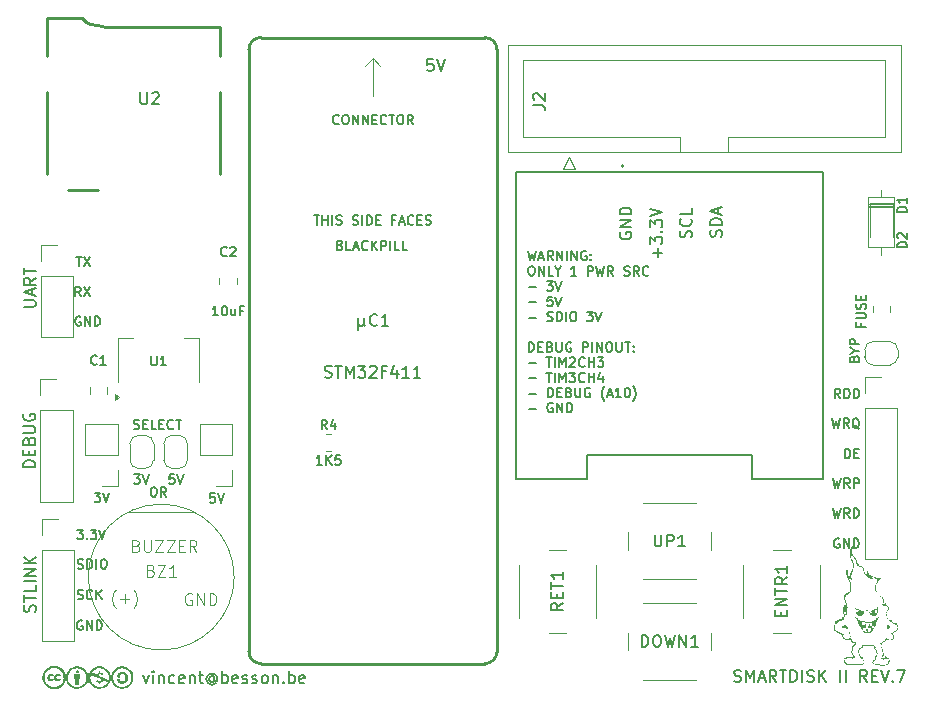
<source format=gbr>
%TF.GenerationSoftware,KiCad,Pcbnew,9.0.3*%
%TF.CreationDate,2025-08-12T06:34:47+02:00*%
%TF.ProjectId,sdiskII_stm32,73646973-6b49-4495-9f73-746d33322e6b,7*%
%TF.SameCoordinates,Original*%
%TF.FileFunction,Legend,Top*%
%TF.FilePolarity,Positive*%
%FSLAX46Y46*%
G04 Gerber Fmt 4.6, Leading zero omitted, Abs format (unit mm)*
G04 Created by KiCad (PCBNEW 9.0.3) date 2025-08-12 06:34:47*
%MOMM*%
%LPD*%
G01*
G04 APERTURE LIST*
%ADD10C,0.150000*%
%ADD11C,0.160000*%
%ADD12C,0.187500*%
%ADD13C,0.100000*%
%ADD14C,0.203200*%
%ADD15C,0.300000*%
%ADD16C,0.120000*%
%ADD17C,0.000000*%
%ADD18C,0.250000*%
%ADD19C,0.127000*%
%ADD20C,0.200000*%
G04 APERTURE END LIST*
D10*
X138100476Y-124592295D02*
X138595714Y-124592295D01*
X138595714Y-124592295D02*
X138329048Y-124897057D01*
X138329048Y-124897057D02*
X138443333Y-124897057D01*
X138443333Y-124897057D02*
X138519524Y-124935152D01*
X138519524Y-124935152D02*
X138557619Y-124973247D01*
X138557619Y-124973247D02*
X138595714Y-125049438D01*
X138595714Y-125049438D02*
X138595714Y-125239914D01*
X138595714Y-125239914D02*
X138557619Y-125316104D01*
X138557619Y-125316104D02*
X138519524Y-125354200D01*
X138519524Y-125354200D02*
X138443333Y-125392295D01*
X138443333Y-125392295D02*
X138214762Y-125392295D01*
X138214762Y-125392295D02*
X138138571Y-125354200D01*
X138138571Y-125354200D02*
X138100476Y-125316104D01*
X138824286Y-124592295D02*
X139090953Y-125392295D01*
X139090953Y-125392295D02*
X139357619Y-124592295D01*
D11*
X174789548Y-104134225D02*
X174980024Y-104934225D01*
X174980024Y-104934225D02*
X175132405Y-104362796D01*
X175132405Y-104362796D02*
X175284786Y-104934225D01*
X175284786Y-104934225D02*
X175475263Y-104134225D01*
X175741929Y-104705653D02*
X176122882Y-104705653D01*
X175665739Y-104934225D02*
X175932406Y-104134225D01*
X175932406Y-104134225D02*
X176199072Y-104934225D01*
X176922882Y-104934225D02*
X176656215Y-104553272D01*
X176465739Y-104934225D02*
X176465739Y-104134225D01*
X176465739Y-104134225D02*
X176770501Y-104134225D01*
X176770501Y-104134225D02*
X176846691Y-104172320D01*
X176846691Y-104172320D02*
X176884786Y-104210415D01*
X176884786Y-104210415D02*
X176922882Y-104286606D01*
X176922882Y-104286606D02*
X176922882Y-104400891D01*
X176922882Y-104400891D02*
X176884786Y-104477082D01*
X176884786Y-104477082D02*
X176846691Y-104515177D01*
X176846691Y-104515177D02*
X176770501Y-104553272D01*
X176770501Y-104553272D02*
X176465739Y-104553272D01*
X177265739Y-104934225D02*
X177265739Y-104134225D01*
X177265739Y-104134225D02*
X177722882Y-104934225D01*
X177722882Y-104934225D02*
X177722882Y-104134225D01*
X178103834Y-104934225D02*
X178103834Y-104134225D01*
X178484786Y-104934225D02*
X178484786Y-104134225D01*
X178484786Y-104134225D02*
X178941929Y-104934225D01*
X178941929Y-104934225D02*
X178941929Y-104134225D01*
X179741928Y-104172320D02*
X179665738Y-104134225D01*
X179665738Y-104134225D02*
X179551452Y-104134225D01*
X179551452Y-104134225D02*
X179437166Y-104172320D01*
X179437166Y-104172320D02*
X179360976Y-104248510D01*
X179360976Y-104248510D02*
X179322881Y-104324701D01*
X179322881Y-104324701D02*
X179284785Y-104477082D01*
X179284785Y-104477082D02*
X179284785Y-104591368D01*
X179284785Y-104591368D02*
X179322881Y-104743749D01*
X179322881Y-104743749D02*
X179360976Y-104819939D01*
X179360976Y-104819939D02*
X179437166Y-104896130D01*
X179437166Y-104896130D02*
X179551452Y-104934225D01*
X179551452Y-104934225D02*
X179627643Y-104934225D01*
X179627643Y-104934225D02*
X179741928Y-104896130D01*
X179741928Y-104896130D02*
X179780024Y-104858034D01*
X179780024Y-104858034D02*
X179780024Y-104591368D01*
X179780024Y-104591368D02*
X179627643Y-104591368D01*
X180122881Y-104858034D02*
X180160976Y-104896130D01*
X180160976Y-104896130D02*
X180122881Y-104934225D01*
X180122881Y-104934225D02*
X180084785Y-104896130D01*
X180084785Y-104896130D02*
X180122881Y-104858034D01*
X180122881Y-104858034D02*
X180122881Y-104934225D01*
X180122881Y-104438987D02*
X180160976Y-104477082D01*
X180160976Y-104477082D02*
X180122881Y-104515177D01*
X180122881Y-104515177D02*
X180084785Y-104477082D01*
X180084785Y-104477082D02*
X180122881Y-104438987D01*
X180122881Y-104438987D02*
X180122881Y-104515177D01*
X175018120Y-105422180D02*
X175170501Y-105422180D01*
X175170501Y-105422180D02*
X175246691Y-105460275D01*
X175246691Y-105460275D02*
X175322882Y-105536465D01*
X175322882Y-105536465D02*
X175360977Y-105688846D01*
X175360977Y-105688846D02*
X175360977Y-105955513D01*
X175360977Y-105955513D02*
X175322882Y-106107894D01*
X175322882Y-106107894D02*
X175246691Y-106184085D01*
X175246691Y-106184085D02*
X175170501Y-106222180D01*
X175170501Y-106222180D02*
X175018120Y-106222180D01*
X175018120Y-106222180D02*
X174941929Y-106184085D01*
X174941929Y-106184085D02*
X174865739Y-106107894D01*
X174865739Y-106107894D02*
X174827643Y-105955513D01*
X174827643Y-105955513D02*
X174827643Y-105688846D01*
X174827643Y-105688846D02*
X174865739Y-105536465D01*
X174865739Y-105536465D02*
X174941929Y-105460275D01*
X174941929Y-105460275D02*
X175018120Y-105422180D01*
X175703834Y-106222180D02*
X175703834Y-105422180D01*
X175703834Y-105422180D02*
X176160977Y-106222180D01*
X176160977Y-106222180D02*
X176160977Y-105422180D01*
X176922881Y-106222180D02*
X176541929Y-106222180D01*
X176541929Y-106222180D02*
X176541929Y-105422180D01*
X177341929Y-105841227D02*
X177341929Y-106222180D01*
X177075262Y-105422180D02*
X177341929Y-105841227D01*
X177341929Y-105841227D02*
X177608595Y-105422180D01*
X178903833Y-106222180D02*
X178446690Y-106222180D01*
X178675262Y-106222180D02*
X178675262Y-105422180D01*
X178675262Y-105422180D02*
X178599071Y-105536465D01*
X178599071Y-105536465D02*
X178522881Y-105612656D01*
X178522881Y-105612656D02*
X178446690Y-105650751D01*
X179856215Y-106222180D02*
X179856215Y-105422180D01*
X179856215Y-105422180D02*
X180160977Y-105422180D01*
X180160977Y-105422180D02*
X180237167Y-105460275D01*
X180237167Y-105460275D02*
X180275262Y-105498370D01*
X180275262Y-105498370D02*
X180313358Y-105574561D01*
X180313358Y-105574561D02*
X180313358Y-105688846D01*
X180313358Y-105688846D02*
X180275262Y-105765037D01*
X180275262Y-105765037D02*
X180237167Y-105803132D01*
X180237167Y-105803132D02*
X180160977Y-105841227D01*
X180160977Y-105841227D02*
X179856215Y-105841227D01*
X180580024Y-105422180D02*
X180770500Y-106222180D01*
X180770500Y-106222180D02*
X180922881Y-105650751D01*
X180922881Y-105650751D02*
X181075262Y-106222180D01*
X181075262Y-106222180D02*
X181265739Y-105422180D01*
X182027644Y-106222180D02*
X181760977Y-105841227D01*
X181570501Y-106222180D02*
X181570501Y-105422180D01*
X181570501Y-105422180D02*
X181875263Y-105422180D01*
X181875263Y-105422180D02*
X181951453Y-105460275D01*
X181951453Y-105460275D02*
X181989548Y-105498370D01*
X181989548Y-105498370D02*
X182027644Y-105574561D01*
X182027644Y-105574561D02*
X182027644Y-105688846D01*
X182027644Y-105688846D02*
X181989548Y-105765037D01*
X181989548Y-105765037D02*
X181951453Y-105803132D01*
X181951453Y-105803132D02*
X181875263Y-105841227D01*
X181875263Y-105841227D02*
X181570501Y-105841227D01*
X182941929Y-106184085D02*
X183056215Y-106222180D01*
X183056215Y-106222180D02*
X183246691Y-106222180D01*
X183246691Y-106222180D02*
X183322882Y-106184085D01*
X183322882Y-106184085D02*
X183360977Y-106145989D01*
X183360977Y-106145989D02*
X183399072Y-106069799D01*
X183399072Y-106069799D02*
X183399072Y-105993608D01*
X183399072Y-105993608D02*
X183360977Y-105917418D01*
X183360977Y-105917418D02*
X183322882Y-105879323D01*
X183322882Y-105879323D02*
X183246691Y-105841227D01*
X183246691Y-105841227D02*
X183094310Y-105803132D01*
X183094310Y-105803132D02*
X183018120Y-105765037D01*
X183018120Y-105765037D02*
X182980025Y-105726942D01*
X182980025Y-105726942D02*
X182941929Y-105650751D01*
X182941929Y-105650751D02*
X182941929Y-105574561D01*
X182941929Y-105574561D02*
X182980025Y-105498370D01*
X182980025Y-105498370D02*
X183018120Y-105460275D01*
X183018120Y-105460275D02*
X183094310Y-105422180D01*
X183094310Y-105422180D02*
X183284787Y-105422180D01*
X183284787Y-105422180D02*
X183399072Y-105460275D01*
X184199073Y-106222180D02*
X183932406Y-105841227D01*
X183741930Y-106222180D02*
X183741930Y-105422180D01*
X183741930Y-105422180D02*
X184046692Y-105422180D01*
X184046692Y-105422180D02*
X184122882Y-105460275D01*
X184122882Y-105460275D02*
X184160977Y-105498370D01*
X184160977Y-105498370D02*
X184199073Y-105574561D01*
X184199073Y-105574561D02*
X184199073Y-105688846D01*
X184199073Y-105688846D02*
X184160977Y-105765037D01*
X184160977Y-105765037D02*
X184122882Y-105803132D01*
X184122882Y-105803132D02*
X184046692Y-105841227D01*
X184046692Y-105841227D02*
X183741930Y-105841227D01*
X184999073Y-106145989D02*
X184960977Y-106184085D01*
X184960977Y-106184085D02*
X184846692Y-106222180D01*
X184846692Y-106222180D02*
X184770501Y-106222180D01*
X184770501Y-106222180D02*
X184656215Y-106184085D01*
X184656215Y-106184085D02*
X184580025Y-106107894D01*
X184580025Y-106107894D02*
X184541930Y-106031704D01*
X184541930Y-106031704D02*
X184503834Y-105879323D01*
X184503834Y-105879323D02*
X184503834Y-105765037D01*
X184503834Y-105765037D02*
X184541930Y-105612656D01*
X184541930Y-105612656D02*
X184580025Y-105536465D01*
X184580025Y-105536465D02*
X184656215Y-105460275D01*
X184656215Y-105460275D02*
X184770501Y-105422180D01*
X184770501Y-105422180D02*
X184846692Y-105422180D01*
X184846692Y-105422180D02*
X184960977Y-105460275D01*
X184960977Y-105460275D02*
X184999073Y-105498370D01*
X174865739Y-107205373D02*
X175475263Y-107205373D01*
X176389548Y-106710135D02*
X176884786Y-106710135D01*
X176884786Y-106710135D02*
X176618120Y-107014897D01*
X176618120Y-107014897D02*
X176732405Y-107014897D01*
X176732405Y-107014897D02*
X176808596Y-107052992D01*
X176808596Y-107052992D02*
X176846691Y-107091087D01*
X176846691Y-107091087D02*
X176884786Y-107167278D01*
X176884786Y-107167278D02*
X176884786Y-107357754D01*
X176884786Y-107357754D02*
X176846691Y-107433944D01*
X176846691Y-107433944D02*
X176808596Y-107472040D01*
X176808596Y-107472040D02*
X176732405Y-107510135D01*
X176732405Y-107510135D02*
X176503834Y-107510135D01*
X176503834Y-107510135D02*
X176427643Y-107472040D01*
X176427643Y-107472040D02*
X176389548Y-107433944D01*
X177113358Y-106710135D02*
X177380025Y-107510135D01*
X177380025Y-107510135D02*
X177646691Y-106710135D01*
X174865739Y-108493328D02*
X175475263Y-108493328D01*
X176846691Y-107998090D02*
X176465739Y-107998090D01*
X176465739Y-107998090D02*
X176427643Y-108379042D01*
X176427643Y-108379042D02*
X176465739Y-108340947D01*
X176465739Y-108340947D02*
X176541929Y-108302852D01*
X176541929Y-108302852D02*
X176732405Y-108302852D01*
X176732405Y-108302852D02*
X176808596Y-108340947D01*
X176808596Y-108340947D02*
X176846691Y-108379042D01*
X176846691Y-108379042D02*
X176884786Y-108455233D01*
X176884786Y-108455233D02*
X176884786Y-108645709D01*
X176884786Y-108645709D02*
X176846691Y-108721899D01*
X176846691Y-108721899D02*
X176808596Y-108759995D01*
X176808596Y-108759995D02*
X176732405Y-108798090D01*
X176732405Y-108798090D02*
X176541929Y-108798090D01*
X176541929Y-108798090D02*
X176465739Y-108759995D01*
X176465739Y-108759995D02*
X176427643Y-108721899D01*
X177113358Y-107998090D02*
X177380025Y-108798090D01*
X177380025Y-108798090D02*
X177646691Y-107998090D01*
X174865739Y-109781283D02*
X175475263Y-109781283D01*
X176427643Y-110047950D02*
X176541929Y-110086045D01*
X176541929Y-110086045D02*
X176732405Y-110086045D01*
X176732405Y-110086045D02*
X176808596Y-110047950D01*
X176808596Y-110047950D02*
X176846691Y-110009854D01*
X176846691Y-110009854D02*
X176884786Y-109933664D01*
X176884786Y-109933664D02*
X176884786Y-109857473D01*
X176884786Y-109857473D02*
X176846691Y-109781283D01*
X176846691Y-109781283D02*
X176808596Y-109743188D01*
X176808596Y-109743188D02*
X176732405Y-109705092D01*
X176732405Y-109705092D02*
X176580024Y-109666997D01*
X176580024Y-109666997D02*
X176503834Y-109628902D01*
X176503834Y-109628902D02*
X176465739Y-109590807D01*
X176465739Y-109590807D02*
X176427643Y-109514616D01*
X176427643Y-109514616D02*
X176427643Y-109438426D01*
X176427643Y-109438426D02*
X176465739Y-109362235D01*
X176465739Y-109362235D02*
X176503834Y-109324140D01*
X176503834Y-109324140D02*
X176580024Y-109286045D01*
X176580024Y-109286045D02*
X176770501Y-109286045D01*
X176770501Y-109286045D02*
X176884786Y-109324140D01*
X177227644Y-110086045D02*
X177227644Y-109286045D01*
X177227644Y-109286045D02*
X177418120Y-109286045D01*
X177418120Y-109286045D02*
X177532406Y-109324140D01*
X177532406Y-109324140D02*
X177608596Y-109400330D01*
X177608596Y-109400330D02*
X177646691Y-109476521D01*
X177646691Y-109476521D02*
X177684787Y-109628902D01*
X177684787Y-109628902D02*
X177684787Y-109743188D01*
X177684787Y-109743188D02*
X177646691Y-109895569D01*
X177646691Y-109895569D02*
X177608596Y-109971759D01*
X177608596Y-109971759D02*
X177532406Y-110047950D01*
X177532406Y-110047950D02*
X177418120Y-110086045D01*
X177418120Y-110086045D02*
X177227644Y-110086045D01*
X178027644Y-110086045D02*
X178027644Y-109286045D01*
X178560977Y-109286045D02*
X178713358Y-109286045D01*
X178713358Y-109286045D02*
X178789548Y-109324140D01*
X178789548Y-109324140D02*
X178865739Y-109400330D01*
X178865739Y-109400330D02*
X178903834Y-109552711D01*
X178903834Y-109552711D02*
X178903834Y-109819378D01*
X178903834Y-109819378D02*
X178865739Y-109971759D01*
X178865739Y-109971759D02*
X178789548Y-110047950D01*
X178789548Y-110047950D02*
X178713358Y-110086045D01*
X178713358Y-110086045D02*
X178560977Y-110086045D01*
X178560977Y-110086045D02*
X178484786Y-110047950D01*
X178484786Y-110047950D02*
X178408596Y-109971759D01*
X178408596Y-109971759D02*
X178370500Y-109819378D01*
X178370500Y-109819378D02*
X178370500Y-109552711D01*
X178370500Y-109552711D02*
X178408596Y-109400330D01*
X178408596Y-109400330D02*
X178484786Y-109324140D01*
X178484786Y-109324140D02*
X178560977Y-109286045D01*
X179780024Y-109286045D02*
X180275262Y-109286045D01*
X180275262Y-109286045D02*
X180008596Y-109590807D01*
X180008596Y-109590807D02*
X180122881Y-109590807D01*
X180122881Y-109590807D02*
X180199072Y-109628902D01*
X180199072Y-109628902D02*
X180237167Y-109666997D01*
X180237167Y-109666997D02*
X180275262Y-109743188D01*
X180275262Y-109743188D02*
X180275262Y-109933664D01*
X180275262Y-109933664D02*
X180237167Y-110009854D01*
X180237167Y-110009854D02*
X180199072Y-110047950D01*
X180199072Y-110047950D02*
X180122881Y-110086045D01*
X180122881Y-110086045D02*
X179894310Y-110086045D01*
X179894310Y-110086045D02*
X179818119Y-110047950D01*
X179818119Y-110047950D02*
X179780024Y-110009854D01*
X180503834Y-109286045D02*
X180770501Y-110086045D01*
X180770501Y-110086045D02*
X181037167Y-109286045D01*
X174865739Y-112661955D02*
X174865739Y-111861955D01*
X174865739Y-111861955D02*
X175056215Y-111861955D01*
X175056215Y-111861955D02*
X175170501Y-111900050D01*
X175170501Y-111900050D02*
X175246691Y-111976240D01*
X175246691Y-111976240D02*
X175284786Y-112052431D01*
X175284786Y-112052431D02*
X175322882Y-112204812D01*
X175322882Y-112204812D02*
X175322882Y-112319098D01*
X175322882Y-112319098D02*
X175284786Y-112471479D01*
X175284786Y-112471479D02*
X175246691Y-112547669D01*
X175246691Y-112547669D02*
X175170501Y-112623860D01*
X175170501Y-112623860D02*
X175056215Y-112661955D01*
X175056215Y-112661955D02*
X174865739Y-112661955D01*
X175665739Y-112242907D02*
X175932405Y-112242907D01*
X176046691Y-112661955D02*
X175665739Y-112661955D01*
X175665739Y-112661955D02*
X175665739Y-111861955D01*
X175665739Y-111861955D02*
X176046691Y-111861955D01*
X176656215Y-112242907D02*
X176770501Y-112281002D01*
X176770501Y-112281002D02*
X176808596Y-112319098D01*
X176808596Y-112319098D02*
X176846692Y-112395288D01*
X176846692Y-112395288D02*
X176846692Y-112509574D01*
X176846692Y-112509574D02*
X176808596Y-112585764D01*
X176808596Y-112585764D02*
X176770501Y-112623860D01*
X176770501Y-112623860D02*
X176694311Y-112661955D01*
X176694311Y-112661955D02*
X176389549Y-112661955D01*
X176389549Y-112661955D02*
X176389549Y-111861955D01*
X176389549Y-111861955D02*
X176656215Y-111861955D01*
X176656215Y-111861955D02*
X176732406Y-111900050D01*
X176732406Y-111900050D02*
X176770501Y-111938145D01*
X176770501Y-111938145D02*
X176808596Y-112014336D01*
X176808596Y-112014336D02*
X176808596Y-112090526D01*
X176808596Y-112090526D02*
X176770501Y-112166717D01*
X176770501Y-112166717D02*
X176732406Y-112204812D01*
X176732406Y-112204812D02*
X176656215Y-112242907D01*
X176656215Y-112242907D02*
X176389549Y-112242907D01*
X177189549Y-111861955D02*
X177189549Y-112509574D01*
X177189549Y-112509574D02*
X177227644Y-112585764D01*
X177227644Y-112585764D02*
X177265739Y-112623860D01*
X177265739Y-112623860D02*
X177341930Y-112661955D01*
X177341930Y-112661955D02*
X177494311Y-112661955D01*
X177494311Y-112661955D02*
X177570501Y-112623860D01*
X177570501Y-112623860D02*
X177608596Y-112585764D01*
X177608596Y-112585764D02*
X177646692Y-112509574D01*
X177646692Y-112509574D02*
X177646692Y-111861955D01*
X178446691Y-111900050D02*
X178370501Y-111861955D01*
X178370501Y-111861955D02*
X178256215Y-111861955D01*
X178256215Y-111861955D02*
X178141929Y-111900050D01*
X178141929Y-111900050D02*
X178065739Y-111976240D01*
X178065739Y-111976240D02*
X178027644Y-112052431D01*
X178027644Y-112052431D02*
X177989548Y-112204812D01*
X177989548Y-112204812D02*
X177989548Y-112319098D01*
X177989548Y-112319098D02*
X178027644Y-112471479D01*
X178027644Y-112471479D02*
X178065739Y-112547669D01*
X178065739Y-112547669D02*
X178141929Y-112623860D01*
X178141929Y-112623860D02*
X178256215Y-112661955D01*
X178256215Y-112661955D02*
X178332406Y-112661955D01*
X178332406Y-112661955D02*
X178446691Y-112623860D01*
X178446691Y-112623860D02*
X178484787Y-112585764D01*
X178484787Y-112585764D02*
X178484787Y-112319098D01*
X178484787Y-112319098D02*
X178332406Y-112319098D01*
X179437168Y-112661955D02*
X179437168Y-111861955D01*
X179437168Y-111861955D02*
X179741930Y-111861955D01*
X179741930Y-111861955D02*
X179818120Y-111900050D01*
X179818120Y-111900050D02*
X179856215Y-111938145D01*
X179856215Y-111938145D02*
X179894311Y-112014336D01*
X179894311Y-112014336D02*
X179894311Y-112128621D01*
X179894311Y-112128621D02*
X179856215Y-112204812D01*
X179856215Y-112204812D02*
X179818120Y-112242907D01*
X179818120Y-112242907D02*
X179741930Y-112281002D01*
X179741930Y-112281002D02*
X179437168Y-112281002D01*
X180237168Y-112661955D02*
X180237168Y-111861955D01*
X180618120Y-112661955D02*
X180618120Y-111861955D01*
X180618120Y-111861955D02*
X181075263Y-112661955D01*
X181075263Y-112661955D02*
X181075263Y-111861955D01*
X181608596Y-111861955D02*
X181760977Y-111861955D01*
X181760977Y-111861955D02*
X181837167Y-111900050D01*
X181837167Y-111900050D02*
X181913358Y-111976240D01*
X181913358Y-111976240D02*
X181951453Y-112128621D01*
X181951453Y-112128621D02*
X181951453Y-112395288D01*
X181951453Y-112395288D02*
X181913358Y-112547669D01*
X181913358Y-112547669D02*
X181837167Y-112623860D01*
X181837167Y-112623860D02*
X181760977Y-112661955D01*
X181760977Y-112661955D02*
X181608596Y-112661955D01*
X181608596Y-112661955D02*
X181532405Y-112623860D01*
X181532405Y-112623860D02*
X181456215Y-112547669D01*
X181456215Y-112547669D02*
X181418119Y-112395288D01*
X181418119Y-112395288D02*
X181418119Y-112128621D01*
X181418119Y-112128621D02*
X181456215Y-111976240D01*
X181456215Y-111976240D02*
X181532405Y-111900050D01*
X181532405Y-111900050D02*
X181608596Y-111861955D01*
X182294310Y-111861955D02*
X182294310Y-112509574D01*
X182294310Y-112509574D02*
X182332405Y-112585764D01*
X182332405Y-112585764D02*
X182370500Y-112623860D01*
X182370500Y-112623860D02*
X182446691Y-112661955D01*
X182446691Y-112661955D02*
X182599072Y-112661955D01*
X182599072Y-112661955D02*
X182675262Y-112623860D01*
X182675262Y-112623860D02*
X182713357Y-112585764D01*
X182713357Y-112585764D02*
X182751453Y-112509574D01*
X182751453Y-112509574D02*
X182751453Y-111861955D01*
X183018119Y-111861955D02*
X183475262Y-111861955D01*
X183246690Y-112661955D02*
X183246690Y-111861955D01*
X183741929Y-112585764D02*
X183780024Y-112623860D01*
X183780024Y-112623860D02*
X183741929Y-112661955D01*
X183741929Y-112661955D02*
X183703833Y-112623860D01*
X183703833Y-112623860D02*
X183741929Y-112585764D01*
X183741929Y-112585764D02*
X183741929Y-112661955D01*
X183741929Y-112166717D02*
X183780024Y-112204812D01*
X183780024Y-112204812D02*
X183741929Y-112242907D01*
X183741929Y-112242907D02*
X183703833Y-112204812D01*
X183703833Y-112204812D02*
X183741929Y-112166717D01*
X183741929Y-112166717D02*
X183741929Y-112242907D01*
X174865739Y-113645148D02*
X175475263Y-113645148D01*
X176351453Y-113149910D02*
X176808596Y-113149910D01*
X176580024Y-113949910D02*
X176580024Y-113149910D01*
X177075263Y-113949910D02*
X177075263Y-113149910D01*
X177456215Y-113949910D02*
X177456215Y-113149910D01*
X177456215Y-113149910D02*
X177722881Y-113721338D01*
X177722881Y-113721338D02*
X177989548Y-113149910D01*
X177989548Y-113149910D02*
X177989548Y-113949910D01*
X178332405Y-113226100D02*
X178370501Y-113188005D01*
X178370501Y-113188005D02*
X178446691Y-113149910D01*
X178446691Y-113149910D02*
X178637167Y-113149910D01*
X178637167Y-113149910D02*
X178713358Y-113188005D01*
X178713358Y-113188005D02*
X178751453Y-113226100D01*
X178751453Y-113226100D02*
X178789548Y-113302291D01*
X178789548Y-113302291D02*
X178789548Y-113378481D01*
X178789548Y-113378481D02*
X178751453Y-113492767D01*
X178751453Y-113492767D02*
X178294310Y-113949910D01*
X178294310Y-113949910D02*
X178789548Y-113949910D01*
X179589549Y-113873719D02*
X179551453Y-113911815D01*
X179551453Y-113911815D02*
X179437168Y-113949910D01*
X179437168Y-113949910D02*
X179360977Y-113949910D01*
X179360977Y-113949910D02*
X179246691Y-113911815D01*
X179246691Y-113911815D02*
X179170501Y-113835624D01*
X179170501Y-113835624D02*
X179132406Y-113759434D01*
X179132406Y-113759434D02*
X179094310Y-113607053D01*
X179094310Y-113607053D02*
X179094310Y-113492767D01*
X179094310Y-113492767D02*
X179132406Y-113340386D01*
X179132406Y-113340386D02*
X179170501Y-113264195D01*
X179170501Y-113264195D02*
X179246691Y-113188005D01*
X179246691Y-113188005D02*
X179360977Y-113149910D01*
X179360977Y-113149910D02*
X179437168Y-113149910D01*
X179437168Y-113149910D02*
X179551453Y-113188005D01*
X179551453Y-113188005D02*
X179589549Y-113226100D01*
X179932406Y-113949910D02*
X179932406Y-113149910D01*
X179932406Y-113530862D02*
X180389549Y-113530862D01*
X180389549Y-113949910D02*
X180389549Y-113149910D01*
X180694310Y-113149910D02*
X181189548Y-113149910D01*
X181189548Y-113149910D02*
X180922882Y-113454672D01*
X180922882Y-113454672D02*
X181037167Y-113454672D01*
X181037167Y-113454672D02*
X181113358Y-113492767D01*
X181113358Y-113492767D02*
X181151453Y-113530862D01*
X181151453Y-113530862D02*
X181189548Y-113607053D01*
X181189548Y-113607053D02*
X181189548Y-113797529D01*
X181189548Y-113797529D02*
X181151453Y-113873719D01*
X181151453Y-113873719D02*
X181113358Y-113911815D01*
X181113358Y-113911815D02*
X181037167Y-113949910D01*
X181037167Y-113949910D02*
X180808596Y-113949910D01*
X180808596Y-113949910D02*
X180732405Y-113911815D01*
X180732405Y-113911815D02*
X180694310Y-113873719D01*
X174865739Y-114933103D02*
X175475263Y-114933103D01*
X176351453Y-114437865D02*
X176808596Y-114437865D01*
X176580024Y-115237865D02*
X176580024Y-114437865D01*
X177075263Y-115237865D02*
X177075263Y-114437865D01*
X177456215Y-115237865D02*
X177456215Y-114437865D01*
X177456215Y-114437865D02*
X177722881Y-115009293D01*
X177722881Y-115009293D02*
X177989548Y-114437865D01*
X177989548Y-114437865D02*
X177989548Y-115237865D01*
X178294310Y-114437865D02*
X178789548Y-114437865D01*
X178789548Y-114437865D02*
X178522882Y-114742627D01*
X178522882Y-114742627D02*
X178637167Y-114742627D01*
X178637167Y-114742627D02*
X178713358Y-114780722D01*
X178713358Y-114780722D02*
X178751453Y-114818817D01*
X178751453Y-114818817D02*
X178789548Y-114895008D01*
X178789548Y-114895008D02*
X178789548Y-115085484D01*
X178789548Y-115085484D02*
X178751453Y-115161674D01*
X178751453Y-115161674D02*
X178713358Y-115199770D01*
X178713358Y-115199770D02*
X178637167Y-115237865D01*
X178637167Y-115237865D02*
X178408596Y-115237865D01*
X178408596Y-115237865D02*
X178332405Y-115199770D01*
X178332405Y-115199770D02*
X178294310Y-115161674D01*
X179589549Y-115161674D02*
X179551453Y-115199770D01*
X179551453Y-115199770D02*
X179437168Y-115237865D01*
X179437168Y-115237865D02*
X179360977Y-115237865D01*
X179360977Y-115237865D02*
X179246691Y-115199770D01*
X179246691Y-115199770D02*
X179170501Y-115123579D01*
X179170501Y-115123579D02*
X179132406Y-115047389D01*
X179132406Y-115047389D02*
X179094310Y-114895008D01*
X179094310Y-114895008D02*
X179094310Y-114780722D01*
X179094310Y-114780722D02*
X179132406Y-114628341D01*
X179132406Y-114628341D02*
X179170501Y-114552150D01*
X179170501Y-114552150D02*
X179246691Y-114475960D01*
X179246691Y-114475960D02*
X179360977Y-114437865D01*
X179360977Y-114437865D02*
X179437168Y-114437865D01*
X179437168Y-114437865D02*
X179551453Y-114475960D01*
X179551453Y-114475960D02*
X179589549Y-114514055D01*
X179932406Y-115237865D02*
X179932406Y-114437865D01*
X179932406Y-114818817D02*
X180389549Y-114818817D01*
X180389549Y-115237865D02*
X180389549Y-114437865D01*
X181113358Y-114704531D02*
X181113358Y-115237865D01*
X180922882Y-114399770D02*
X180732405Y-114971198D01*
X180732405Y-114971198D02*
X181227644Y-114971198D01*
X174865739Y-116221058D02*
X175475263Y-116221058D01*
X176465739Y-116525820D02*
X176465739Y-115725820D01*
X176465739Y-115725820D02*
X176656215Y-115725820D01*
X176656215Y-115725820D02*
X176770501Y-115763915D01*
X176770501Y-115763915D02*
X176846691Y-115840105D01*
X176846691Y-115840105D02*
X176884786Y-115916296D01*
X176884786Y-115916296D02*
X176922882Y-116068677D01*
X176922882Y-116068677D02*
X176922882Y-116182963D01*
X176922882Y-116182963D02*
X176884786Y-116335344D01*
X176884786Y-116335344D02*
X176846691Y-116411534D01*
X176846691Y-116411534D02*
X176770501Y-116487725D01*
X176770501Y-116487725D02*
X176656215Y-116525820D01*
X176656215Y-116525820D02*
X176465739Y-116525820D01*
X177265739Y-116106772D02*
X177532405Y-116106772D01*
X177646691Y-116525820D02*
X177265739Y-116525820D01*
X177265739Y-116525820D02*
X177265739Y-115725820D01*
X177265739Y-115725820D02*
X177646691Y-115725820D01*
X178256215Y-116106772D02*
X178370501Y-116144867D01*
X178370501Y-116144867D02*
X178408596Y-116182963D01*
X178408596Y-116182963D02*
X178446692Y-116259153D01*
X178446692Y-116259153D02*
X178446692Y-116373439D01*
X178446692Y-116373439D02*
X178408596Y-116449629D01*
X178408596Y-116449629D02*
X178370501Y-116487725D01*
X178370501Y-116487725D02*
X178294311Y-116525820D01*
X178294311Y-116525820D02*
X177989549Y-116525820D01*
X177989549Y-116525820D02*
X177989549Y-115725820D01*
X177989549Y-115725820D02*
X178256215Y-115725820D01*
X178256215Y-115725820D02*
X178332406Y-115763915D01*
X178332406Y-115763915D02*
X178370501Y-115802010D01*
X178370501Y-115802010D02*
X178408596Y-115878201D01*
X178408596Y-115878201D02*
X178408596Y-115954391D01*
X178408596Y-115954391D02*
X178370501Y-116030582D01*
X178370501Y-116030582D02*
X178332406Y-116068677D01*
X178332406Y-116068677D02*
X178256215Y-116106772D01*
X178256215Y-116106772D02*
X177989549Y-116106772D01*
X178789549Y-115725820D02*
X178789549Y-116373439D01*
X178789549Y-116373439D02*
X178827644Y-116449629D01*
X178827644Y-116449629D02*
X178865739Y-116487725D01*
X178865739Y-116487725D02*
X178941930Y-116525820D01*
X178941930Y-116525820D02*
X179094311Y-116525820D01*
X179094311Y-116525820D02*
X179170501Y-116487725D01*
X179170501Y-116487725D02*
X179208596Y-116449629D01*
X179208596Y-116449629D02*
X179246692Y-116373439D01*
X179246692Y-116373439D02*
X179246692Y-115725820D01*
X180046691Y-115763915D02*
X179970501Y-115725820D01*
X179970501Y-115725820D02*
X179856215Y-115725820D01*
X179856215Y-115725820D02*
X179741929Y-115763915D01*
X179741929Y-115763915D02*
X179665739Y-115840105D01*
X179665739Y-115840105D02*
X179627644Y-115916296D01*
X179627644Y-115916296D02*
X179589548Y-116068677D01*
X179589548Y-116068677D02*
X179589548Y-116182963D01*
X179589548Y-116182963D02*
X179627644Y-116335344D01*
X179627644Y-116335344D02*
X179665739Y-116411534D01*
X179665739Y-116411534D02*
X179741929Y-116487725D01*
X179741929Y-116487725D02*
X179856215Y-116525820D01*
X179856215Y-116525820D02*
X179932406Y-116525820D01*
X179932406Y-116525820D02*
X180046691Y-116487725D01*
X180046691Y-116487725D02*
X180084787Y-116449629D01*
X180084787Y-116449629D02*
X180084787Y-116182963D01*
X180084787Y-116182963D02*
X179932406Y-116182963D01*
X181265739Y-116830582D02*
X181227644Y-116792486D01*
X181227644Y-116792486D02*
X181151453Y-116678201D01*
X181151453Y-116678201D02*
X181113358Y-116602010D01*
X181113358Y-116602010D02*
X181075263Y-116487725D01*
X181075263Y-116487725D02*
X181037168Y-116297248D01*
X181037168Y-116297248D02*
X181037168Y-116144867D01*
X181037168Y-116144867D02*
X181075263Y-115954391D01*
X181075263Y-115954391D02*
X181113358Y-115840105D01*
X181113358Y-115840105D02*
X181151453Y-115763915D01*
X181151453Y-115763915D02*
X181227644Y-115649629D01*
X181227644Y-115649629D02*
X181265739Y-115611534D01*
X181532405Y-116297248D02*
X181913358Y-116297248D01*
X181456215Y-116525820D02*
X181722882Y-115725820D01*
X181722882Y-115725820D02*
X181989548Y-116525820D01*
X182675262Y-116525820D02*
X182218119Y-116525820D01*
X182446691Y-116525820D02*
X182446691Y-115725820D01*
X182446691Y-115725820D02*
X182370500Y-115840105D01*
X182370500Y-115840105D02*
X182294310Y-115916296D01*
X182294310Y-115916296D02*
X182218119Y-115954391D01*
X183170501Y-115725820D02*
X183246691Y-115725820D01*
X183246691Y-115725820D02*
X183322882Y-115763915D01*
X183322882Y-115763915D02*
X183360977Y-115802010D01*
X183360977Y-115802010D02*
X183399072Y-115878201D01*
X183399072Y-115878201D02*
X183437167Y-116030582D01*
X183437167Y-116030582D02*
X183437167Y-116221058D01*
X183437167Y-116221058D02*
X183399072Y-116373439D01*
X183399072Y-116373439D02*
X183360977Y-116449629D01*
X183360977Y-116449629D02*
X183322882Y-116487725D01*
X183322882Y-116487725D02*
X183246691Y-116525820D01*
X183246691Y-116525820D02*
X183170501Y-116525820D01*
X183170501Y-116525820D02*
X183094310Y-116487725D01*
X183094310Y-116487725D02*
X183056215Y-116449629D01*
X183056215Y-116449629D02*
X183018120Y-116373439D01*
X183018120Y-116373439D02*
X182980024Y-116221058D01*
X182980024Y-116221058D02*
X182980024Y-116030582D01*
X182980024Y-116030582D02*
X183018120Y-115878201D01*
X183018120Y-115878201D02*
X183056215Y-115802010D01*
X183056215Y-115802010D02*
X183094310Y-115763915D01*
X183094310Y-115763915D02*
X183170501Y-115725820D01*
X183703834Y-116830582D02*
X183741929Y-116792486D01*
X183741929Y-116792486D02*
X183818120Y-116678201D01*
X183818120Y-116678201D02*
X183856215Y-116602010D01*
X183856215Y-116602010D02*
X183894310Y-116487725D01*
X183894310Y-116487725D02*
X183932406Y-116297248D01*
X183932406Y-116297248D02*
X183932406Y-116144867D01*
X183932406Y-116144867D02*
X183894310Y-115954391D01*
X183894310Y-115954391D02*
X183856215Y-115840105D01*
X183856215Y-115840105D02*
X183818120Y-115763915D01*
X183818120Y-115763915D02*
X183741929Y-115649629D01*
X183741929Y-115649629D02*
X183703834Y-115611534D01*
X174865739Y-117509013D02*
X175475263Y-117509013D01*
X176884786Y-117051870D02*
X176808596Y-117013775D01*
X176808596Y-117013775D02*
X176694310Y-117013775D01*
X176694310Y-117013775D02*
X176580024Y-117051870D01*
X176580024Y-117051870D02*
X176503834Y-117128060D01*
X176503834Y-117128060D02*
X176465739Y-117204251D01*
X176465739Y-117204251D02*
X176427643Y-117356632D01*
X176427643Y-117356632D02*
X176427643Y-117470918D01*
X176427643Y-117470918D02*
X176465739Y-117623299D01*
X176465739Y-117623299D02*
X176503834Y-117699489D01*
X176503834Y-117699489D02*
X176580024Y-117775680D01*
X176580024Y-117775680D02*
X176694310Y-117813775D01*
X176694310Y-117813775D02*
X176770501Y-117813775D01*
X176770501Y-117813775D02*
X176884786Y-117775680D01*
X176884786Y-117775680D02*
X176922882Y-117737584D01*
X176922882Y-117737584D02*
X176922882Y-117470918D01*
X176922882Y-117470918D02*
X176770501Y-117470918D01*
X177265739Y-117813775D02*
X177265739Y-117013775D01*
X177265739Y-117013775D02*
X177722882Y-117813775D01*
X177722882Y-117813775D02*
X177722882Y-117013775D01*
X178103834Y-117813775D02*
X178103834Y-117013775D01*
X178103834Y-117013775D02*
X178294310Y-117013775D01*
X178294310Y-117013775D02*
X178408596Y-117051870D01*
X178408596Y-117051870D02*
X178484786Y-117128060D01*
X178484786Y-117128060D02*
X178522881Y-117204251D01*
X178522881Y-117204251D02*
X178560977Y-117356632D01*
X178560977Y-117356632D02*
X178560977Y-117470918D01*
X178560977Y-117470918D02*
X178522881Y-117623299D01*
X178522881Y-117623299D02*
X178484786Y-117699489D01*
X178484786Y-117699489D02*
X178408596Y-117775680D01*
X178408596Y-117775680D02*
X178294310Y-117813775D01*
X178294310Y-117813775D02*
X178103834Y-117813775D01*
D10*
X141419046Y-119174200D02*
X141533332Y-119212295D01*
X141533332Y-119212295D02*
X141723808Y-119212295D01*
X141723808Y-119212295D02*
X141799999Y-119174200D01*
X141799999Y-119174200D02*
X141838094Y-119136104D01*
X141838094Y-119136104D02*
X141876189Y-119059914D01*
X141876189Y-119059914D02*
X141876189Y-118983723D01*
X141876189Y-118983723D02*
X141838094Y-118907533D01*
X141838094Y-118907533D02*
X141799999Y-118869438D01*
X141799999Y-118869438D02*
X141723808Y-118831342D01*
X141723808Y-118831342D02*
X141571427Y-118793247D01*
X141571427Y-118793247D02*
X141495237Y-118755152D01*
X141495237Y-118755152D02*
X141457142Y-118717057D01*
X141457142Y-118717057D02*
X141419046Y-118640866D01*
X141419046Y-118640866D02*
X141419046Y-118564676D01*
X141419046Y-118564676D02*
X141457142Y-118488485D01*
X141457142Y-118488485D02*
X141495237Y-118450390D01*
X141495237Y-118450390D02*
X141571427Y-118412295D01*
X141571427Y-118412295D02*
X141761904Y-118412295D01*
X141761904Y-118412295D02*
X141876189Y-118450390D01*
X142219047Y-118793247D02*
X142485713Y-118793247D01*
X142599999Y-119212295D02*
X142219047Y-119212295D01*
X142219047Y-119212295D02*
X142219047Y-118412295D01*
X142219047Y-118412295D02*
X142599999Y-118412295D01*
X143323809Y-119212295D02*
X142942857Y-119212295D01*
X142942857Y-119212295D02*
X142942857Y-118412295D01*
X143590476Y-118793247D02*
X143857142Y-118793247D01*
X143971428Y-119212295D02*
X143590476Y-119212295D01*
X143590476Y-119212295D02*
X143590476Y-118412295D01*
X143590476Y-118412295D02*
X143971428Y-118412295D01*
X144771429Y-119136104D02*
X144733333Y-119174200D01*
X144733333Y-119174200D02*
X144619048Y-119212295D01*
X144619048Y-119212295D02*
X144542857Y-119212295D01*
X144542857Y-119212295D02*
X144428571Y-119174200D01*
X144428571Y-119174200D02*
X144352381Y-119098009D01*
X144352381Y-119098009D02*
X144314286Y-119021819D01*
X144314286Y-119021819D02*
X144276190Y-118869438D01*
X144276190Y-118869438D02*
X144276190Y-118755152D01*
X144276190Y-118755152D02*
X144314286Y-118602771D01*
X144314286Y-118602771D02*
X144352381Y-118526580D01*
X144352381Y-118526580D02*
X144428571Y-118450390D01*
X144428571Y-118450390D02*
X144542857Y-118412295D01*
X144542857Y-118412295D02*
X144619048Y-118412295D01*
X144619048Y-118412295D02*
X144733333Y-118450390D01*
X144733333Y-118450390D02*
X144771429Y-118488485D01*
X145000000Y-118412295D02*
X145457143Y-118412295D01*
X145228571Y-119212295D02*
X145228571Y-118412295D01*
D12*
X137052878Y-135460440D02*
X136976688Y-135422345D01*
X136976688Y-135422345D02*
X136862402Y-135422345D01*
X136862402Y-135422345D02*
X136748116Y-135460440D01*
X136748116Y-135460440D02*
X136671926Y-135536630D01*
X136671926Y-135536630D02*
X136633831Y-135612821D01*
X136633831Y-135612821D02*
X136595735Y-135765202D01*
X136595735Y-135765202D02*
X136595735Y-135879488D01*
X136595735Y-135879488D02*
X136633831Y-136031869D01*
X136633831Y-136031869D02*
X136671926Y-136108059D01*
X136671926Y-136108059D02*
X136748116Y-136184250D01*
X136748116Y-136184250D02*
X136862402Y-136222345D01*
X136862402Y-136222345D02*
X136938593Y-136222345D01*
X136938593Y-136222345D02*
X137052878Y-136184250D01*
X137052878Y-136184250D02*
X137090974Y-136146154D01*
X137090974Y-136146154D02*
X137090974Y-135879488D01*
X137090974Y-135879488D02*
X136938593Y-135879488D01*
X137433831Y-136222345D02*
X137433831Y-135422345D01*
X137433831Y-135422345D02*
X137890974Y-136222345D01*
X137890974Y-136222345D02*
X137890974Y-135422345D01*
X138271926Y-136222345D02*
X138271926Y-135422345D01*
X138271926Y-135422345D02*
X138462402Y-135422345D01*
X138462402Y-135422345D02*
X138576688Y-135460440D01*
X138576688Y-135460440D02*
X138652878Y-135536630D01*
X138652878Y-135536630D02*
X138690973Y-135612821D01*
X138690973Y-135612821D02*
X138729069Y-135765202D01*
X138729069Y-135765202D02*
X138729069Y-135879488D01*
X138729069Y-135879488D02*
X138690973Y-136031869D01*
X138690973Y-136031869D02*
X138652878Y-136108059D01*
X138652878Y-136108059D02*
X138576688Y-136184250D01*
X138576688Y-136184250D02*
X138462402Y-136222345D01*
X138462402Y-136222345D02*
X138271926Y-136222345D01*
X182605488Y-102564740D02*
X182557869Y-102659978D01*
X182557869Y-102659978D02*
X182557869Y-102802835D01*
X182557869Y-102802835D02*
X182605488Y-102945692D01*
X182605488Y-102945692D02*
X182700726Y-103040930D01*
X182700726Y-103040930D02*
X182795964Y-103088549D01*
X182795964Y-103088549D02*
X182986440Y-103136168D01*
X182986440Y-103136168D02*
X183129297Y-103136168D01*
X183129297Y-103136168D02*
X183319773Y-103088549D01*
X183319773Y-103088549D02*
X183415011Y-103040930D01*
X183415011Y-103040930D02*
X183510250Y-102945692D01*
X183510250Y-102945692D02*
X183557869Y-102802835D01*
X183557869Y-102802835D02*
X183557869Y-102707597D01*
X183557869Y-102707597D02*
X183510250Y-102564740D01*
X183510250Y-102564740D02*
X183462630Y-102517121D01*
X183462630Y-102517121D02*
X183129297Y-102517121D01*
X183129297Y-102517121D02*
X183129297Y-102707597D01*
X183557869Y-102088549D02*
X182557869Y-102088549D01*
X182557869Y-102088549D02*
X183557869Y-101517121D01*
X183557869Y-101517121D02*
X182557869Y-101517121D01*
X183557869Y-101040930D02*
X182557869Y-101040930D01*
X182557869Y-101040930D02*
X182557869Y-100802835D01*
X182557869Y-100802835D02*
X182605488Y-100659978D01*
X182605488Y-100659978D02*
X182700726Y-100564740D01*
X182700726Y-100564740D02*
X182795964Y-100517121D01*
X182795964Y-100517121D02*
X182986440Y-100469502D01*
X182986440Y-100469502D02*
X183129297Y-100469502D01*
X183129297Y-100469502D02*
X183319773Y-100517121D01*
X183319773Y-100517121D02*
X183415011Y-100564740D01*
X183415011Y-100564740D02*
X183510250Y-100659978D01*
X183510250Y-100659978D02*
X183557869Y-100802835D01*
X183557869Y-100802835D02*
X183557869Y-101040930D01*
X200527640Y-118322345D02*
X200718116Y-119122345D01*
X200718116Y-119122345D02*
X200870497Y-118550916D01*
X200870497Y-118550916D02*
X201022878Y-119122345D01*
X201022878Y-119122345D02*
X201213355Y-118322345D01*
X201975260Y-119122345D02*
X201708593Y-118741392D01*
X201518117Y-119122345D02*
X201518117Y-118322345D01*
X201518117Y-118322345D02*
X201822879Y-118322345D01*
X201822879Y-118322345D02*
X201899069Y-118360440D01*
X201899069Y-118360440D02*
X201937164Y-118398535D01*
X201937164Y-118398535D02*
X201975260Y-118474726D01*
X201975260Y-118474726D02*
X201975260Y-118589011D01*
X201975260Y-118589011D02*
X201937164Y-118665202D01*
X201937164Y-118665202D02*
X201899069Y-118703297D01*
X201899069Y-118703297D02*
X201822879Y-118741392D01*
X201822879Y-118741392D02*
X201518117Y-118741392D01*
X202851450Y-119198535D02*
X202775260Y-119160440D01*
X202775260Y-119160440D02*
X202699069Y-119084250D01*
X202699069Y-119084250D02*
X202584783Y-118969964D01*
X202584783Y-118969964D02*
X202508593Y-118931869D01*
X202508593Y-118931869D02*
X202432402Y-118931869D01*
X202470498Y-119122345D02*
X202394307Y-119084250D01*
X202394307Y-119084250D02*
X202318117Y-119008059D01*
X202318117Y-119008059D02*
X202280021Y-118855678D01*
X202280021Y-118855678D02*
X202280021Y-118589011D01*
X202280021Y-118589011D02*
X202318117Y-118436630D01*
X202318117Y-118436630D02*
X202394307Y-118360440D01*
X202394307Y-118360440D02*
X202470498Y-118322345D01*
X202470498Y-118322345D02*
X202622879Y-118322345D01*
X202622879Y-118322345D02*
X202699069Y-118360440D01*
X202699069Y-118360440D02*
X202775260Y-118436630D01*
X202775260Y-118436630D02*
X202813355Y-118589011D01*
X202813355Y-118589011D02*
X202813355Y-118855678D01*
X202813355Y-118855678D02*
X202775260Y-119008059D01*
X202775260Y-119008059D02*
X202699069Y-119084250D01*
X202699069Y-119084250D02*
X202622879Y-119122345D01*
X202622879Y-119122345D02*
X202470498Y-119122345D01*
X200587640Y-123402345D02*
X200778116Y-124202345D01*
X200778116Y-124202345D02*
X200930497Y-123630916D01*
X200930497Y-123630916D02*
X201082878Y-124202345D01*
X201082878Y-124202345D02*
X201273355Y-123402345D01*
X202035260Y-124202345D02*
X201768593Y-123821392D01*
X201578117Y-124202345D02*
X201578117Y-123402345D01*
X201578117Y-123402345D02*
X201882879Y-123402345D01*
X201882879Y-123402345D02*
X201959069Y-123440440D01*
X201959069Y-123440440D02*
X201997164Y-123478535D01*
X201997164Y-123478535D02*
X202035260Y-123554726D01*
X202035260Y-123554726D02*
X202035260Y-123669011D01*
X202035260Y-123669011D02*
X201997164Y-123745202D01*
X201997164Y-123745202D02*
X201959069Y-123783297D01*
X201959069Y-123783297D02*
X201882879Y-123821392D01*
X201882879Y-123821392D02*
X201578117Y-123821392D01*
X202378117Y-124202345D02*
X202378117Y-123402345D01*
X202378117Y-123402345D02*
X202682879Y-123402345D01*
X202682879Y-123402345D02*
X202759069Y-123440440D01*
X202759069Y-123440440D02*
X202797164Y-123478535D01*
X202797164Y-123478535D02*
X202835260Y-123554726D01*
X202835260Y-123554726D02*
X202835260Y-123669011D01*
X202835260Y-123669011D02*
X202797164Y-123745202D01*
X202797164Y-123745202D02*
X202759069Y-123783297D01*
X202759069Y-123783297D02*
X202682879Y-123821392D01*
X202682879Y-123821392D02*
X202378117Y-123821392D01*
X133067869Y-122438549D02*
X132067869Y-122438549D01*
X132067869Y-122438549D02*
X132067869Y-122200454D01*
X132067869Y-122200454D02*
X132115488Y-122057597D01*
X132115488Y-122057597D02*
X132210726Y-121962359D01*
X132210726Y-121962359D02*
X132305964Y-121914740D01*
X132305964Y-121914740D02*
X132496440Y-121867121D01*
X132496440Y-121867121D02*
X132639297Y-121867121D01*
X132639297Y-121867121D02*
X132829773Y-121914740D01*
X132829773Y-121914740D02*
X132925011Y-121962359D01*
X132925011Y-121962359D02*
X133020250Y-122057597D01*
X133020250Y-122057597D02*
X133067869Y-122200454D01*
X133067869Y-122200454D02*
X133067869Y-122438549D01*
X132544059Y-121438549D02*
X132544059Y-121105216D01*
X133067869Y-120962359D02*
X133067869Y-121438549D01*
X133067869Y-121438549D02*
X132067869Y-121438549D01*
X132067869Y-121438549D02*
X132067869Y-120962359D01*
X132544059Y-120200454D02*
X132591678Y-120057597D01*
X132591678Y-120057597D02*
X132639297Y-120009978D01*
X132639297Y-120009978D02*
X132734535Y-119962359D01*
X132734535Y-119962359D02*
X132877392Y-119962359D01*
X132877392Y-119962359D02*
X132972630Y-120009978D01*
X132972630Y-120009978D02*
X133020250Y-120057597D01*
X133020250Y-120057597D02*
X133067869Y-120152835D01*
X133067869Y-120152835D02*
X133067869Y-120533787D01*
X133067869Y-120533787D02*
X132067869Y-120533787D01*
X132067869Y-120533787D02*
X132067869Y-120200454D01*
X132067869Y-120200454D02*
X132115488Y-120105216D01*
X132115488Y-120105216D02*
X132163107Y-120057597D01*
X132163107Y-120057597D02*
X132258345Y-120009978D01*
X132258345Y-120009978D02*
X132353583Y-120009978D01*
X132353583Y-120009978D02*
X132448821Y-120057597D01*
X132448821Y-120057597D02*
X132496440Y-120105216D01*
X132496440Y-120105216D02*
X132544059Y-120200454D01*
X132544059Y-120200454D02*
X132544059Y-120533787D01*
X132067869Y-119533787D02*
X132877392Y-119533787D01*
X132877392Y-119533787D02*
X132972630Y-119486168D01*
X132972630Y-119486168D02*
X133020250Y-119438549D01*
X133020250Y-119438549D02*
X133067869Y-119343311D01*
X133067869Y-119343311D02*
X133067869Y-119152835D01*
X133067869Y-119152835D02*
X133020250Y-119057597D01*
X133020250Y-119057597D02*
X132972630Y-119009978D01*
X132972630Y-119009978D02*
X132877392Y-118962359D01*
X132877392Y-118962359D02*
X132067869Y-118962359D01*
X132115488Y-117962359D02*
X132067869Y-118057597D01*
X132067869Y-118057597D02*
X132067869Y-118200454D01*
X132067869Y-118200454D02*
X132115488Y-118343311D01*
X132115488Y-118343311D02*
X132210726Y-118438549D01*
X132210726Y-118438549D02*
X132305964Y-118486168D01*
X132305964Y-118486168D02*
X132496440Y-118533787D01*
X132496440Y-118533787D02*
X132639297Y-118533787D01*
X132639297Y-118533787D02*
X132829773Y-118486168D01*
X132829773Y-118486168D02*
X132925011Y-118438549D01*
X132925011Y-118438549D02*
X133020250Y-118343311D01*
X133020250Y-118343311D02*
X133067869Y-118200454D01*
X133067869Y-118200454D02*
X133067869Y-118105216D01*
X133067869Y-118105216D02*
X133020250Y-117962359D01*
X133020250Y-117962359D02*
X132972630Y-117914740D01*
X132972630Y-117914740D02*
X132639297Y-117914740D01*
X132639297Y-117914740D02*
X132639297Y-118105216D01*
X201142878Y-128520440D02*
X201066688Y-128482345D01*
X201066688Y-128482345D02*
X200952402Y-128482345D01*
X200952402Y-128482345D02*
X200838116Y-128520440D01*
X200838116Y-128520440D02*
X200761926Y-128596630D01*
X200761926Y-128596630D02*
X200723831Y-128672821D01*
X200723831Y-128672821D02*
X200685735Y-128825202D01*
X200685735Y-128825202D02*
X200685735Y-128939488D01*
X200685735Y-128939488D02*
X200723831Y-129091869D01*
X200723831Y-129091869D02*
X200761926Y-129168059D01*
X200761926Y-129168059D02*
X200838116Y-129244250D01*
X200838116Y-129244250D02*
X200952402Y-129282345D01*
X200952402Y-129282345D02*
X201028593Y-129282345D01*
X201028593Y-129282345D02*
X201142878Y-129244250D01*
X201142878Y-129244250D02*
X201180974Y-129206154D01*
X201180974Y-129206154D02*
X201180974Y-128939488D01*
X201180974Y-128939488D02*
X201028593Y-128939488D01*
X201523831Y-129282345D02*
X201523831Y-128482345D01*
X201523831Y-128482345D02*
X201980974Y-129282345D01*
X201980974Y-129282345D02*
X201980974Y-128482345D01*
X202361926Y-129282345D02*
X202361926Y-128482345D01*
X202361926Y-128482345D02*
X202552402Y-128482345D01*
X202552402Y-128482345D02*
X202666688Y-128520440D01*
X202666688Y-128520440D02*
X202742878Y-128596630D01*
X202742878Y-128596630D02*
X202780973Y-128672821D01*
X202780973Y-128672821D02*
X202819069Y-128825202D01*
X202819069Y-128825202D02*
X202819069Y-128939488D01*
X202819069Y-128939488D02*
X202780973Y-129091869D01*
X202780973Y-129091869D02*
X202742878Y-129168059D01*
X202742878Y-129168059D02*
X202666688Y-129244250D01*
X202666688Y-129244250D02*
X202552402Y-129282345D01*
X202552402Y-129282345D02*
X202361926Y-129282345D01*
X136665735Y-130994250D02*
X136780021Y-131032345D01*
X136780021Y-131032345D02*
X136970497Y-131032345D01*
X136970497Y-131032345D02*
X137046688Y-130994250D01*
X137046688Y-130994250D02*
X137084783Y-130956154D01*
X137084783Y-130956154D02*
X137122878Y-130879964D01*
X137122878Y-130879964D02*
X137122878Y-130803773D01*
X137122878Y-130803773D02*
X137084783Y-130727583D01*
X137084783Y-130727583D02*
X137046688Y-130689488D01*
X137046688Y-130689488D02*
X136970497Y-130651392D01*
X136970497Y-130651392D02*
X136818116Y-130613297D01*
X136818116Y-130613297D02*
X136741926Y-130575202D01*
X136741926Y-130575202D02*
X136703831Y-130537107D01*
X136703831Y-130537107D02*
X136665735Y-130460916D01*
X136665735Y-130460916D02*
X136665735Y-130384726D01*
X136665735Y-130384726D02*
X136703831Y-130308535D01*
X136703831Y-130308535D02*
X136741926Y-130270440D01*
X136741926Y-130270440D02*
X136818116Y-130232345D01*
X136818116Y-130232345D02*
X137008593Y-130232345D01*
X137008593Y-130232345D02*
X137122878Y-130270440D01*
X137465736Y-131032345D02*
X137465736Y-130232345D01*
X137465736Y-130232345D02*
X137656212Y-130232345D01*
X137656212Y-130232345D02*
X137770498Y-130270440D01*
X137770498Y-130270440D02*
X137846688Y-130346630D01*
X137846688Y-130346630D02*
X137884783Y-130422821D01*
X137884783Y-130422821D02*
X137922879Y-130575202D01*
X137922879Y-130575202D02*
X137922879Y-130689488D01*
X137922879Y-130689488D02*
X137884783Y-130841869D01*
X137884783Y-130841869D02*
X137846688Y-130918059D01*
X137846688Y-130918059D02*
X137770498Y-130994250D01*
X137770498Y-130994250D02*
X137656212Y-131032345D01*
X137656212Y-131032345D02*
X137465736Y-131032345D01*
X138265736Y-131032345D02*
X138265736Y-130232345D01*
X138799069Y-130232345D02*
X138951450Y-130232345D01*
X138951450Y-130232345D02*
X139027640Y-130270440D01*
X139027640Y-130270440D02*
X139103831Y-130346630D01*
X139103831Y-130346630D02*
X139141926Y-130499011D01*
X139141926Y-130499011D02*
X139141926Y-130765678D01*
X139141926Y-130765678D02*
X139103831Y-130918059D01*
X139103831Y-130918059D02*
X139027640Y-130994250D01*
X139027640Y-130994250D02*
X138951450Y-131032345D01*
X138951450Y-131032345D02*
X138799069Y-131032345D01*
X138799069Y-131032345D02*
X138722878Y-130994250D01*
X138722878Y-130994250D02*
X138646688Y-130918059D01*
X138646688Y-130918059D02*
X138608592Y-130765678D01*
X138608592Y-130765678D02*
X138608592Y-130499011D01*
X138608592Y-130499011D02*
X138646688Y-130346630D01*
X138646688Y-130346630D02*
X138722878Y-130270440D01*
X138722878Y-130270440D02*
X138799069Y-130232345D01*
X200587640Y-125922345D02*
X200778116Y-126722345D01*
X200778116Y-126722345D02*
X200930497Y-126150916D01*
X200930497Y-126150916D02*
X201082878Y-126722345D01*
X201082878Y-126722345D02*
X201273355Y-125922345D01*
X202035260Y-126722345D02*
X201768593Y-126341392D01*
X201578117Y-126722345D02*
X201578117Y-125922345D01*
X201578117Y-125922345D02*
X201882879Y-125922345D01*
X201882879Y-125922345D02*
X201959069Y-125960440D01*
X201959069Y-125960440D02*
X201997164Y-125998535D01*
X201997164Y-125998535D02*
X202035260Y-126074726D01*
X202035260Y-126074726D02*
X202035260Y-126189011D01*
X202035260Y-126189011D02*
X201997164Y-126265202D01*
X201997164Y-126265202D02*
X201959069Y-126303297D01*
X201959069Y-126303297D02*
X201882879Y-126341392D01*
X201882879Y-126341392D02*
X201578117Y-126341392D01*
X202378117Y-126722345D02*
X202378117Y-125922345D01*
X202378117Y-125922345D02*
X202568593Y-125922345D01*
X202568593Y-125922345D02*
X202682879Y-125960440D01*
X202682879Y-125960440D02*
X202759069Y-126036630D01*
X202759069Y-126036630D02*
X202797164Y-126112821D01*
X202797164Y-126112821D02*
X202835260Y-126265202D01*
X202835260Y-126265202D02*
X202835260Y-126379488D01*
X202835260Y-126379488D02*
X202797164Y-126531869D01*
X202797164Y-126531869D02*
X202759069Y-126608059D01*
X202759069Y-126608059D02*
X202682879Y-126684250D01*
X202682879Y-126684250D02*
X202568593Y-126722345D01*
X202568593Y-126722345D02*
X202378117Y-126722345D01*
X157603831Y-114820250D02*
X157746688Y-114867869D01*
X157746688Y-114867869D02*
X157984783Y-114867869D01*
X157984783Y-114867869D02*
X158080021Y-114820250D01*
X158080021Y-114820250D02*
X158127640Y-114772630D01*
X158127640Y-114772630D02*
X158175259Y-114677392D01*
X158175259Y-114677392D02*
X158175259Y-114582154D01*
X158175259Y-114582154D02*
X158127640Y-114486916D01*
X158127640Y-114486916D02*
X158080021Y-114439297D01*
X158080021Y-114439297D02*
X157984783Y-114391678D01*
X157984783Y-114391678D02*
X157794307Y-114344059D01*
X157794307Y-114344059D02*
X157699069Y-114296440D01*
X157699069Y-114296440D02*
X157651450Y-114248821D01*
X157651450Y-114248821D02*
X157603831Y-114153583D01*
X157603831Y-114153583D02*
X157603831Y-114058345D01*
X157603831Y-114058345D02*
X157651450Y-113963107D01*
X157651450Y-113963107D02*
X157699069Y-113915488D01*
X157699069Y-113915488D02*
X157794307Y-113867869D01*
X157794307Y-113867869D02*
X158032402Y-113867869D01*
X158032402Y-113867869D02*
X158175259Y-113915488D01*
X158460974Y-113867869D02*
X159032402Y-113867869D01*
X158746688Y-114867869D02*
X158746688Y-113867869D01*
X159365736Y-114867869D02*
X159365736Y-113867869D01*
X159365736Y-113867869D02*
X159699069Y-114582154D01*
X159699069Y-114582154D02*
X160032402Y-113867869D01*
X160032402Y-113867869D02*
X160032402Y-114867869D01*
X160413355Y-113867869D02*
X161032402Y-113867869D01*
X161032402Y-113867869D02*
X160699069Y-114248821D01*
X160699069Y-114248821D02*
X160841926Y-114248821D01*
X160841926Y-114248821D02*
X160937164Y-114296440D01*
X160937164Y-114296440D02*
X160984783Y-114344059D01*
X160984783Y-114344059D02*
X161032402Y-114439297D01*
X161032402Y-114439297D02*
X161032402Y-114677392D01*
X161032402Y-114677392D02*
X160984783Y-114772630D01*
X160984783Y-114772630D02*
X160937164Y-114820250D01*
X160937164Y-114820250D02*
X160841926Y-114867869D01*
X160841926Y-114867869D02*
X160556212Y-114867869D01*
X160556212Y-114867869D02*
X160460974Y-114820250D01*
X160460974Y-114820250D02*
X160413355Y-114772630D01*
X161413355Y-113963107D02*
X161460974Y-113915488D01*
X161460974Y-113915488D02*
X161556212Y-113867869D01*
X161556212Y-113867869D02*
X161794307Y-113867869D01*
X161794307Y-113867869D02*
X161889545Y-113915488D01*
X161889545Y-113915488D02*
X161937164Y-113963107D01*
X161937164Y-113963107D02*
X161984783Y-114058345D01*
X161984783Y-114058345D02*
X161984783Y-114153583D01*
X161984783Y-114153583D02*
X161937164Y-114296440D01*
X161937164Y-114296440D02*
X161365736Y-114867869D01*
X161365736Y-114867869D02*
X161984783Y-114867869D01*
X162746688Y-114344059D02*
X162413355Y-114344059D01*
X162413355Y-114867869D02*
X162413355Y-113867869D01*
X162413355Y-113867869D02*
X162889545Y-113867869D01*
X163699069Y-114201202D02*
X163699069Y-114867869D01*
X163460974Y-113820250D02*
X163222879Y-114534535D01*
X163222879Y-114534535D02*
X163841926Y-114534535D01*
X164746688Y-114867869D02*
X164175260Y-114867869D01*
X164460974Y-114867869D02*
X164460974Y-113867869D01*
X164460974Y-113867869D02*
X164365736Y-114010726D01*
X164365736Y-114010726D02*
X164270498Y-114105964D01*
X164270498Y-114105964D02*
X164175260Y-114153583D01*
X165699069Y-114867869D02*
X165127641Y-114867869D01*
X165413355Y-114867869D02*
X165413355Y-113867869D01*
X165413355Y-113867869D02*
X165318117Y-114010726D01*
X165318117Y-114010726D02*
X165222879Y-114105964D01*
X165222879Y-114105964D02*
X165127641Y-114153583D01*
X133070250Y-134686168D02*
X133117869Y-134543311D01*
X133117869Y-134543311D02*
X133117869Y-134305216D01*
X133117869Y-134305216D02*
X133070250Y-134209978D01*
X133070250Y-134209978D02*
X133022630Y-134162359D01*
X133022630Y-134162359D02*
X132927392Y-134114740D01*
X132927392Y-134114740D02*
X132832154Y-134114740D01*
X132832154Y-134114740D02*
X132736916Y-134162359D01*
X132736916Y-134162359D02*
X132689297Y-134209978D01*
X132689297Y-134209978D02*
X132641678Y-134305216D01*
X132641678Y-134305216D02*
X132594059Y-134495692D01*
X132594059Y-134495692D02*
X132546440Y-134590930D01*
X132546440Y-134590930D02*
X132498821Y-134638549D01*
X132498821Y-134638549D02*
X132403583Y-134686168D01*
X132403583Y-134686168D02*
X132308345Y-134686168D01*
X132308345Y-134686168D02*
X132213107Y-134638549D01*
X132213107Y-134638549D02*
X132165488Y-134590930D01*
X132165488Y-134590930D02*
X132117869Y-134495692D01*
X132117869Y-134495692D02*
X132117869Y-134257597D01*
X132117869Y-134257597D02*
X132165488Y-134114740D01*
X132117869Y-133829025D02*
X132117869Y-133257597D01*
X133117869Y-133543311D02*
X132117869Y-133543311D01*
X133117869Y-132448073D02*
X133117869Y-132924263D01*
X133117869Y-132924263D02*
X132117869Y-132924263D01*
X133117869Y-132114739D02*
X132117869Y-132114739D01*
X133117869Y-131638549D02*
X132117869Y-131638549D01*
X132117869Y-131638549D02*
X133117869Y-131067121D01*
X133117869Y-131067121D02*
X132117869Y-131067121D01*
X133117869Y-130590930D02*
X132117869Y-130590930D01*
X133117869Y-130019502D02*
X132546440Y-130448073D01*
X132117869Y-130019502D02*
X132689297Y-130590930D01*
X188610250Y-102986168D02*
X188657869Y-102843311D01*
X188657869Y-102843311D02*
X188657869Y-102605216D01*
X188657869Y-102605216D02*
X188610250Y-102509978D01*
X188610250Y-102509978D02*
X188562630Y-102462359D01*
X188562630Y-102462359D02*
X188467392Y-102414740D01*
X188467392Y-102414740D02*
X188372154Y-102414740D01*
X188372154Y-102414740D02*
X188276916Y-102462359D01*
X188276916Y-102462359D02*
X188229297Y-102509978D01*
X188229297Y-102509978D02*
X188181678Y-102605216D01*
X188181678Y-102605216D02*
X188134059Y-102795692D01*
X188134059Y-102795692D02*
X188086440Y-102890930D01*
X188086440Y-102890930D02*
X188038821Y-102938549D01*
X188038821Y-102938549D02*
X187943583Y-102986168D01*
X187943583Y-102986168D02*
X187848345Y-102986168D01*
X187848345Y-102986168D02*
X187753107Y-102938549D01*
X187753107Y-102938549D02*
X187705488Y-102890930D01*
X187705488Y-102890930D02*
X187657869Y-102795692D01*
X187657869Y-102795692D02*
X187657869Y-102557597D01*
X187657869Y-102557597D02*
X187705488Y-102414740D01*
X188562630Y-101414740D02*
X188610250Y-101462359D01*
X188610250Y-101462359D02*
X188657869Y-101605216D01*
X188657869Y-101605216D02*
X188657869Y-101700454D01*
X188657869Y-101700454D02*
X188610250Y-101843311D01*
X188610250Y-101843311D02*
X188515011Y-101938549D01*
X188515011Y-101938549D02*
X188419773Y-101986168D01*
X188419773Y-101986168D02*
X188229297Y-102033787D01*
X188229297Y-102033787D02*
X188086440Y-102033787D01*
X188086440Y-102033787D02*
X187895964Y-101986168D01*
X187895964Y-101986168D02*
X187800726Y-101938549D01*
X187800726Y-101938549D02*
X187705488Y-101843311D01*
X187705488Y-101843311D02*
X187657869Y-101700454D01*
X187657869Y-101700454D02*
X187657869Y-101605216D01*
X187657869Y-101605216D02*
X187705488Y-101462359D01*
X187705488Y-101462359D02*
X187753107Y-101414740D01*
X188657869Y-100509978D02*
X188657869Y-100986168D01*
X188657869Y-100986168D02*
X187657869Y-100986168D01*
X201240974Y-116592345D02*
X200974307Y-116211392D01*
X200783831Y-116592345D02*
X200783831Y-115792345D01*
X200783831Y-115792345D02*
X201088593Y-115792345D01*
X201088593Y-115792345D02*
X201164783Y-115830440D01*
X201164783Y-115830440D02*
X201202878Y-115868535D01*
X201202878Y-115868535D02*
X201240974Y-115944726D01*
X201240974Y-115944726D02*
X201240974Y-116059011D01*
X201240974Y-116059011D02*
X201202878Y-116135202D01*
X201202878Y-116135202D02*
X201164783Y-116173297D01*
X201164783Y-116173297D02*
X201088593Y-116211392D01*
X201088593Y-116211392D02*
X200783831Y-116211392D01*
X201583831Y-116592345D02*
X201583831Y-115792345D01*
X201583831Y-115792345D02*
X201774307Y-115792345D01*
X201774307Y-115792345D02*
X201888593Y-115830440D01*
X201888593Y-115830440D02*
X201964783Y-115906630D01*
X201964783Y-115906630D02*
X202002878Y-115982821D01*
X202002878Y-115982821D02*
X202040974Y-116135202D01*
X202040974Y-116135202D02*
X202040974Y-116249488D01*
X202040974Y-116249488D02*
X202002878Y-116401869D01*
X202002878Y-116401869D02*
X201964783Y-116478059D01*
X201964783Y-116478059D02*
X201888593Y-116554250D01*
X201888593Y-116554250D02*
X201774307Y-116592345D01*
X201774307Y-116592345D02*
X201583831Y-116592345D01*
X202383831Y-116592345D02*
X202383831Y-115792345D01*
X202383831Y-115792345D02*
X202574307Y-115792345D01*
X202574307Y-115792345D02*
X202688593Y-115830440D01*
X202688593Y-115830440D02*
X202764783Y-115906630D01*
X202764783Y-115906630D02*
X202802878Y-115982821D01*
X202802878Y-115982821D02*
X202840974Y-116135202D01*
X202840974Y-116135202D02*
X202840974Y-116249488D01*
X202840974Y-116249488D02*
X202802878Y-116401869D01*
X202802878Y-116401869D02*
X202764783Y-116478059D01*
X202764783Y-116478059D02*
X202688593Y-116554250D01*
X202688593Y-116554250D02*
X202574307Y-116592345D01*
X202574307Y-116592345D02*
X202383831Y-116592345D01*
X192257598Y-140570250D02*
X192400455Y-140617869D01*
X192400455Y-140617869D02*
X192638550Y-140617869D01*
X192638550Y-140617869D02*
X192733788Y-140570250D01*
X192733788Y-140570250D02*
X192781407Y-140522630D01*
X192781407Y-140522630D02*
X192829026Y-140427392D01*
X192829026Y-140427392D02*
X192829026Y-140332154D01*
X192829026Y-140332154D02*
X192781407Y-140236916D01*
X192781407Y-140236916D02*
X192733788Y-140189297D01*
X192733788Y-140189297D02*
X192638550Y-140141678D01*
X192638550Y-140141678D02*
X192448074Y-140094059D01*
X192448074Y-140094059D02*
X192352836Y-140046440D01*
X192352836Y-140046440D02*
X192305217Y-139998821D01*
X192305217Y-139998821D02*
X192257598Y-139903583D01*
X192257598Y-139903583D02*
X192257598Y-139808345D01*
X192257598Y-139808345D02*
X192305217Y-139713107D01*
X192305217Y-139713107D02*
X192352836Y-139665488D01*
X192352836Y-139665488D02*
X192448074Y-139617869D01*
X192448074Y-139617869D02*
X192686169Y-139617869D01*
X192686169Y-139617869D02*
X192829026Y-139665488D01*
X193257598Y-140617869D02*
X193257598Y-139617869D01*
X193257598Y-139617869D02*
X193590931Y-140332154D01*
X193590931Y-140332154D02*
X193924264Y-139617869D01*
X193924264Y-139617869D02*
X193924264Y-140617869D01*
X194352836Y-140332154D02*
X194829026Y-140332154D01*
X194257598Y-140617869D02*
X194590931Y-139617869D01*
X194590931Y-139617869D02*
X194924264Y-140617869D01*
X195829026Y-140617869D02*
X195495693Y-140141678D01*
X195257598Y-140617869D02*
X195257598Y-139617869D01*
X195257598Y-139617869D02*
X195638550Y-139617869D01*
X195638550Y-139617869D02*
X195733788Y-139665488D01*
X195733788Y-139665488D02*
X195781407Y-139713107D01*
X195781407Y-139713107D02*
X195829026Y-139808345D01*
X195829026Y-139808345D02*
X195829026Y-139951202D01*
X195829026Y-139951202D02*
X195781407Y-140046440D01*
X195781407Y-140046440D02*
X195733788Y-140094059D01*
X195733788Y-140094059D02*
X195638550Y-140141678D01*
X195638550Y-140141678D02*
X195257598Y-140141678D01*
X196114741Y-139617869D02*
X196686169Y-139617869D01*
X196400455Y-140617869D02*
X196400455Y-139617869D01*
X197019503Y-140617869D02*
X197019503Y-139617869D01*
X197019503Y-139617869D02*
X197257598Y-139617869D01*
X197257598Y-139617869D02*
X197400455Y-139665488D01*
X197400455Y-139665488D02*
X197495693Y-139760726D01*
X197495693Y-139760726D02*
X197543312Y-139855964D01*
X197543312Y-139855964D02*
X197590931Y-140046440D01*
X197590931Y-140046440D02*
X197590931Y-140189297D01*
X197590931Y-140189297D02*
X197543312Y-140379773D01*
X197543312Y-140379773D02*
X197495693Y-140475011D01*
X197495693Y-140475011D02*
X197400455Y-140570250D01*
X197400455Y-140570250D02*
X197257598Y-140617869D01*
X197257598Y-140617869D02*
X197019503Y-140617869D01*
X198019503Y-140617869D02*
X198019503Y-139617869D01*
X198448074Y-140570250D02*
X198590931Y-140617869D01*
X198590931Y-140617869D02*
X198829026Y-140617869D01*
X198829026Y-140617869D02*
X198924264Y-140570250D01*
X198924264Y-140570250D02*
X198971883Y-140522630D01*
X198971883Y-140522630D02*
X199019502Y-140427392D01*
X199019502Y-140427392D02*
X199019502Y-140332154D01*
X199019502Y-140332154D02*
X198971883Y-140236916D01*
X198971883Y-140236916D02*
X198924264Y-140189297D01*
X198924264Y-140189297D02*
X198829026Y-140141678D01*
X198829026Y-140141678D02*
X198638550Y-140094059D01*
X198638550Y-140094059D02*
X198543312Y-140046440D01*
X198543312Y-140046440D02*
X198495693Y-139998821D01*
X198495693Y-139998821D02*
X198448074Y-139903583D01*
X198448074Y-139903583D02*
X198448074Y-139808345D01*
X198448074Y-139808345D02*
X198495693Y-139713107D01*
X198495693Y-139713107D02*
X198543312Y-139665488D01*
X198543312Y-139665488D02*
X198638550Y-139617869D01*
X198638550Y-139617869D02*
X198876645Y-139617869D01*
X198876645Y-139617869D02*
X199019502Y-139665488D01*
X199448074Y-140617869D02*
X199448074Y-139617869D01*
X200019502Y-140617869D02*
X199590931Y-140046440D01*
X200019502Y-139617869D02*
X199448074Y-140189297D01*
X201209979Y-140617869D02*
X201209979Y-139617869D01*
X201686169Y-140617869D02*
X201686169Y-139617869D01*
X203495692Y-140617869D02*
X203162359Y-140141678D01*
X202924264Y-140617869D02*
X202924264Y-139617869D01*
X202924264Y-139617869D02*
X203305216Y-139617869D01*
X203305216Y-139617869D02*
X203400454Y-139665488D01*
X203400454Y-139665488D02*
X203448073Y-139713107D01*
X203448073Y-139713107D02*
X203495692Y-139808345D01*
X203495692Y-139808345D02*
X203495692Y-139951202D01*
X203495692Y-139951202D02*
X203448073Y-140046440D01*
X203448073Y-140046440D02*
X203400454Y-140094059D01*
X203400454Y-140094059D02*
X203305216Y-140141678D01*
X203305216Y-140141678D02*
X202924264Y-140141678D01*
X203924264Y-140094059D02*
X204257597Y-140094059D01*
X204400454Y-140617869D02*
X203924264Y-140617869D01*
X203924264Y-140617869D02*
X203924264Y-139617869D01*
X203924264Y-139617869D02*
X204400454Y-139617869D01*
X204686169Y-139617869D02*
X205019502Y-140617869D01*
X205019502Y-140617869D02*
X205352835Y-139617869D01*
X205686169Y-140522630D02*
X205733788Y-140570250D01*
X205733788Y-140570250D02*
X205686169Y-140617869D01*
X205686169Y-140617869D02*
X205638550Y-140570250D01*
X205638550Y-140570250D02*
X205686169Y-140522630D01*
X205686169Y-140522630D02*
X205686169Y-140617869D01*
X206067121Y-139617869D02*
X206733787Y-139617869D01*
X206733787Y-139617869D02*
X206305216Y-140617869D01*
X185776916Y-104688549D02*
X185776916Y-103926645D01*
X186157869Y-104307597D02*
X185395964Y-104307597D01*
X185157869Y-103545692D02*
X185157869Y-102926645D01*
X185157869Y-102926645D02*
X185538821Y-103259978D01*
X185538821Y-103259978D02*
X185538821Y-103117121D01*
X185538821Y-103117121D02*
X185586440Y-103021883D01*
X185586440Y-103021883D02*
X185634059Y-102974264D01*
X185634059Y-102974264D02*
X185729297Y-102926645D01*
X185729297Y-102926645D02*
X185967392Y-102926645D01*
X185967392Y-102926645D02*
X186062630Y-102974264D01*
X186062630Y-102974264D02*
X186110250Y-103021883D01*
X186110250Y-103021883D02*
X186157869Y-103117121D01*
X186157869Y-103117121D02*
X186157869Y-103402835D01*
X186157869Y-103402835D02*
X186110250Y-103498073D01*
X186110250Y-103498073D02*
X186062630Y-103545692D01*
X186062630Y-102498073D02*
X186110250Y-102450454D01*
X186110250Y-102450454D02*
X186157869Y-102498073D01*
X186157869Y-102498073D02*
X186110250Y-102545692D01*
X186110250Y-102545692D02*
X186062630Y-102498073D01*
X186062630Y-102498073D02*
X186157869Y-102498073D01*
X185157869Y-102117121D02*
X185157869Y-101498074D01*
X185157869Y-101498074D02*
X185538821Y-101831407D01*
X185538821Y-101831407D02*
X185538821Y-101688550D01*
X185538821Y-101688550D02*
X185586440Y-101593312D01*
X185586440Y-101593312D02*
X185634059Y-101545693D01*
X185634059Y-101545693D02*
X185729297Y-101498074D01*
X185729297Y-101498074D02*
X185967392Y-101498074D01*
X185967392Y-101498074D02*
X186062630Y-101545693D01*
X186062630Y-101545693D02*
X186110250Y-101593312D01*
X186110250Y-101593312D02*
X186157869Y-101688550D01*
X186157869Y-101688550D02*
X186157869Y-101974264D01*
X186157869Y-101974264D02*
X186110250Y-102069502D01*
X186110250Y-102069502D02*
X186062630Y-102117121D01*
X185157869Y-101212359D02*
X186157869Y-100879026D01*
X186157869Y-100879026D02*
X185157869Y-100545693D01*
X191160250Y-102936168D02*
X191207869Y-102793311D01*
X191207869Y-102793311D02*
X191207869Y-102555216D01*
X191207869Y-102555216D02*
X191160250Y-102459978D01*
X191160250Y-102459978D02*
X191112630Y-102412359D01*
X191112630Y-102412359D02*
X191017392Y-102364740D01*
X191017392Y-102364740D02*
X190922154Y-102364740D01*
X190922154Y-102364740D02*
X190826916Y-102412359D01*
X190826916Y-102412359D02*
X190779297Y-102459978D01*
X190779297Y-102459978D02*
X190731678Y-102555216D01*
X190731678Y-102555216D02*
X190684059Y-102745692D01*
X190684059Y-102745692D02*
X190636440Y-102840930D01*
X190636440Y-102840930D02*
X190588821Y-102888549D01*
X190588821Y-102888549D02*
X190493583Y-102936168D01*
X190493583Y-102936168D02*
X190398345Y-102936168D01*
X190398345Y-102936168D02*
X190303107Y-102888549D01*
X190303107Y-102888549D02*
X190255488Y-102840930D01*
X190255488Y-102840930D02*
X190207869Y-102745692D01*
X190207869Y-102745692D02*
X190207869Y-102507597D01*
X190207869Y-102507597D02*
X190255488Y-102364740D01*
X191207869Y-101936168D02*
X190207869Y-101936168D01*
X190207869Y-101936168D02*
X190207869Y-101698073D01*
X190207869Y-101698073D02*
X190255488Y-101555216D01*
X190255488Y-101555216D02*
X190350726Y-101459978D01*
X190350726Y-101459978D02*
X190445964Y-101412359D01*
X190445964Y-101412359D02*
X190636440Y-101364740D01*
X190636440Y-101364740D02*
X190779297Y-101364740D01*
X190779297Y-101364740D02*
X190969773Y-101412359D01*
X190969773Y-101412359D02*
X191065011Y-101459978D01*
X191065011Y-101459978D02*
X191160250Y-101555216D01*
X191160250Y-101555216D02*
X191207869Y-101698073D01*
X191207869Y-101698073D02*
X191207869Y-101936168D01*
X190922154Y-100983787D02*
X190922154Y-100507597D01*
X191207869Y-101079025D02*
X190207869Y-100745692D01*
X190207869Y-100745692D02*
X191207869Y-100412359D01*
D10*
X144837619Y-123062295D02*
X144456667Y-123062295D01*
X144456667Y-123062295D02*
X144418571Y-123443247D01*
X144418571Y-123443247D02*
X144456667Y-123405152D01*
X144456667Y-123405152D02*
X144532857Y-123367057D01*
X144532857Y-123367057D02*
X144723333Y-123367057D01*
X144723333Y-123367057D02*
X144799524Y-123405152D01*
X144799524Y-123405152D02*
X144837619Y-123443247D01*
X144837619Y-123443247D02*
X144875714Y-123519438D01*
X144875714Y-123519438D02*
X144875714Y-123709914D01*
X144875714Y-123709914D02*
X144837619Y-123786104D01*
X144837619Y-123786104D02*
X144799524Y-123824200D01*
X144799524Y-123824200D02*
X144723333Y-123862295D01*
X144723333Y-123862295D02*
X144532857Y-123862295D01*
X144532857Y-123862295D02*
X144456667Y-123824200D01*
X144456667Y-123824200D02*
X144418571Y-123786104D01*
X145104286Y-123062295D02*
X145370953Y-123862295D01*
X145370953Y-123862295D02*
X145637619Y-123062295D01*
D12*
X202983297Y-110269502D02*
X202983297Y-110536168D01*
X203402345Y-110536168D02*
X202602345Y-110536168D01*
X202602345Y-110536168D02*
X202602345Y-110155216D01*
X202602345Y-109850454D02*
X203249964Y-109850454D01*
X203249964Y-109850454D02*
X203326154Y-109812359D01*
X203326154Y-109812359D02*
X203364250Y-109774264D01*
X203364250Y-109774264D02*
X203402345Y-109698073D01*
X203402345Y-109698073D02*
X203402345Y-109545692D01*
X203402345Y-109545692D02*
X203364250Y-109469502D01*
X203364250Y-109469502D02*
X203326154Y-109431407D01*
X203326154Y-109431407D02*
X203249964Y-109393311D01*
X203249964Y-109393311D02*
X202602345Y-109393311D01*
X203364250Y-109050455D02*
X203402345Y-108936169D01*
X203402345Y-108936169D02*
X203402345Y-108745693D01*
X203402345Y-108745693D02*
X203364250Y-108669502D01*
X203364250Y-108669502D02*
X203326154Y-108631407D01*
X203326154Y-108631407D02*
X203249964Y-108593312D01*
X203249964Y-108593312D02*
X203173773Y-108593312D01*
X203173773Y-108593312D02*
X203097583Y-108631407D01*
X203097583Y-108631407D02*
X203059488Y-108669502D01*
X203059488Y-108669502D02*
X203021392Y-108745693D01*
X203021392Y-108745693D02*
X202983297Y-108898074D01*
X202983297Y-108898074D02*
X202945202Y-108974264D01*
X202945202Y-108974264D02*
X202907107Y-109012359D01*
X202907107Y-109012359D02*
X202830916Y-109050455D01*
X202830916Y-109050455D02*
X202754726Y-109050455D01*
X202754726Y-109050455D02*
X202678535Y-109012359D01*
X202678535Y-109012359D02*
X202640440Y-108974264D01*
X202640440Y-108974264D02*
X202602345Y-108898074D01*
X202602345Y-108898074D02*
X202602345Y-108707597D01*
X202602345Y-108707597D02*
X202640440Y-108593312D01*
X202983297Y-108250454D02*
X202983297Y-107983788D01*
X203402345Y-107869502D02*
X203402345Y-108250454D01*
X203402345Y-108250454D02*
X202602345Y-108250454D01*
X202602345Y-108250454D02*
X202602345Y-107869502D01*
X142196212Y-140061202D02*
X142434307Y-140727869D01*
X142434307Y-140727869D02*
X142672402Y-140061202D01*
X143053355Y-140727869D02*
X143053355Y-140061202D01*
X143053355Y-139727869D02*
X143005736Y-139775488D01*
X143005736Y-139775488D02*
X143053355Y-139823107D01*
X143053355Y-139823107D02*
X143100974Y-139775488D01*
X143100974Y-139775488D02*
X143053355Y-139727869D01*
X143053355Y-139727869D02*
X143053355Y-139823107D01*
X143529545Y-140061202D02*
X143529545Y-140727869D01*
X143529545Y-140156440D02*
X143577164Y-140108821D01*
X143577164Y-140108821D02*
X143672402Y-140061202D01*
X143672402Y-140061202D02*
X143815259Y-140061202D01*
X143815259Y-140061202D02*
X143910497Y-140108821D01*
X143910497Y-140108821D02*
X143958116Y-140204059D01*
X143958116Y-140204059D02*
X143958116Y-140727869D01*
X144862878Y-140680250D02*
X144767640Y-140727869D01*
X144767640Y-140727869D02*
X144577164Y-140727869D01*
X144577164Y-140727869D02*
X144481926Y-140680250D01*
X144481926Y-140680250D02*
X144434307Y-140632630D01*
X144434307Y-140632630D02*
X144386688Y-140537392D01*
X144386688Y-140537392D02*
X144386688Y-140251678D01*
X144386688Y-140251678D02*
X144434307Y-140156440D01*
X144434307Y-140156440D02*
X144481926Y-140108821D01*
X144481926Y-140108821D02*
X144577164Y-140061202D01*
X144577164Y-140061202D02*
X144767640Y-140061202D01*
X144767640Y-140061202D02*
X144862878Y-140108821D01*
X145672402Y-140680250D02*
X145577164Y-140727869D01*
X145577164Y-140727869D02*
X145386688Y-140727869D01*
X145386688Y-140727869D02*
X145291450Y-140680250D01*
X145291450Y-140680250D02*
X145243831Y-140585011D01*
X145243831Y-140585011D02*
X145243831Y-140204059D01*
X145243831Y-140204059D02*
X145291450Y-140108821D01*
X145291450Y-140108821D02*
X145386688Y-140061202D01*
X145386688Y-140061202D02*
X145577164Y-140061202D01*
X145577164Y-140061202D02*
X145672402Y-140108821D01*
X145672402Y-140108821D02*
X145720021Y-140204059D01*
X145720021Y-140204059D02*
X145720021Y-140299297D01*
X145720021Y-140299297D02*
X145243831Y-140394535D01*
X146148593Y-140061202D02*
X146148593Y-140727869D01*
X146148593Y-140156440D02*
X146196212Y-140108821D01*
X146196212Y-140108821D02*
X146291450Y-140061202D01*
X146291450Y-140061202D02*
X146434307Y-140061202D01*
X146434307Y-140061202D02*
X146529545Y-140108821D01*
X146529545Y-140108821D02*
X146577164Y-140204059D01*
X146577164Y-140204059D02*
X146577164Y-140727869D01*
X146910498Y-140061202D02*
X147291450Y-140061202D01*
X147053355Y-139727869D02*
X147053355Y-140585011D01*
X147053355Y-140585011D02*
X147100974Y-140680250D01*
X147100974Y-140680250D02*
X147196212Y-140727869D01*
X147196212Y-140727869D02*
X147291450Y-140727869D01*
X148243831Y-140251678D02*
X148196212Y-140204059D01*
X148196212Y-140204059D02*
X148100974Y-140156440D01*
X148100974Y-140156440D02*
X148005736Y-140156440D01*
X148005736Y-140156440D02*
X147910498Y-140204059D01*
X147910498Y-140204059D02*
X147862879Y-140251678D01*
X147862879Y-140251678D02*
X147815260Y-140346916D01*
X147815260Y-140346916D02*
X147815260Y-140442154D01*
X147815260Y-140442154D02*
X147862879Y-140537392D01*
X147862879Y-140537392D02*
X147910498Y-140585011D01*
X147910498Y-140585011D02*
X148005736Y-140632630D01*
X148005736Y-140632630D02*
X148100974Y-140632630D01*
X148100974Y-140632630D02*
X148196212Y-140585011D01*
X148196212Y-140585011D02*
X148243831Y-140537392D01*
X148243831Y-140156440D02*
X148243831Y-140537392D01*
X148243831Y-140537392D02*
X148291450Y-140585011D01*
X148291450Y-140585011D02*
X148339069Y-140585011D01*
X148339069Y-140585011D02*
X148434308Y-140537392D01*
X148434308Y-140537392D02*
X148481927Y-140442154D01*
X148481927Y-140442154D02*
X148481927Y-140204059D01*
X148481927Y-140204059D02*
X148386689Y-140061202D01*
X148386689Y-140061202D02*
X148243831Y-139965964D01*
X148243831Y-139965964D02*
X148053355Y-139918345D01*
X148053355Y-139918345D02*
X147862879Y-139965964D01*
X147862879Y-139965964D02*
X147720022Y-140061202D01*
X147720022Y-140061202D02*
X147624784Y-140204059D01*
X147624784Y-140204059D02*
X147577165Y-140394535D01*
X147577165Y-140394535D02*
X147624784Y-140585011D01*
X147624784Y-140585011D02*
X147720022Y-140727869D01*
X147720022Y-140727869D02*
X147862879Y-140823107D01*
X147862879Y-140823107D02*
X148053355Y-140870726D01*
X148053355Y-140870726D02*
X148243831Y-140823107D01*
X148243831Y-140823107D02*
X148386689Y-140727869D01*
X148910498Y-140727869D02*
X148910498Y-139727869D01*
X148910498Y-140108821D02*
X149005736Y-140061202D01*
X149005736Y-140061202D02*
X149196212Y-140061202D01*
X149196212Y-140061202D02*
X149291450Y-140108821D01*
X149291450Y-140108821D02*
X149339069Y-140156440D01*
X149339069Y-140156440D02*
X149386688Y-140251678D01*
X149386688Y-140251678D02*
X149386688Y-140537392D01*
X149386688Y-140537392D02*
X149339069Y-140632630D01*
X149339069Y-140632630D02*
X149291450Y-140680250D01*
X149291450Y-140680250D02*
X149196212Y-140727869D01*
X149196212Y-140727869D02*
X149005736Y-140727869D01*
X149005736Y-140727869D02*
X148910498Y-140680250D01*
X150196212Y-140680250D02*
X150100974Y-140727869D01*
X150100974Y-140727869D02*
X149910498Y-140727869D01*
X149910498Y-140727869D02*
X149815260Y-140680250D01*
X149815260Y-140680250D02*
X149767641Y-140585011D01*
X149767641Y-140585011D02*
X149767641Y-140204059D01*
X149767641Y-140204059D02*
X149815260Y-140108821D01*
X149815260Y-140108821D02*
X149910498Y-140061202D01*
X149910498Y-140061202D02*
X150100974Y-140061202D01*
X150100974Y-140061202D02*
X150196212Y-140108821D01*
X150196212Y-140108821D02*
X150243831Y-140204059D01*
X150243831Y-140204059D02*
X150243831Y-140299297D01*
X150243831Y-140299297D02*
X149767641Y-140394535D01*
X150624784Y-140680250D02*
X150720022Y-140727869D01*
X150720022Y-140727869D02*
X150910498Y-140727869D01*
X150910498Y-140727869D02*
X151005736Y-140680250D01*
X151005736Y-140680250D02*
X151053355Y-140585011D01*
X151053355Y-140585011D02*
X151053355Y-140537392D01*
X151053355Y-140537392D02*
X151005736Y-140442154D01*
X151005736Y-140442154D02*
X150910498Y-140394535D01*
X150910498Y-140394535D02*
X150767641Y-140394535D01*
X150767641Y-140394535D02*
X150672403Y-140346916D01*
X150672403Y-140346916D02*
X150624784Y-140251678D01*
X150624784Y-140251678D02*
X150624784Y-140204059D01*
X150624784Y-140204059D02*
X150672403Y-140108821D01*
X150672403Y-140108821D02*
X150767641Y-140061202D01*
X150767641Y-140061202D02*
X150910498Y-140061202D01*
X150910498Y-140061202D02*
X151005736Y-140108821D01*
X151434308Y-140680250D02*
X151529546Y-140727869D01*
X151529546Y-140727869D02*
X151720022Y-140727869D01*
X151720022Y-140727869D02*
X151815260Y-140680250D01*
X151815260Y-140680250D02*
X151862879Y-140585011D01*
X151862879Y-140585011D02*
X151862879Y-140537392D01*
X151862879Y-140537392D02*
X151815260Y-140442154D01*
X151815260Y-140442154D02*
X151720022Y-140394535D01*
X151720022Y-140394535D02*
X151577165Y-140394535D01*
X151577165Y-140394535D02*
X151481927Y-140346916D01*
X151481927Y-140346916D02*
X151434308Y-140251678D01*
X151434308Y-140251678D02*
X151434308Y-140204059D01*
X151434308Y-140204059D02*
X151481927Y-140108821D01*
X151481927Y-140108821D02*
X151577165Y-140061202D01*
X151577165Y-140061202D02*
X151720022Y-140061202D01*
X151720022Y-140061202D02*
X151815260Y-140108821D01*
X152434308Y-140727869D02*
X152339070Y-140680250D01*
X152339070Y-140680250D02*
X152291451Y-140632630D01*
X152291451Y-140632630D02*
X152243832Y-140537392D01*
X152243832Y-140537392D02*
X152243832Y-140251678D01*
X152243832Y-140251678D02*
X152291451Y-140156440D01*
X152291451Y-140156440D02*
X152339070Y-140108821D01*
X152339070Y-140108821D02*
X152434308Y-140061202D01*
X152434308Y-140061202D02*
X152577165Y-140061202D01*
X152577165Y-140061202D02*
X152672403Y-140108821D01*
X152672403Y-140108821D02*
X152720022Y-140156440D01*
X152720022Y-140156440D02*
X152767641Y-140251678D01*
X152767641Y-140251678D02*
X152767641Y-140537392D01*
X152767641Y-140537392D02*
X152720022Y-140632630D01*
X152720022Y-140632630D02*
X152672403Y-140680250D01*
X152672403Y-140680250D02*
X152577165Y-140727869D01*
X152577165Y-140727869D02*
X152434308Y-140727869D01*
X153196213Y-140061202D02*
X153196213Y-140727869D01*
X153196213Y-140156440D02*
X153243832Y-140108821D01*
X153243832Y-140108821D02*
X153339070Y-140061202D01*
X153339070Y-140061202D02*
X153481927Y-140061202D01*
X153481927Y-140061202D02*
X153577165Y-140108821D01*
X153577165Y-140108821D02*
X153624784Y-140204059D01*
X153624784Y-140204059D02*
X153624784Y-140727869D01*
X154100975Y-140632630D02*
X154148594Y-140680250D01*
X154148594Y-140680250D02*
X154100975Y-140727869D01*
X154100975Y-140727869D02*
X154053356Y-140680250D01*
X154053356Y-140680250D02*
X154100975Y-140632630D01*
X154100975Y-140632630D02*
X154100975Y-140727869D01*
X154577165Y-140727869D02*
X154577165Y-139727869D01*
X154577165Y-140108821D02*
X154672403Y-140061202D01*
X154672403Y-140061202D02*
X154862879Y-140061202D01*
X154862879Y-140061202D02*
X154958117Y-140108821D01*
X154958117Y-140108821D02*
X155005736Y-140156440D01*
X155005736Y-140156440D02*
X155053355Y-140251678D01*
X155053355Y-140251678D02*
X155053355Y-140537392D01*
X155053355Y-140537392D02*
X155005736Y-140632630D01*
X155005736Y-140632630D02*
X154958117Y-140680250D01*
X154958117Y-140680250D02*
X154862879Y-140727869D01*
X154862879Y-140727869D02*
X154672403Y-140727869D01*
X154672403Y-140727869D02*
X154577165Y-140680250D01*
X155862879Y-140680250D02*
X155767641Y-140727869D01*
X155767641Y-140727869D02*
X155577165Y-140727869D01*
X155577165Y-140727869D02*
X155481927Y-140680250D01*
X155481927Y-140680250D02*
X155434308Y-140585011D01*
X155434308Y-140585011D02*
X155434308Y-140204059D01*
X155434308Y-140204059D02*
X155481927Y-140108821D01*
X155481927Y-140108821D02*
X155577165Y-140061202D01*
X155577165Y-140061202D02*
X155767641Y-140061202D01*
X155767641Y-140061202D02*
X155862879Y-140108821D01*
X155862879Y-140108821D02*
X155910498Y-140204059D01*
X155910498Y-140204059D02*
X155910498Y-140299297D01*
X155910498Y-140299297D02*
X155434308Y-140394535D01*
X136549545Y-104612345D02*
X137006688Y-104612345D01*
X136778116Y-105412345D02*
X136778116Y-104612345D01*
X137197164Y-104612345D02*
X137730498Y-105412345D01*
X137730498Y-104612345D02*
X137197164Y-105412345D01*
X132117869Y-108888549D02*
X132927392Y-108888549D01*
X132927392Y-108888549D02*
X133022630Y-108840930D01*
X133022630Y-108840930D02*
X133070250Y-108793311D01*
X133070250Y-108793311D02*
X133117869Y-108698073D01*
X133117869Y-108698073D02*
X133117869Y-108507597D01*
X133117869Y-108507597D02*
X133070250Y-108412359D01*
X133070250Y-108412359D02*
X133022630Y-108364740D01*
X133022630Y-108364740D02*
X132927392Y-108317121D01*
X132927392Y-108317121D02*
X132117869Y-108317121D01*
X132832154Y-107888549D02*
X132832154Y-107412359D01*
X133117869Y-107983787D02*
X132117869Y-107650454D01*
X132117869Y-107650454D02*
X133117869Y-107317121D01*
X133117869Y-106412359D02*
X132641678Y-106745692D01*
X133117869Y-106983787D02*
X132117869Y-106983787D01*
X132117869Y-106983787D02*
X132117869Y-106602835D01*
X132117869Y-106602835D02*
X132165488Y-106507597D01*
X132165488Y-106507597D02*
X132213107Y-106459978D01*
X132213107Y-106459978D02*
X132308345Y-106412359D01*
X132308345Y-106412359D02*
X132451202Y-106412359D01*
X132451202Y-106412359D02*
X132546440Y-106459978D01*
X132546440Y-106459978D02*
X132594059Y-106507597D01*
X132594059Y-106507597D02*
X132641678Y-106602835D01*
X132641678Y-106602835D02*
X132641678Y-106983787D01*
X132117869Y-106126644D02*
X132117869Y-105555216D01*
X133117869Y-105840930D02*
X132117869Y-105840930D01*
D10*
X157367618Y-122222295D02*
X156910475Y-122222295D01*
X157139047Y-122222295D02*
X157139047Y-121422295D01*
X157139047Y-121422295D02*
X157062856Y-121536580D01*
X157062856Y-121536580D02*
X156986666Y-121612771D01*
X156986666Y-121612771D02*
X156910475Y-121650866D01*
X157710476Y-122222295D02*
X157710476Y-121422295D01*
X158167619Y-122222295D02*
X157824761Y-121765152D01*
X158167619Y-121422295D02*
X157710476Y-121879438D01*
X158891428Y-121422295D02*
X158510476Y-121422295D01*
X158510476Y-121422295D02*
X158472380Y-121803247D01*
X158472380Y-121803247D02*
X158510476Y-121765152D01*
X158510476Y-121765152D02*
X158586666Y-121727057D01*
X158586666Y-121727057D02*
X158777142Y-121727057D01*
X158777142Y-121727057D02*
X158853333Y-121765152D01*
X158853333Y-121765152D02*
X158891428Y-121803247D01*
X158891428Y-121803247D02*
X158929523Y-121879438D01*
X158929523Y-121879438D02*
X158929523Y-122069914D01*
X158929523Y-122069914D02*
X158891428Y-122146104D01*
X158891428Y-122146104D02*
X158853333Y-122184200D01*
X158853333Y-122184200D02*
X158777142Y-122222295D01*
X158777142Y-122222295D02*
X158586666Y-122222295D01*
X158586666Y-122222295D02*
X158510476Y-122184200D01*
X158510476Y-122184200D02*
X158472380Y-122146104D01*
X148562856Y-109602295D02*
X148105713Y-109602295D01*
X148334285Y-109602295D02*
X148334285Y-108802295D01*
X148334285Y-108802295D02*
X148258094Y-108916580D01*
X148258094Y-108916580D02*
X148181904Y-108992771D01*
X148181904Y-108992771D02*
X148105713Y-109030866D01*
X149058095Y-108802295D02*
X149134285Y-108802295D01*
X149134285Y-108802295D02*
X149210476Y-108840390D01*
X149210476Y-108840390D02*
X149248571Y-108878485D01*
X149248571Y-108878485D02*
X149286666Y-108954676D01*
X149286666Y-108954676D02*
X149324761Y-109107057D01*
X149324761Y-109107057D02*
X149324761Y-109297533D01*
X149324761Y-109297533D02*
X149286666Y-109449914D01*
X149286666Y-109449914D02*
X149248571Y-109526104D01*
X149248571Y-109526104D02*
X149210476Y-109564200D01*
X149210476Y-109564200D02*
X149134285Y-109602295D01*
X149134285Y-109602295D02*
X149058095Y-109602295D01*
X149058095Y-109602295D02*
X148981904Y-109564200D01*
X148981904Y-109564200D02*
X148943809Y-109526104D01*
X148943809Y-109526104D02*
X148905714Y-109449914D01*
X148905714Y-109449914D02*
X148867618Y-109297533D01*
X148867618Y-109297533D02*
X148867618Y-109107057D01*
X148867618Y-109107057D02*
X148905714Y-108954676D01*
X148905714Y-108954676D02*
X148943809Y-108878485D01*
X148943809Y-108878485D02*
X148981904Y-108840390D01*
X148981904Y-108840390D02*
X149058095Y-108802295D01*
X150010476Y-109068961D02*
X150010476Y-109602295D01*
X149667619Y-109068961D02*
X149667619Y-109488009D01*
X149667619Y-109488009D02*
X149705714Y-109564200D01*
X149705714Y-109564200D02*
X149781904Y-109602295D01*
X149781904Y-109602295D02*
X149896190Y-109602295D01*
X149896190Y-109602295D02*
X149972381Y-109564200D01*
X149972381Y-109564200D02*
X150010476Y-109526104D01*
X150658095Y-109183247D02*
X150391429Y-109183247D01*
X150391429Y-109602295D02*
X150391429Y-108802295D01*
X150391429Y-108802295D02*
X150772381Y-108802295D01*
D12*
X201633831Y-121692345D02*
X201633831Y-120892345D01*
X201633831Y-120892345D02*
X201824307Y-120892345D01*
X201824307Y-120892345D02*
X201938593Y-120930440D01*
X201938593Y-120930440D02*
X202014783Y-121006630D01*
X202014783Y-121006630D02*
X202052878Y-121082821D01*
X202052878Y-121082821D02*
X202090974Y-121235202D01*
X202090974Y-121235202D02*
X202090974Y-121349488D01*
X202090974Y-121349488D02*
X202052878Y-121501869D01*
X202052878Y-121501869D02*
X202014783Y-121578059D01*
X202014783Y-121578059D02*
X201938593Y-121654250D01*
X201938593Y-121654250D02*
X201824307Y-121692345D01*
X201824307Y-121692345D02*
X201633831Y-121692345D01*
X202433831Y-121273297D02*
X202700497Y-121273297D01*
X202814783Y-121692345D02*
X202433831Y-121692345D01*
X202433831Y-121692345D02*
X202433831Y-120892345D01*
X202433831Y-120892345D02*
X202814783Y-120892345D01*
D10*
X148287619Y-124642295D02*
X147906667Y-124642295D01*
X147906667Y-124642295D02*
X147868571Y-125023247D01*
X147868571Y-125023247D02*
X147906667Y-124985152D01*
X147906667Y-124985152D02*
X147982857Y-124947057D01*
X147982857Y-124947057D02*
X148173333Y-124947057D01*
X148173333Y-124947057D02*
X148249524Y-124985152D01*
X148249524Y-124985152D02*
X148287619Y-125023247D01*
X148287619Y-125023247D02*
X148325714Y-125099438D01*
X148325714Y-125099438D02*
X148325714Y-125289914D01*
X148325714Y-125289914D02*
X148287619Y-125366104D01*
X148287619Y-125366104D02*
X148249524Y-125404200D01*
X148249524Y-125404200D02*
X148173333Y-125442295D01*
X148173333Y-125442295D02*
X147982857Y-125442295D01*
X147982857Y-125442295D02*
X147906667Y-125404200D01*
X147906667Y-125404200D02*
X147868571Y-125366104D01*
X148554286Y-124642295D02*
X148820953Y-125442295D01*
X148820953Y-125442295D02*
X149087619Y-124642295D01*
D12*
X136665735Y-133574250D02*
X136780021Y-133612345D01*
X136780021Y-133612345D02*
X136970497Y-133612345D01*
X136970497Y-133612345D02*
X137046688Y-133574250D01*
X137046688Y-133574250D02*
X137084783Y-133536154D01*
X137084783Y-133536154D02*
X137122878Y-133459964D01*
X137122878Y-133459964D02*
X137122878Y-133383773D01*
X137122878Y-133383773D02*
X137084783Y-133307583D01*
X137084783Y-133307583D02*
X137046688Y-133269488D01*
X137046688Y-133269488D02*
X136970497Y-133231392D01*
X136970497Y-133231392D02*
X136818116Y-133193297D01*
X136818116Y-133193297D02*
X136741926Y-133155202D01*
X136741926Y-133155202D02*
X136703831Y-133117107D01*
X136703831Y-133117107D02*
X136665735Y-133040916D01*
X136665735Y-133040916D02*
X136665735Y-132964726D01*
X136665735Y-132964726D02*
X136703831Y-132888535D01*
X136703831Y-132888535D02*
X136741926Y-132850440D01*
X136741926Y-132850440D02*
X136818116Y-132812345D01*
X136818116Y-132812345D02*
X137008593Y-132812345D01*
X137008593Y-132812345D02*
X137122878Y-132850440D01*
X137922879Y-133536154D02*
X137884783Y-133574250D01*
X137884783Y-133574250D02*
X137770498Y-133612345D01*
X137770498Y-133612345D02*
X137694307Y-133612345D01*
X137694307Y-133612345D02*
X137580021Y-133574250D01*
X137580021Y-133574250D02*
X137503831Y-133498059D01*
X137503831Y-133498059D02*
X137465736Y-133421869D01*
X137465736Y-133421869D02*
X137427640Y-133269488D01*
X137427640Y-133269488D02*
X137427640Y-133155202D01*
X137427640Y-133155202D02*
X137465736Y-133002821D01*
X137465736Y-133002821D02*
X137503831Y-132926630D01*
X137503831Y-132926630D02*
X137580021Y-132850440D01*
X137580021Y-132850440D02*
X137694307Y-132812345D01*
X137694307Y-132812345D02*
X137770498Y-132812345D01*
X137770498Y-132812345D02*
X137884783Y-132850440D01*
X137884783Y-132850440D02*
X137922879Y-132888535D01*
X138265736Y-133612345D02*
X138265736Y-132812345D01*
X138722879Y-133612345D02*
X138380021Y-133155202D01*
X138722879Y-132812345D02*
X138265736Y-133269488D01*
X136940974Y-107962345D02*
X136674307Y-107581392D01*
X136483831Y-107962345D02*
X136483831Y-107162345D01*
X136483831Y-107162345D02*
X136788593Y-107162345D01*
X136788593Y-107162345D02*
X136864783Y-107200440D01*
X136864783Y-107200440D02*
X136902878Y-107238535D01*
X136902878Y-107238535D02*
X136940974Y-107314726D01*
X136940974Y-107314726D02*
X136940974Y-107429011D01*
X136940974Y-107429011D02*
X136902878Y-107505202D01*
X136902878Y-107505202D02*
X136864783Y-107543297D01*
X136864783Y-107543297D02*
X136788593Y-107581392D01*
X136788593Y-107581392D02*
X136483831Y-107581392D01*
X137207640Y-107162345D02*
X137740974Y-107962345D01*
X137740974Y-107162345D02*
X137207640Y-107962345D01*
X136912878Y-109710440D02*
X136836688Y-109672345D01*
X136836688Y-109672345D02*
X136722402Y-109672345D01*
X136722402Y-109672345D02*
X136608116Y-109710440D01*
X136608116Y-109710440D02*
X136531926Y-109786630D01*
X136531926Y-109786630D02*
X136493831Y-109862821D01*
X136493831Y-109862821D02*
X136455735Y-110015202D01*
X136455735Y-110015202D02*
X136455735Y-110129488D01*
X136455735Y-110129488D02*
X136493831Y-110281869D01*
X136493831Y-110281869D02*
X136531926Y-110358059D01*
X136531926Y-110358059D02*
X136608116Y-110434250D01*
X136608116Y-110434250D02*
X136722402Y-110472345D01*
X136722402Y-110472345D02*
X136798593Y-110472345D01*
X136798593Y-110472345D02*
X136912878Y-110434250D01*
X136912878Y-110434250D02*
X136950974Y-110396154D01*
X136950974Y-110396154D02*
X136950974Y-110129488D01*
X136950974Y-110129488D02*
X136798593Y-110129488D01*
X137293831Y-110472345D02*
X137293831Y-109672345D01*
X137293831Y-109672345D02*
X137750974Y-110472345D01*
X137750974Y-110472345D02*
X137750974Y-109672345D01*
X138131926Y-110472345D02*
X138131926Y-109672345D01*
X138131926Y-109672345D02*
X138322402Y-109672345D01*
X138322402Y-109672345D02*
X138436688Y-109710440D01*
X138436688Y-109710440D02*
X138512878Y-109786630D01*
X138512878Y-109786630D02*
X138550973Y-109862821D01*
X138550973Y-109862821D02*
X138589069Y-110015202D01*
X138589069Y-110015202D02*
X138589069Y-110129488D01*
X138589069Y-110129488D02*
X138550973Y-110281869D01*
X138550973Y-110281869D02*
X138512878Y-110358059D01*
X138512878Y-110358059D02*
X138436688Y-110434250D01*
X138436688Y-110434250D02*
X138322402Y-110472345D01*
X138322402Y-110472345D02*
X138131926Y-110472345D01*
D10*
X143033810Y-124132295D02*
X143186191Y-124132295D01*
X143186191Y-124132295D02*
X143262381Y-124170390D01*
X143262381Y-124170390D02*
X143338572Y-124246580D01*
X143338572Y-124246580D02*
X143376667Y-124398961D01*
X143376667Y-124398961D02*
X143376667Y-124665628D01*
X143376667Y-124665628D02*
X143338572Y-124818009D01*
X143338572Y-124818009D02*
X143262381Y-124894200D01*
X143262381Y-124894200D02*
X143186191Y-124932295D01*
X143186191Y-124932295D02*
X143033810Y-124932295D01*
X143033810Y-124932295D02*
X142957619Y-124894200D01*
X142957619Y-124894200D02*
X142881429Y-124818009D01*
X142881429Y-124818009D02*
X142843333Y-124665628D01*
X142843333Y-124665628D02*
X142843333Y-124398961D01*
X142843333Y-124398961D02*
X142881429Y-124246580D01*
X142881429Y-124246580D02*
X142957619Y-124170390D01*
X142957619Y-124170390D02*
X143033810Y-124132295D01*
X144176667Y-124932295D02*
X143910000Y-124551342D01*
X143719524Y-124932295D02*
X143719524Y-124132295D01*
X143719524Y-124132295D02*
X144024286Y-124132295D01*
X144024286Y-124132295D02*
X144100476Y-124170390D01*
X144100476Y-124170390D02*
X144138571Y-124208485D01*
X144138571Y-124208485D02*
X144176667Y-124284676D01*
X144176667Y-124284676D02*
X144176667Y-124398961D01*
X144176667Y-124398961D02*
X144138571Y-124475152D01*
X144138571Y-124475152D02*
X144100476Y-124513247D01*
X144100476Y-124513247D02*
X144024286Y-124551342D01*
X144024286Y-124551342D02*
X143719524Y-124551342D01*
D12*
X136627640Y-127752345D02*
X137122878Y-127752345D01*
X137122878Y-127752345D02*
X136856212Y-128057107D01*
X136856212Y-128057107D02*
X136970497Y-128057107D01*
X136970497Y-128057107D02*
X137046688Y-128095202D01*
X137046688Y-128095202D02*
X137084783Y-128133297D01*
X137084783Y-128133297D02*
X137122878Y-128209488D01*
X137122878Y-128209488D02*
X137122878Y-128399964D01*
X137122878Y-128399964D02*
X137084783Y-128476154D01*
X137084783Y-128476154D02*
X137046688Y-128514250D01*
X137046688Y-128514250D02*
X136970497Y-128552345D01*
X136970497Y-128552345D02*
X136741926Y-128552345D01*
X136741926Y-128552345D02*
X136665735Y-128514250D01*
X136665735Y-128514250D02*
X136627640Y-128476154D01*
X137465736Y-128476154D02*
X137503831Y-128514250D01*
X137503831Y-128514250D02*
X137465736Y-128552345D01*
X137465736Y-128552345D02*
X137427640Y-128514250D01*
X137427640Y-128514250D02*
X137465736Y-128476154D01*
X137465736Y-128476154D02*
X137465736Y-128552345D01*
X137770497Y-127752345D02*
X138265735Y-127752345D01*
X138265735Y-127752345D02*
X137999069Y-128057107D01*
X137999069Y-128057107D02*
X138113354Y-128057107D01*
X138113354Y-128057107D02*
X138189545Y-128095202D01*
X138189545Y-128095202D02*
X138227640Y-128133297D01*
X138227640Y-128133297D02*
X138265735Y-128209488D01*
X138265735Y-128209488D02*
X138265735Y-128399964D01*
X138265735Y-128399964D02*
X138227640Y-128476154D01*
X138227640Y-128476154D02*
X138189545Y-128514250D01*
X138189545Y-128514250D02*
X138113354Y-128552345D01*
X138113354Y-128552345D02*
X137884783Y-128552345D01*
X137884783Y-128552345D02*
X137808592Y-128514250D01*
X137808592Y-128514250D02*
X137770497Y-128476154D01*
X138494307Y-127752345D02*
X138760974Y-128552345D01*
X138760974Y-128552345D02*
X139027640Y-127752345D01*
D10*
X202433247Y-113255714D02*
X202471342Y-113141428D01*
X202471342Y-113141428D02*
X202509438Y-113103333D01*
X202509438Y-113103333D02*
X202585628Y-113065237D01*
X202585628Y-113065237D02*
X202699914Y-113065237D01*
X202699914Y-113065237D02*
X202776104Y-113103333D01*
X202776104Y-113103333D02*
X202814200Y-113141428D01*
X202814200Y-113141428D02*
X202852295Y-113217618D01*
X202852295Y-113217618D02*
X202852295Y-113522380D01*
X202852295Y-113522380D02*
X202052295Y-113522380D01*
X202052295Y-113522380D02*
X202052295Y-113255714D01*
X202052295Y-113255714D02*
X202090390Y-113179523D01*
X202090390Y-113179523D02*
X202128485Y-113141428D01*
X202128485Y-113141428D02*
X202204676Y-113103333D01*
X202204676Y-113103333D02*
X202280866Y-113103333D01*
X202280866Y-113103333D02*
X202357057Y-113141428D01*
X202357057Y-113141428D02*
X202395152Y-113179523D01*
X202395152Y-113179523D02*
X202433247Y-113255714D01*
X202433247Y-113255714D02*
X202433247Y-113522380D01*
X202471342Y-112569999D02*
X202852295Y-112569999D01*
X202052295Y-112836666D02*
X202471342Y-112569999D01*
X202471342Y-112569999D02*
X202052295Y-112303333D01*
X202852295Y-112036666D02*
X202052295Y-112036666D01*
X202052295Y-112036666D02*
X202052295Y-111731904D01*
X202052295Y-111731904D02*
X202090390Y-111655714D01*
X202090390Y-111655714D02*
X202128485Y-111617619D01*
X202128485Y-111617619D02*
X202204676Y-111579523D01*
X202204676Y-111579523D02*
X202318961Y-111579523D01*
X202318961Y-111579523D02*
X202395152Y-111617619D01*
X202395152Y-111617619D02*
X202433247Y-111655714D01*
X202433247Y-111655714D02*
X202471342Y-111731904D01*
X202471342Y-111731904D02*
X202471342Y-112036666D01*
X175244819Y-91783333D02*
X175959104Y-91783333D01*
X175959104Y-91783333D02*
X176101961Y-91830952D01*
X176101961Y-91830952D02*
X176197200Y-91926190D01*
X176197200Y-91926190D02*
X176244819Y-92069047D01*
X176244819Y-92069047D02*
X176244819Y-92164285D01*
X175340057Y-91354761D02*
X175292438Y-91307142D01*
X175292438Y-91307142D02*
X175244819Y-91211904D01*
X175244819Y-91211904D02*
X175244819Y-90973809D01*
X175244819Y-90973809D02*
X175292438Y-90878571D01*
X175292438Y-90878571D02*
X175340057Y-90830952D01*
X175340057Y-90830952D02*
X175435295Y-90783333D01*
X175435295Y-90783333D02*
X175530533Y-90783333D01*
X175530533Y-90783333D02*
X175673390Y-90830952D01*
X175673390Y-90830952D02*
X176244819Y-91402380D01*
X176244819Y-91402380D02*
X176244819Y-90783333D01*
X206862295Y-100835475D02*
X206062295Y-100835475D01*
X206062295Y-100835475D02*
X206062295Y-100644999D01*
X206062295Y-100644999D02*
X206100390Y-100530713D01*
X206100390Y-100530713D02*
X206176580Y-100454523D01*
X206176580Y-100454523D02*
X206252771Y-100416428D01*
X206252771Y-100416428D02*
X206405152Y-100378332D01*
X206405152Y-100378332D02*
X206519438Y-100378332D01*
X206519438Y-100378332D02*
X206671819Y-100416428D01*
X206671819Y-100416428D02*
X206748009Y-100454523D01*
X206748009Y-100454523D02*
X206824200Y-100530713D01*
X206824200Y-100530713D02*
X206862295Y-100644999D01*
X206862295Y-100644999D02*
X206862295Y-100835475D01*
X206862295Y-99616428D02*
X206862295Y-100073571D01*
X206862295Y-99844999D02*
X206062295Y-99844999D01*
X206062295Y-99844999D02*
X206176580Y-99921190D01*
X206176580Y-99921190D02*
X206252771Y-99997380D01*
X206252771Y-99997380D02*
X206290866Y-100073571D01*
X185528095Y-128154819D02*
X185528095Y-128964342D01*
X185528095Y-128964342D02*
X185575714Y-129059580D01*
X185575714Y-129059580D02*
X185623333Y-129107200D01*
X185623333Y-129107200D02*
X185718571Y-129154819D01*
X185718571Y-129154819D02*
X185909047Y-129154819D01*
X185909047Y-129154819D02*
X186004285Y-129107200D01*
X186004285Y-129107200D02*
X186051904Y-129059580D01*
X186051904Y-129059580D02*
X186099523Y-128964342D01*
X186099523Y-128964342D02*
X186099523Y-128154819D01*
X186575714Y-129154819D02*
X186575714Y-128154819D01*
X186575714Y-128154819D02*
X186956666Y-128154819D01*
X186956666Y-128154819D02*
X187051904Y-128202438D01*
X187051904Y-128202438D02*
X187099523Y-128250057D01*
X187099523Y-128250057D02*
X187147142Y-128345295D01*
X187147142Y-128345295D02*
X187147142Y-128488152D01*
X187147142Y-128488152D02*
X187099523Y-128583390D01*
X187099523Y-128583390D02*
X187051904Y-128631009D01*
X187051904Y-128631009D02*
X186956666Y-128678628D01*
X186956666Y-128678628D02*
X186575714Y-128678628D01*
X188099523Y-129154819D02*
X187528095Y-129154819D01*
X187813809Y-129154819D02*
X187813809Y-128154819D01*
X187813809Y-128154819D02*
X187718571Y-128297676D01*
X187718571Y-128297676D02*
X187623333Y-128392914D01*
X187623333Y-128392914D02*
X187528095Y-128440533D01*
X206882295Y-103825475D02*
X206082295Y-103825475D01*
X206082295Y-103825475D02*
X206082295Y-103634999D01*
X206082295Y-103634999D02*
X206120390Y-103520713D01*
X206120390Y-103520713D02*
X206196580Y-103444523D01*
X206196580Y-103444523D02*
X206272771Y-103406428D01*
X206272771Y-103406428D02*
X206425152Y-103368332D01*
X206425152Y-103368332D02*
X206539438Y-103368332D01*
X206539438Y-103368332D02*
X206691819Y-103406428D01*
X206691819Y-103406428D02*
X206768009Y-103444523D01*
X206768009Y-103444523D02*
X206844200Y-103520713D01*
X206844200Y-103520713D02*
X206882295Y-103634999D01*
X206882295Y-103634999D02*
X206882295Y-103825475D01*
X206158485Y-103063571D02*
X206120390Y-103025475D01*
X206120390Y-103025475D02*
X206082295Y-102949285D01*
X206082295Y-102949285D02*
X206082295Y-102758809D01*
X206082295Y-102758809D02*
X206120390Y-102682618D01*
X206120390Y-102682618D02*
X206158485Y-102644523D01*
X206158485Y-102644523D02*
X206234676Y-102606428D01*
X206234676Y-102606428D02*
X206310866Y-102606428D01*
X206310866Y-102606428D02*
X206425152Y-102644523D01*
X206425152Y-102644523D02*
X206882295Y-103101666D01*
X206882295Y-103101666D02*
X206882295Y-102606428D01*
X149286667Y-104526104D02*
X149248571Y-104564200D01*
X149248571Y-104564200D02*
X149134286Y-104602295D01*
X149134286Y-104602295D02*
X149058095Y-104602295D01*
X149058095Y-104602295D02*
X148943809Y-104564200D01*
X148943809Y-104564200D02*
X148867619Y-104488009D01*
X148867619Y-104488009D02*
X148829524Y-104411819D01*
X148829524Y-104411819D02*
X148791428Y-104259438D01*
X148791428Y-104259438D02*
X148791428Y-104145152D01*
X148791428Y-104145152D02*
X148829524Y-103992771D01*
X148829524Y-103992771D02*
X148867619Y-103916580D01*
X148867619Y-103916580D02*
X148943809Y-103840390D01*
X148943809Y-103840390D02*
X149058095Y-103802295D01*
X149058095Y-103802295D02*
X149134286Y-103802295D01*
X149134286Y-103802295D02*
X149248571Y-103840390D01*
X149248571Y-103840390D02*
X149286667Y-103878485D01*
X149591428Y-103878485D02*
X149629524Y-103840390D01*
X149629524Y-103840390D02*
X149705714Y-103802295D01*
X149705714Y-103802295D02*
X149896190Y-103802295D01*
X149896190Y-103802295D02*
X149972381Y-103840390D01*
X149972381Y-103840390D02*
X150010476Y-103878485D01*
X150010476Y-103878485D02*
X150048571Y-103954676D01*
X150048571Y-103954676D02*
X150048571Y-104030866D01*
X150048571Y-104030866D02*
X150010476Y-104145152D01*
X150010476Y-104145152D02*
X149553333Y-104602295D01*
X149553333Y-104602295D02*
X150048571Y-104602295D01*
D13*
X142869047Y-131183609D02*
X143011904Y-131231228D01*
X143011904Y-131231228D02*
X143059523Y-131278847D01*
X143059523Y-131278847D02*
X143107142Y-131374085D01*
X143107142Y-131374085D02*
X143107142Y-131516942D01*
X143107142Y-131516942D02*
X143059523Y-131612180D01*
X143059523Y-131612180D02*
X143011904Y-131659800D01*
X143011904Y-131659800D02*
X142916666Y-131707419D01*
X142916666Y-131707419D02*
X142535714Y-131707419D01*
X142535714Y-131707419D02*
X142535714Y-130707419D01*
X142535714Y-130707419D02*
X142869047Y-130707419D01*
X142869047Y-130707419D02*
X142964285Y-130755038D01*
X142964285Y-130755038D02*
X143011904Y-130802657D01*
X143011904Y-130802657D02*
X143059523Y-130897895D01*
X143059523Y-130897895D02*
X143059523Y-130993133D01*
X143059523Y-130993133D02*
X143011904Y-131088371D01*
X143011904Y-131088371D02*
X142964285Y-131135990D01*
X142964285Y-131135990D02*
X142869047Y-131183609D01*
X142869047Y-131183609D02*
X142535714Y-131183609D01*
X143440476Y-130707419D02*
X144107142Y-130707419D01*
X144107142Y-130707419D02*
X143440476Y-131707419D01*
X143440476Y-131707419D02*
X144107142Y-131707419D01*
X145011904Y-131707419D02*
X144440476Y-131707419D01*
X144726190Y-131707419D02*
X144726190Y-130707419D01*
X144726190Y-130707419D02*
X144630952Y-130850276D01*
X144630952Y-130850276D02*
X144535714Y-130945514D01*
X144535714Y-130945514D02*
X144440476Y-130993133D01*
X139889598Y-134353371D02*
X139841979Y-134305752D01*
X139841979Y-134305752D02*
X139746741Y-134162895D01*
X139746741Y-134162895D02*
X139699122Y-134067657D01*
X139699122Y-134067657D02*
X139651503Y-133924800D01*
X139651503Y-133924800D02*
X139603884Y-133686704D01*
X139603884Y-133686704D02*
X139603884Y-133496228D01*
X139603884Y-133496228D02*
X139651503Y-133258133D01*
X139651503Y-133258133D02*
X139699122Y-133115276D01*
X139699122Y-133115276D02*
X139746741Y-133020038D01*
X139746741Y-133020038D02*
X139841979Y-132877180D01*
X139841979Y-132877180D02*
X139889598Y-132829561D01*
X140270551Y-133591466D02*
X141032456Y-133591466D01*
X140651503Y-133972419D02*
X140651503Y-133210514D01*
X141413408Y-134353371D02*
X141461027Y-134305752D01*
X141461027Y-134305752D02*
X141556265Y-134162895D01*
X141556265Y-134162895D02*
X141603884Y-134067657D01*
X141603884Y-134067657D02*
X141651503Y-133924800D01*
X141651503Y-133924800D02*
X141699122Y-133686704D01*
X141699122Y-133686704D02*
X141699122Y-133496228D01*
X141699122Y-133496228D02*
X141651503Y-133258133D01*
X141651503Y-133258133D02*
X141603884Y-133115276D01*
X141603884Y-133115276D02*
X141556265Y-133020038D01*
X141556265Y-133020038D02*
X141461027Y-132877180D01*
X141461027Y-132877180D02*
X141413408Y-132829561D01*
X146327693Y-133170038D02*
X146232455Y-133122419D01*
X146232455Y-133122419D02*
X146089598Y-133122419D01*
X146089598Y-133122419D02*
X145946741Y-133170038D01*
X145946741Y-133170038D02*
X145851503Y-133265276D01*
X145851503Y-133265276D02*
X145803884Y-133360514D01*
X145803884Y-133360514D02*
X145756265Y-133550990D01*
X145756265Y-133550990D02*
X145756265Y-133693847D01*
X145756265Y-133693847D02*
X145803884Y-133884323D01*
X145803884Y-133884323D02*
X145851503Y-133979561D01*
X145851503Y-133979561D02*
X145946741Y-134074800D01*
X145946741Y-134074800D02*
X146089598Y-134122419D01*
X146089598Y-134122419D02*
X146184836Y-134122419D01*
X146184836Y-134122419D02*
X146327693Y-134074800D01*
X146327693Y-134074800D02*
X146375312Y-134027180D01*
X146375312Y-134027180D02*
X146375312Y-133693847D01*
X146375312Y-133693847D02*
X146184836Y-133693847D01*
X146803884Y-134122419D02*
X146803884Y-133122419D01*
X146803884Y-133122419D02*
X147375312Y-134122419D01*
X147375312Y-134122419D02*
X147375312Y-133122419D01*
X147851503Y-134122419D02*
X147851503Y-133122419D01*
X147851503Y-133122419D02*
X148089598Y-133122419D01*
X148089598Y-133122419D02*
X148232455Y-133170038D01*
X148232455Y-133170038D02*
X148327693Y-133265276D01*
X148327693Y-133265276D02*
X148375312Y-133360514D01*
X148375312Y-133360514D02*
X148422931Y-133550990D01*
X148422931Y-133550990D02*
X148422931Y-133693847D01*
X148422931Y-133693847D02*
X148375312Y-133884323D01*
X148375312Y-133884323D02*
X148327693Y-133979561D01*
X148327693Y-133979561D02*
X148232455Y-134074800D01*
X148232455Y-134074800D02*
X148089598Y-134122419D01*
X148089598Y-134122419D02*
X147851503Y-134122419D01*
X141637217Y-129098609D02*
X141780074Y-129146228D01*
X141780074Y-129146228D02*
X141827693Y-129193847D01*
X141827693Y-129193847D02*
X141875312Y-129289085D01*
X141875312Y-129289085D02*
X141875312Y-129431942D01*
X141875312Y-129431942D02*
X141827693Y-129527180D01*
X141827693Y-129527180D02*
X141780074Y-129574800D01*
X141780074Y-129574800D02*
X141684836Y-129622419D01*
X141684836Y-129622419D02*
X141303884Y-129622419D01*
X141303884Y-129622419D02*
X141303884Y-128622419D01*
X141303884Y-128622419D02*
X141637217Y-128622419D01*
X141637217Y-128622419D02*
X141732455Y-128670038D01*
X141732455Y-128670038D02*
X141780074Y-128717657D01*
X141780074Y-128717657D02*
X141827693Y-128812895D01*
X141827693Y-128812895D02*
X141827693Y-128908133D01*
X141827693Y-128908133D02*
X141780074Y-129003371D01*
X141780074Y-129003371D02*
X141732455Y-129050990D01*
X141732455Y-129050990D02*
X141637217Y-129098609D01*
X141637217Y-129098609D02*
X141303884Y-129098609D01*
X142303884Y-128622419D02*
X142303884Y-129431942D01*
X142303884Y-129431942D02*
X142351503Y-129527180D01*
X142351503Y-129527180D02*
X142399122Y-129574800D01*
X142399122Y-129574800D02*
X142494360Y-129622419D01*
X142494360Y-129622419D02*
X142684836Y-129622419D01*
X142684836Y-129622419D02*
X142780074Y-129574800D01*
X142780074Y-129574800D02*
X142827693Y-129527180D01*
X142827693Y-129527180D02*
X142875312Y-129431942D01*
X142875312Y-129431942D02*
X142875312Y-128622419D01*
X143256265Y-128622419D02*
X143922931Y-128622419D01*
X143922931Y-128622419D02*
X143256265Y-129622419D01*
X143256265Y-129622419D02*
X143922931Y-129622419D01*
X144208646Y-128622419D02*
X144875312Y-128622419D01*
X144875312Y-128622419D02*
X144208646Y-129622419D01*
X144208646Y-129622419D02*
X144875312Y-129622419D01*
X145256265Y-129098609D02*
X145589598Y-129098609D01*
X145732455Y-129622419D02*
X145256265Y-129622419D01*
X145256265Y-129622419D02*
X145256265Y-128622419D01*
X145256265Y-128622419D02*
X145732455Y-128622419D01*
X146732455Y-129622419D02*
X146399122Y-129146228D01*
X146161027Y-129622419D02*
X146161027Y-128622419D01*
X146161027Y-128622419D02*
X146541979Y-128622419D01*
X146541979Y-128622419D02*
X146637217Y-128670038D01*
X146637217Y-128670038D02*
X146684836Y-128717657D01*
X146684836Y-128717657D02*
X146732455Y-128812895D01*
X146732455Y-128812895D02*
X146732455Y-128955752D01*
X146732455Y-128955752D02*
X146684836Y-129050990D01*
X146684836Y-129050990D02*
X146637217Y-129098609D01*
X146637217Y-129098609D02*
X146541979Y-129146228D01*
X146541979Y-129146228D02*
X146161027Y-129146228D01*
D10*
X141430476Y-123052295D02*
X141925714Y-123052295D01*
X141925714Y-123052295D02*
X141659048Y-123357057D01*
X141659048Y-123357057D02*
X141773333Y-123357057D01*
X141773333Y-123357057D02*
X141849524Y-123395152D01*
X141849524Y-123395152D02*
X141887619Y-123433247D01*
X141887619Y-123433247D02*
X141925714Y-123509438D01*
X141925714Y-123509438D02*
X141925714Y-123699914D01*
X141925714Y-123699914D02*
X141887619Y-123776104D01*
X141887619Y-123776104D02*
X141849524Y-123814200D01*
X141849524Y-123814200D02*
X141773333Y-123852295D01*
X141773333Y-123852295D02*
X141544762Y-123852295D01*
X141544762Y-123852295D02*
X141468571Y-123814200D01*
X141468571Y-123814200D02*
X141430476Y-123776104D01*
X142154286Y-123052295D02*
X142420953Y-123852295D01*
X142420953Y-123852295D02*
X142687619Y-123052295D01*
X160408095Y-109818152D02*
X160408095Y-110818152D01*
X160884285Y-110341961D02*
X160931904Y-110437200D01*
X160931904Y-110437200D02*
X161027142Y-110484819D01*
X160408095Y-110341961D02*
X160455714Y-110437200D01*
X160455714Y-110437200D02*
X160550952Y-110484819D01*
X160550952Y-110484819D02*
X160741428Y-110484819D01*
X160741428Y-110484819D02*
X160836666Y-110437200D01*
X160836666Y-110437200D02*
X160884285Y-110341961D01*
X160884285Y-110341961D02*
X160884285Y-109818152D01*
X162027142Y-110389580D02*
X161979523Y-110437200D01*
X161979523Y-110437200D02*
X161836666Y-110484819D01*
X161836666Y-110484819D02*
X161741428Y-110484819D01*
X161741428Y-110484819D02*
X161598571Y-110437200D01*
X161598571Y-110437200D02*
X161503333Y-110341961D01*
X161503333Y-110341961D02*
X161455714Y-110246723D01*
X161455714Y-110246723D02*
X161408095Y-110056247D01*
X161408095Y-110056247D02*
X161408095Y-109913390D01*
X161408095Y-109913390D02*
X161455714Y-109722914D01*
X161455714Y-109722914D02*
X161503333Y-109627676D01*
X161503333Y-109627676D02*
X161598571Y-109532438D01*
X161598571Y-109532438D02*
X161741428Y-109484819D01*
X161741428Y-109484819D02*
X161836666Y-109484819D01*
X161836666Y-109484819D02*
X161979523Y-109532438D01*
X161979523Y-109532438D02*
X162027142Y-109580057D01*
X162979523Y-110484819D02*
X162408095Y-110484819D01*
X162693809Y-110484819D02*
X162693809Y-109484819D01*
X162693809Y-109484819D02*
X162598571Y-109627676D01*
X162598571Y-109627676D02*
X162503333Y-109722914D01*
X162503333Y-109722914D02*
X162408095Y-109770533D01*
D11*
X158892381Y-103642727D02*
X159006667Y-103680822D01*
X159006667Y-103680822D02*
X159044762Y-103718918D01*
X159044762Y-103718918D02*
X159082858Y-103795108D01*
X159082858Y-103795108D02*
X159082858Y-103909394D01*
X159082858Y-103909394D02*
X159044762Y-103985584D01*
X159044762Y-103985584D02*
X159006667Y-104023680D01*
X159006667Y-104023680D02*
X158930477Y-104061775D01*
X158930477Y-104061775D02*
X158625715Y-104061775D01*
X158625715Y-104061775D02*
X158625715Y-103261775D01*
X158625715Y-103261775D02*
X158892381Y-103261775D01*
X158892381Y-103261775D02*
X158968572Y-103299870D01*
X158968572Y-103299870D02*
X159006667Y-103337965D01*
X159006667Y-103337965D02*
X159044762Y-103414156D01*
X159044762Y-103414156D02*
X159044762Y-103490346D01*
X159044762Y-103490346D02*
X159006667Y-103566537D01*
X159006667Y-103566537D02*
X158968572Y-103604632D01*
X158968572Y-103604632D02*
X158892381Y-103642727D01*
X158892381Y-103642727D02*
X158625715Y-103642727D01*
X159806667Y-104061775D02*
X159425715Y-104061775D01*
X159425715Y-104061775D02*
X159425715Y-103261775D01*
X160035238Y-103833203D02*
X160416191Y-103833203D01*
X159959048Y-104061775D02*
X160225715Y-103261775D01*
X160225715Y-103261775D02*
X160492381Y-104061775D01*
X161216191Y-103985584D02*
X161178095Y-104023680D01*
X161178095Y-104023680D02*
X161063810Y-104061775D01*
X161063810Y-104061775D02*
X160987619Y-104061775D01*
X160987619Y-104061775D02*
X160873333Y-104023680D01*
X160873333Y-104023680D02*
X160797143Y-103947489D01*
X160797143Y-103947489D02*
X160759048Y-103871299D01*
X160759048Y-103871299D02*
X160720952Y-103718918D01*
X160720952Y-103718918D02*
X160720952Y-103604632D01*
X160720952Y-103604632D02*
X160759048Y-103452251D01*
X160759048Y-103452251D02*
X160797143Y-103376060D01*
X160797143Y-103376060D02*
X160873333Y-103299870D01*
X160873333Y-103299870D02*
X160987619Y-103261775D01*
X160987619Y-103261775D02*
X161063810Y-103261775D01*
X161063810Y-103261775D02*
X161178095Y-103299870D01*
X161178095Y-103299870D02*
X161216191Y-103337965D01*
X161559048Y-104061775D02*
X161559048Y-103261775D01*
X162016191Y-104061775D02*
X161673333Y-103604632D01*
X162016191Y-103261775D02*
X161559048Y-103718918D01*
X162359048Y-104061775D02*
X162359048Y-103261775D01*
X162359048Y-103261775D02*
X162663810Y-103261775D01*
X162663810Y-103261775D02*
X162740000Y-103299870D01*
X162740000Y-103299870D02*
X162778095Y-103337965D01*
X162778095Y-103337965D02*
X162816191Y-103414156D01*
X162816191Y-103414156D02*
X162816191Y-103528441D01*
X162816191Y-103528441D02*
X162778095Y-103604632D01*
X162778095Y-103604632D02*
X162740000Y-103642727D01*
X162740000Y-103642727D02*
X162663810Y-103680822D01*
X162663810Y-103680822D02*
X162359048Y-103680822D01*
X163159048Y-104061775D02*
X163159048Y-103261775D01*
X163920952Y-104061775D02*
X163540000Y-104061775D01*
X163540000Y-104061775D02*
X163540000Y-103261775D01*
X164568571Y-104061775D02*
X164187619Y-104061775D01*
X164187619Y-104061775D02*
X164187619Y-103261775D01*
X156679523Y-101131775D02*
X157136666Y-101131775D01*
X156908094Y-101931775D02*
X156908094Y-101131775D01*
X157403333Y-101931775D02*
X157403333Y-101131775D01*
X157403333Y-101512727D02*
X157860476Y-101512727D01*
X157860476Y-101931775D02*
X157860476Y-101131775D01*
X158241428Y-101931775D02*
X158241428Y-101131775D01*
X158584284Y-101893680D02*
X158698570Y-101931775D01*
X158698570Y-101931775D02*
X158889046Y-101931775D01*
X158889046Y-101931775D02*
X158965237Y-101893680D01*
X158965237Y-101893680D02*
X159003332Y-101855584D01*
X159003332Y-101855584D02*
X159041427Y-101779394D01*
X159041427Y-101779394D02*
X159041427Y-101703203D01*
X159041427Y-101703203D02*
X159003332Y-101627013D01*
X159003332Y-101627013D02*
X158965237Y-101588918D01*
X158965237Y-101588918D02*
X158889046Y-101550822D01*
X158889046Y-101550822D02*
X158736665Y-101512727D01*
X158736665Y-101512727D02*
X158660475Y-101474632D01*
X158660475Y-101474632D02*
X158622380Y-101436537D01*
X158622380Y-101436537D02*
X158584284Y-101360346D01*
X158584284Y-101360346D02*
X158584284Y-101284156D01*
X158584284Y-101284156D02*
X158622380Y-101207965D01*
X158622380Y-101207965D02*
X158660475Y-101169870D01*
X158660475Y-101169870D02*
X158736665Y-101131775D01*
X158736665Y-101131775D02*
X158927142Y-101131775D01*
X158927142Y-101131775D02*
X159041427Y-101169870D01*
X159955713Y-101893680D02*
X160069999Y-101931775D01*
X160069999Y-101931775D02*
X160260475Y-101931775D01*
X160260475Y-101931775D02*
X160336666Y-101893680D01*
X160336666Y-101893680D02*
X160374761Y-101855584D01*
X160374761Y-101855584D02*
X160412856Y-101779394D01*
X160412856Y-101779394D02*
X160412856Y-101703203D01*
X160412856Y-101703203D02*
X160374761Y-101627013D01*
X160374761Y-101627013D02*
X160336666Y-101588918D01*
X160336666Y-101588918D02*
X160260475Y-101550822D01*
X160260475Y-101550822D02*
X160108094Y-101512727D01*
X160108094Y-101512727D02*
X160031904Y-101474632D01*
X160031904Y-101474632D02*
X159993809Y-101436537D01*
X159993809Y-101436537D02*
X159955713Y-101360346D01*
X159955713Y-101360346D02*
X159955713Y-101284156D01*
X159955713Y-101284156D02*
X159993809Y-101207965D01*
X159993809Y-101207965D02*
X160031904Y-101169870D01*
X160031904Y-101169870D02*
X160108094Y-101131775D01*
X160108094Y-101131775D02*
X160298571Y-101131775D01*
X160298571Y-101131775D02*
X160412856Y-101169870D01*
X160755714Y-101931775D02*
X160755714Y-101131775D01*
X161136666Y-101931775D02*
X161136666Y-101131775D01*
X161136666Y-101131775D02*
X161327142Y-101131775D01*
X161327142Y-101131775D02*
X161441428Y-101169870D01*
X161441428Y-101169870D02*
X161517618Y-101246060D01*
X161517618Y-101246060D02*
X161555713Y-101322251D01*
X161555713Y-101322251D02*
X161593809Y-101474632D01*
X161593809Y-101474632D02*
X161593809Y-101588918D01*
X161593809Y-101588918D02*
X161555713Y-101741299D01*
X161555713Y-101741299D02*
X161517618Y-101817489D01*
X161517618Y-101817489D02*
X161441428Y-101893680D01*
X161441428Y-101893680D02*
X161327142Y-101931775D01*
X161327142Y-101931775D02*
X161136666Y-101931775D01*
X161936666Y-101512727D02*
X162203332Y-101512727D01*
X162317618Y-101931775D02*
X161936666Y-101931775D01*
X161936666Y-101931775D02*
X161936666Y-101131775D01*
X161936666Y-101131775D02*
X162317618Y-101131775D01*
X163536666Y-101512727D02*
X163270000Y-101512727D01*
X163270000Y-101931775D02*
X163270000Y-101131775D01*
X163270000Y-101131775D02*
X163650952Y-101131775D01*
X163917618Y-101703203D02*
X164298571Y-101703203D01*
X163841428Y-101931775D02*
X164108095Y-101131775D01*
X164108095Y-101131775D02*
X164374761Y-101931775D01*
X165098571Y-101855584D02*
X165060475Y-101893680D01*
X165060475Y-101893680D02*
X164946190Y-101931775D01*
X164946190Y-101931775D02*
X164869999Y-101931775D01*
X164869999Y-101931775D02*
X164755713Y-101893680D01*
X164755713Y-101893680D02*
X164679523Y-101817489D01*
X164679523Y-101817489D02*
X164641428Y-101741299D01*
X164641428Y-101741299D02*
X164603332Y-101588918D01*
X164603332Y-101588918D02*
X164603332Y-101474632D01*
X164603332Y-101474632D02*
X164641428Y-101322251D01*
X164641428Y-101322251D02*
X164679523Y-101246060D01*
X164679523Y-101246060D02*
X164755713Y-101169870D01*
X164755713Y-101169870D02*
X164869999Y-101131775D01*
X164869999Y-101131775D02*
X164946190Y-101131775D01*
X164946190Y-101131775D02*
X165060475Y-101169870D01*
X165060475Y-101169870D02*
X165098571Y-101207965D01*
X165441428Y-101512727D02*
X165708094Y-101512727D01*
X165822380Y-101931775D02*
X165441428Y-101931775D01*
X165441428Y-101931775D02*
X165441428Y-101131775D01*
X165441428Y-101131775D02*
X165822380Y-101131775D01*
X166127142Y-101893680D02*
X166241428Y-101931775D01*
X166241428Y-101931775D02*
X166431904Y-101931775D01*
X166431904Y-101931775D02*
X166508095Y-101893680D01*
X166508095Y-101893680D02*
X166546190Y-101855584D01*
X166546190Y-101855584D02*
X166584285Y-101779394D01*
X166584285Y-101779394D02*
X166584285Y-101703203D01*
X166584285Y-101703203D02*
X166546190Y-101627013D01*
X166546190Y-101627013D02*
X166508095Y-101588918D01*
X166508095Y-101588918D02*
X166431904Y-101550822D01*
X166431904Y-101550822D02*
X166279523Y-101512727D01*
X166279523Y-101512727D02*
X166203333Y-101474632D01*
X166203333Y-101474632D02*
X166165238Y-101436537D01*
X166165238Y-101436537D02*
X166127142Y-101360346D01*
X166127142Y-101360346D02*
X166127142Y-101284156D01*
X166127142Y-101284156D02*
X166165238Y-101207965D01*
X166165238Y-101207965D02*
X166203333Y-101169870D01*
X166203333Y-101169870D02*
X166279523Y-101131775D01*
X166279523Y-101131775D02*
X166470000Y-101131775D01*
X166470000Y-101131775D02*
X166584285Y-101169870D01*
X158774762Y-93355584D02*
X158736666Y-93393680D01*
X158736666Y-93393680D02*
X158622381Y-93431775D01*
X158622381Y-93431775D02*
X158546190Y-93431775D01*
X158546190Y-93431775D02*
X158431904Y-93393680D01*
X158431904Y-93393680D02*
X158355714Y-93317489D01*
X158355714Y-93317489D02*
X158317619Y-93241299D01*
X158317619Y-93241299D02*
X158279523Y-93088918D01*
X158279523Y-93088918D02*
X158279523Y-92974632D01*
X158279523Y-92974632D02*
X158317619Y-92822251D01*
X158317619Y-92822251D02*
X158355714Y-92746060D01*
X158355714Y-92746060D02*
X158431904Y-92669870D01*
X158431904Y-92669870D02*
X158546190Y-92631775D01*
X158546190Y-92631775D02*
X158622381Y-92631775D01*
X158622381Y-92631775D02*
X158736666Y-92669870D01*
X158736666Y-92669870D02*
X158774762Y-92707965D01*
X159270000Y-92631775D02*
X159422381Y-92631775D01*
X159422381Y-92631775D02*
X159498571Y-92669870D01*
X159498571Y-92669870D02*
X159574762Y-92746060D01*
X159574762Y-92746060D02*
X159612857Y-92898441D01*
X159612857Y-92898441D02*
X159612857Y-93165108D01*
X159612857Y-93165108D02*
X159574762Y-93317489D01*
X159574762Y-93317489D02*
X159498571Y-93393680D01*
X159498571Y-93393680D02*
X159422381Y-93431775D01*
X159422381Y-93431775D02*
X159270000Y-93431775D01*
X159270000Y-93431775D02*
X159193809Y-93393680D01*
X159193809Y-93393680D02*
X159117619Y-93317489D01*
X159117619Y-93317489D02*
X159079523Y-93165108D01*
X159079523Y-93165108D02*
X159079523Y-92898441D01*
X159079523Y-92898441D02*
X159117619Y-92746060D01*
X159117619Y-92746060D02*
X159193809Y-92669870D01*
X159193809Y-92669870D02*
X159270000Y-92631775D01*
X159955714Y-93431775D02*
X159955714Y-92631775D01*
X159955714Y-92631775D02*
X160412857Y-93431775D01*
X160412857Y-93431775D02*
X160412857Y-92631775D01*
X160793809Y-93431775D02*
X160793809Y-92631775D01*
X160793809Y-92631775D02*
X161250952Y-93431775D01*
X161250952Y-93431775D02*
X161250952Y-92631775D01*
X161631904Y-93012727D02*
X161898570Y-93012727D01*
X162012856Y-93431775D02*
X161631904Y-93431775D01*
X161631904Y-93431775D02*
X161631904Y-92631775D01*
X161631904Y-92631775D02*
X162012856Y-92631775D01*
X162812857Y-93355584D02*
X162774761Y-93393680D01*
X162774761Y-93393680D02*
X162660476Y-93431775D01*
X162660476Y-93431775D02*
X162584285Y-93431775D01*
X162584285Y-93431775D02*
X162469999Y-93393680D01*
X162469999Y-93393680D02*
X162393809Y-93317489D01*
X162393809Y-93317489D02*
X162355714Y-93241299D01*
X162355714Y-93241299D02*
X162317618Y-93088918D01*
X162317618Y-93088918D02*
X162317618Y-92974632D01*
X162317618Y-92974632D02*
X162355714Y-92822251D01*
X162355714Y-92822251D02*
X162393809Y-92746060D01*
X162393809Y-92746060D02*
X162469999Y-92669870D01*
X162469999Y-92669870D02*
X162584285Y-92631775D01*
X162584285Y-92631775D02*
X162660476Y-92631775D01*
X162660476Y-92631775D02*
X162774761Y-92669870D01*
X162774761Y-92669870D02*
X162812857Y-92707965D01*
X163041428Y-92631775D02*
X163498571Y-92631775D01*
X163269999Y-93431775D02*
X163269999Y-92631775D01*
X163917619Y-92631775D02*
X164070000Y-92631775D01*
X164070000Y-92631775D02*
X164146190Y-92669870D01*
X164146190Y-92669870D02*
X164222381Y-92746060D01*
X164222381Y-92746060D02*
X164260476Y-92898441D01*
X164260476Y-92898441D02*
X164260476Y-93165108D01*
X164260476Y-93165108D02*
X164222381Y-93317489D01*
X164222381Y-93317489D02*
X164146190Y-93393680D01*
X164146190Y-93393680D02*
X164070000Y-93431775D01*
X164070000Y-93431775D02*
X163917619Y-93431775D01*
X163917619Y-93431775D02*
X163841428Y-93393680D01*
X163841428Y-93393680D02*
X163765238Y-93317489D01*
X163765238Y-93317489D02*
X163727142Y-93165108D01*
X163727142Y-93165108D02*
X163727142Y-92898441D01*
X163727142Y-92898441D02*
X163765238Y-92746060D01*
X163765238Y-92746060D02*
X163841428Y-92669870D01*
X163841428Y-92669870D02*
X163917619Y-92631775D01*
X165060476Y-93431775D02*
X164793809Y-93050822D01*
X164603333Y-93431775D02*
X164603333Y-92631775D01*
X164603333Y-92631775D02*
X164908095Y-92631775D01*
X164908095Y-92631775D02*
X164984285Y-92669870D01*
X164984285Y-92669870D02*
X165022380Y-92707965D01*
X165022380Y-92707965D02*
X165060476Y-92784156D01*
X165060476Y-92784156D02*
X165060476Y-92898441D01*
X165060476Y-92898441D02*
X165022380Y-92974632D01*
X165022380Y-92974632D02*
X164984285Y-93012727D01*
X164984285Y-93012727D02*
X164908095Y-93050822D01*
X164908095Y-93050822D02*
X164603333Y-93050822D01*
D14*
X166773554Y-87883453D02*
X166289744Y-87883453D01*
X166289744Y-87883453D02*
X166241363Y-88367263D01*
X166241363Y-88367263D02*
X166289744Y-88318882D01*
X166289744Y-88318882D02*
X166386506Y-88270501D01*
X166386506Y-88270501D02*
X166628411Y-88270501D01*
X166628411Y-88270501D02*
X166725173Y-88318882D01*
X166725173Y-88318882D02*
X166773554Y-88367263D01*
X166773554Y-88367263D02*
X166821935Y-88464025D01*
X166821935Y-88464025D02*
X166821935Y-88705930D01*
X166821935Y-88705930D02*
X166773554Y-88802692D01*
X166773554Y-88802692D02*
X166725173Y-88851073D01*
X166725173Y-88851073D02*
X166628411Y-88899453D01*
X166628411Y-88899453D02*
X166386506Y-88899453D01*
X166386506Y-88899453D02*
X166289744Y-88851073D01*
X166289744Y-88851073D02*
X166241363Y-88802692D01*
X167112220Y-87883453D02*
X167450887Y-88899453D01*
X167450887Y-88899453D02*
X167789554Y-87883453D01*
D10*
X142900476Y-113032295D02*
X142900476Y-113679914D01*
X142900476Y-113679914D02*
X142938571Y-113756104D01*
X142938571Y-113756104D02*
X142976666Y-113794200D01*
X142976666Y-113794200D02*
X143052857Y-113832295D01*
X143052857Y-113832295D02*
X143205238Y-113832295D01*
X143205238Y-113832295D02*
X143281428Y-113794200D01*
X143281428Y-113794200D02*
X143319523Y-113756104D01*
X143319523Y-113756104D02*
X143357619Y-113679914D01*
X143357619Y-113679914D02*
X143357619Y-113032295D01*
X144157618Y-113832295D02*
X143700475Y-113832295D01*
X143929047Y-113832295D02*
X143929047Y-113032295D01*
X143929047Y-113032295D02*
X143852856Y-113146580D01*
X143852856Y-113146580D02*
X143776666Y-113222771D01*
X143776666Y-113222771D02*
X143700475Y-113260866D01*
X196221009Y-135045237D02*
X196221009Y-134711904D01*
X196744819Y-134569047D02*
X196744819Y-135045237D01*
X196744819Y-135045237D02*
X195744819Y-135045237D01*
X195744819Y-135045237D02*
X195744819Y-134569047D01*
X196744819Y-134140475D02*
X195744819Y-134140475D01*
X195744819Y-134140475D02*
X196744819Y-133569047D01*
X196744819Y-133569047D02*
X195744819Y-133569047D01*
X195744819Y-133235713D02*
X195744819Y-132664285D01*
X196744819Y-132949999D02*
X195744819Y-132949999D01*
X196744819Y-131759523D02*
X196268628Y-132092856D01*
X196744819Y-132330951D02*
X195744819Y-132330951D01*
X195744819Y-132330951D02*
X195744819Y-131949999D01*
X195744819Y-131949999D02*
X195792438Y-131854761D01*
X195792438Y-131854761D02*
X195840057Y-131807142D01*
X195840057Y-131807142D02*
X195935295Y-131759523D01*
X195935295Y-131759523D02*
X196078152Y-131759523D01*
X196078152Y-131759523D02*
X196173390Y-131807142D01*
X196173390Y-131807142D02*
X196221009Y-131854761D01*
X196221009Y-131854761D02*
X196268628Y-131949999D01*
X196268628Y-131949999D02*
X196268628Y-132330951D01*
X196744819Y-130807142D02*
X196744819Y-131378570D01*
X196744819Y-131092856D02*
X195744819Y-131092856D01*
X195744819Y-131092856D02*
X195887676Y-131188094D01*
X195887676Y-131188094D02*
X195982914Y-131283332D01*
X195982914Y-131283332D02*
X196030533Y-131378570D01*
D15*
D10*
X138296667Y-113706104D02*
X138258571Y-113744200D01*
X138258571Y-113744200D02*
X138144286Y-113782295D01*
X138144286Y-113782295D02*
X138068095Y-113782295D01*
X138068095Y-113782295D02*
X137953809Y-113744200D01*
X137953809Y-113744200D02*
X137877619Y-113668009D01*
X137877619Y-113668009D02*
X137839524Y-113591819D01*
X137839524Y-113591819D02*
X137801428Y-113439438D01*
X137801428Y-113439438D02*
X137801428Y-113325152D01*
X137801428Y-113325152D02*
X137839524Y-113172771D01*
X137839524Y-113172771D02*
X137877619Y-113096580D01*
X137877619Y-113096580D02*
X137953809Y-113020390D01*
X137953809Y-113020390D02*
X138068095Y-112982295D01*
X138068095Y-112982295D02*
X138144286Y-112982295D01*
X138144286Y-112982295D02*
X138258571Y-113020390D01*
X138258571Y-113020390D02*
X138296667Y-113058485D01*
X139058571Y-113782295D02*
X138601428Y-113782295D01*
X138830000Y-113782295D02*
X138830000Y-112982295D01*
X138830000Y-112982295D02*
X138753809Y-113096580D01*
X138753809Y-113096580D02*
X138677619Y-113172771D01*
X138677619Y-113172771D02*
X138601428Y-113210866D01*
X141988095Y-90704819D02*
X141988095Y-91514342D01*
X141988095Y-91514342D02*
X142035714Y-91609580D01*
X142035714Y-91609580D02*
X142083333Y-91657200D01*
X142083333Y-91657200D02*
X142178571Y-91704819D01*
X142178571Y-91704819D02*
X142369047Y-91704819D01*
X142369047Y-91704819D02*
X142464285Y-91657200D01*
X142464285Y-91657200D02*
X142511904Y-91609580D01*
X142511904Y-91609580D02*
X142559523Y-91514342D01*
X142559523Y-91514342D02*
X142559523Y-90704819D01*
X142988095Y-90800057D02*
X143035714Y-90752438D01*
X143035714Y-90752438D02*
X143130952Y-90704819D01*
X143130952Y-90704819D02*
X143369047Y-90704819D01*
X143369047Y-90704819D02*
X143464285Y-90752438D01*
X143464285Y-90752438D02*
X143511904Y-90800057D01*
X143511904Y-90800057D02*
X143559523Y-90895295D01*
X143559523Y-90895295D02*
X143559523Y-90990533D01*
X143559523Y-90990533D02*
X143511904Y-91133390D01*
X143511904Y-91133390D02*
X142940476Y-91704819D01*
X142940476Y-91704819D02*
X143559523Y-91704819D01*
X157776667Y-119242295D02*
X157510000Y-118861342D01*
X157319524Y-119242295D02*
X157319524Y-118442295D01*
X157319524Y-118442295D02*
X157624286Y-118442295D01*
X157624286Y-118442295D02*
X157700476Y-118480390D01*
X157700476Y-118480390D02*
X157738571Y-118518485D01*
X157738571Y-118518485D02*
X157776667Y-118594676D01*
X157776667Y-118594676D02*
X157776667Y-118708961D01*
X157776667Y-118708961D02*
X157738571Y-118785152D01*
X157738571Y-118785152D02*
X157700476Y-118823247D01*
X157700476Y-118823247D02*
X157624286Y-118861342D01*
X157624286Y-118861342D02*
X157319524Y-118861342D01*
X158462381Y-118708961D02*
X158462381Y-119242295D01*
X158271905Y-118404200D02*
X158081428Y-118975628D01*
X158081428Y-118975628D02*
X158576667Y-118975628D01*
X177744819Y-133950000D02*
X177268628Y-134283333D01*
X177744819Y-134521428D02*
X176744819Y-134521428D01*
X176744819Y-134521428D02*
X176744819Y-134140476D01*
X176744819Y-134140476D02*
X176792438Y-134045238D01*
X176792438Y-134045238D02*
X176840057Y-133997619D01*
X176840057Y-133997619D02*
X176935295Y-133950000D01*
X176935295Y-133950000D02*
X177078152Y-133950000D01*
X177078152Y-133950000D02*
X177173390Y-133997619D01*
X177173390Y-133997619D02*
X177221009Y-134045238D01*
X177221009Y-134045238D02*
X177268628Y-134140476D01*
X177268628Y-134140476D02*
X177268628Y-134521428D01*
X177221009Y-133521428D02*
X177221009Y-133188095D01*
X177744819Y-133045238D02*
X177744819Y-133521428D01*
X177744819Y-133521428D02*
X176744819Y-133521428D01*
X176744819Y-133521428D02*
X176744819Y-133045238D01*
X176744819Y-132759523D02*
X176744819Y-132188095D01*
X177744819Y-132473809D02*
X176744819Y-132473809D01*
X177744819Y-131330952D02*
X177744819Y-131902380D01*
X177744819Y-131616666D02*
X176744819Y-131616666D01*
X176744819Y-131616666D02*
X176887676Y-131711904D01*
X176887676Y-131711904D02*
X176982914Y-131807142D01*
X176982914Y-131807142D02*
X177030533Y-131902380D01*
X184432857Y-137654819D02*
X184432857Y-136654819D01*
X184432857Y-136654819D02*
X184670952Y-136654819D01*
X184670952Y-136654819D02*
X184813809Y-136702438D01*
X184813809Y-136702438D02*
X184909047Y-136797676D01*
X184909047Y-136797676D02*
X184956666Y-136892914D01*
X184956666Y-136892914D02*
X185004285Y-137083390D01*
X185004285Y-137083390D02*
X185004285Y-137226247D01*
X185004285Y-137226247D02*
X184956666Y-137416723D01*
X184956666Y-137416723D02*
X184909047Y-137511961D01*
X184909047Y-137511961D02*
X184813809Y-137607200D01*
X184813809Y-137607200D02*
X184670952Y-137654819D01*
X184670952Y-137654819D02*
X184432857Y-137654819D01*
X185623333Y-136654819D02*
X185813809Y-136654819D01*
X185813809Y-136654819D02*
X185909047Y-136702438D01*
X185909047Y-136702438D02*
X186004285Y-136797676D01*
X186004285Y-136797676D02*
X186051904Y-136988152D01*
X186051904Y-136988152D02*
X186051904Y-137321485D01*
X186051904Y-137321485D02*
X186004285Y-137511961D01*
X186004285Y-137511961D02*
X185909047Y-137607200D01*
X185909047Y-137607200D02*
X185813809Y-137654819D01*
X185813809Y-137654819D02*
X185623333Y-137654819D01*
X185623333Y-137654819D02*
X185528095Y-137607200D01*
X185528095Y-137607200D02*
X185432857Y-137511961D01*
X185432857Y-137511961D02*
X185385238Y-137321485D01*
X185385238Y-137321485D02*
X185385238Y-136988152D01*
X185385238Y-136988152D02*
X185432857Y-136797676D01*
X185432857Y-136797676D02*
X185528095Y-136702438D01*
X185528095Y-136702438D02*
X185623333Y-136654819D01*
X186385238Y-136654819D02*
X186623333Y-137654819D01*
X186623333Y-137654819D02*
X186813809Y-136940533D01*
X186813809Y-136940533D02*
X187004285Y-137654819D01*
X187004285Y-137654819D02*
X187242381Y-136654819D01*
X187623333Y-137654819D02*
X187623333Y-136654819D01*
X187623333Y-136654819D02*
X188194761Y-137654819D01*
X188194761Y-137654819D02*
X188194761Y-136654819D01*
X189194761Y-137654819D02*
X188623333Y-137654819D01*
X188909047Y-137654819D02*
X188909047Y-136654819D01*
X188909047Y-136654819D02*
X188813809Y-136797676D01*
X188813809Y-136797676D02*
X188718571Y-136892914D01*
X188718571Y-136892914D02*
X188623333Y-136940533D01*
D16*
%TO.C,BYP*%
X206110000Y-112500000D02*
X206110000Y-113100000D01*
X205410000Y-113800000D02*
X204010000Y-113800000D01*
X204010000Y-111800000D02*
X205410000Y-111800000D01*
X203310000Y-113100000D02*
X203310000Y-112500000D01*
X206110000Y-113100000D02*
G75*
G02*
X205410000Y-113800000I-699999J-1D01*
G01*
X205410000Y-111800000D02*
G75*
G02*
X206110000Y-112500000I1J-699999D01*
G01*
X204010000Y-113800000D02*
G75*
G02*
X203310000Y-113100000I0J700000D01*
G01*
X203310000Y-112500000D02*
G75*
G02*
X204010000Y-111800000I700000J0D01*
G01*
%TO.C,J2*%
X173080000Y-86660000D02*
X206360000Y-86660000D01*
X173080000Y-95780000D02*
X173080000Y-86660000D01*
X174380000Y-87970000D02*
X205060000Y-87970000D01*
X174380000Y-94470000D02*
X174380000Y-87970000D01*
X177790000Y-97170000D02*
X178790000Y-97170000D01*
X178290000Y-96170000D02*
X177790000Y-97170000D01*
X178790000Y-97170000D02*
X178290000Y-96170000D01*
X187670000Y-94470000D02*
X174380000Y-94470000D01*
X187670000Y-95780000D02*
X187670000Y-94470000D01*
X191770000Y-94470000D02*
X191770000Y-94470000D01*
X191770000Y-94470000D02*
X191770000Y-95780000D01*
X205060000Y-87970000D02*
X205060000Y-94470000D01*
X205060000Y-94470000D02*
X191770000Y-94470000D01*
X206360000Y-86660000D02*
X206360000Y-95780000D01*
X206360000Y-95780000D02*
X173080000Y-95780000D01*
%TO.C,D1*%
X203590000Y-99595000D02*
X203590000Y-103835000D01*
X203590000Y-103835000D02*
X205830000Y-103835000D01*
X204710000Y-98945000D02*
X204710000Y-99595000D01*
X204710000Y-104485000D02*
X204710000Y-103835000D01*
X205830000Y-99595000D02*
X203590000Y-99595000D01*
X205830000Y-100195000D02*
X203590000Y-100195000D01*
X205830000Y-100315000D02*
X203590000Y-100315000D01*
X205830000Y-100435000D02*
X203590000Y-100435000D01*
X205830000Y-103835000D02*
X205830000Y-99595000D01*
%TO.C,J5*%
X133500000Y-114990000D02*
X134880000Y-114990000D01*
X133500000Y-116370000D02*
X133500000Y-114990000D01*
X133500000Y-117640000D02*
X133500000Y-125370000D01*
X133500000Y-117640000D02*
X136260000Y-117640000D01*
X133500000Y-125370000D02*
X136260000Y-125370000D01*
X136260000Y-117640000D02*
X136260000Y-125370000D01*
%TO.C,J3*%
X203360000Y-114840000D02*
X204690000Y-114840000D01*
X203360000Y-116170000D02*
X203360000Y-114840000D01*
X203360000Y-117440000D02*
X203360000Y-130200000D01*
X203360000Y-117440000D02*
X206020000Y-117440000D01*
X203360000Y-130200000D02*
X206020000Y-130200000D01*
X206020000Y-117440000D02*
X206020000Y-130200000D01*
%TO.C,UP1*%
X183290000Y-127950000D02*
X183290000Y-129450000D01*
X184540000Y-131950000D02*
X189040000Y-131950000D01*
X189040000Y-125450000D02*
X184540000Y-125450000D01*
X190290000Y-129450000D02*
X190290000Y-127950000D01*
%TO.C,D2*%
X203750000Y-100070000D02*
X203750000Y-102930000D01*
X205670000Y-100070000D02*
X203750000Y-100070000D01*
X205670000Y-102930000D02*
X205670000Y-100070000D01*
%TO.C,Fu2*%
X204010000Y-108818748D02*
X204010000Y-109341252D01*
X205430000Y-108818748D02*
X205430000Y-109341252D01*
%TO.C,C2*%
X148665000Y-106943752D02*
X148665000Y-106421248D01*
X150135000Y-106943752D02*
X150135000Y-106421248D01*
D13*
%TO.C,BZ1*%
X141000000Y-126250000D02*
X146500000Y-126250000D01*
X149924545Y-131750000D02*
G75*
G02*
X137575455Y-131750000I-6174545J0D01*
G01*
X137575455Y-131750000D02*
G75*
G02*
X149924545Y-131750000I6174545J0D01*
G01*
D16*
%TO.C,J4*%
X133580000Y-103645000D02*
X134910000Y-103645000D01*
X133580000Y-104975000D02*
X133580000Y-103645000D01*
X133580000Y-106245000D02*
X133580000Y-111385000D01*
X133580000Y-106245000D02*
X136240000Y-106245000D01*
X133580000Y-111385000D02*
X136240000Y-111385000D01*
X136240000Y-106245000D02*
X136240000Y-111385000D01*
%TO.C,3V*%
X141100000Y-121850000D02*
X141100000Y-120450000D01*
X141800000Y-119750000D02*
X142400000Y-119750000D01*
X142400000Y-122550000D02*
X141800000Y-122550000D01*
X143100000Y-120450000D02*
X143100000Y-121850000D01*
X141100000Y-120450000D02*
G75*
G02*
X141800000Y-119750000I699999J1D01*
G01*
X141800000Y-122550000D02*
G75*
G02*
X141100000Y-121850000I0J700000D01*
G01*
X142400000Y-119750000D02*
G75*
G02*
X143100000Y-120450000I1J-699999D01*
G01*
X143100000Y-121850000D02*
G75*
G02*
X142400000Y-122550000I-700000J0D01*
G01*
D17*
%TO.C,G\u002A\u002A\u002A*%
G36*
X201967035Y-136224062D02*
G01*
X201956039Y-136235057D01*
X201945044Y-136224062D01*
X201956039Y-136213066D01*
X201967035Y-136224062D01*
G37*
G36*
X202289575Y-132064033D02*
G01*
X202286556Y-132077107D01*
X202274914Y-132078694D01*
X202256812Y-132070647D01*
X202260253Y-132064033D01*
X202286351Y-132061401D01*
X202289575Y-132064033D01*
G37*
G36*
X204158839Y-132393903D02*
G01*
X204161471Y-132420002D01*
X204158839Y-132423225D01*
X204145765Y-132420206D01*
X204144178Y-132408564D01*
X204152224Y-132390463D01*
X204158839Y-132393903D01*
G37*
G36*
X204313209Y-132092899D02*
G01*
X204309113Y-132100685D01*
X204288392Y-132121687D01*
X204284526Y-132122676D01*
X204283025Y-132108471D01*
X204287121Y-132100685D01*
X204307842Y-132079683D01*
X204311708Y-132078694D01*
X204313209Y-132092899D01*
G37*
G36*
X205199361Y-136260283D02*
G01*
X205199425Y-136269877D01*
X205187623Y-136323722D01*
X205176766Y-136345014D01*
X205163649Y-136357428D01*
X205165065Y-136331908D01*
X205169201Y-136312027D01*
X205184325Y-136255062D01*
X205194840Y-136237171D01*
X205199361Y-136260283D01*
G37*
G36*
X205132334Y-136666399D02*
G01*
X205147967Y-136704987D01*
X205151151Y-136771337D01*
X205150036Y-136787351D01*
X205144259Y-136837440D01*
X205139204Y-136856274D01*
X205137388Y-136850815D01*
X205131506Y-136808551D01*
X205122089Y-136745485D01*
X205119686Y-136729863D01*
X205113763Y-136675903D01*
X205119765Y-136658846D01*
X205132334Y-136666399D01*
G37*
G36*
X201990305Y-136321888D02*
G01*
X202010072Y-136376034D01*
X202030945Y-136436347D01*
X202077391Y-136579391D01*
X202105485Y-136684585D01*
X202115628Y-136753866D01*
X202108217Y-136789169D01*
X202104407Y-136792484D01*
X202091644Y-136777835D01*
X202073126Y-136728323D01*
X202051585Y-136652239D01*
X202034617Y-136580587D01*
X202006492Y-136451351D01*
X201988051Y-136362935D01*
X201979242Y-136313266D01*
X201980010Y-136300275D01*
X201990305Y-136321888D01*
G37*
G36*
X203462041Y-134487050D02*
G01*
X203462446Y-134495696D01*
X203477833Y-134514346D01*
X203497365Y-134511039D01*
X203534065Y-134517207D01*
X203575435Y-134549192D01*
X203607046Y-134593192D01*
X203615654Y-134624192D01*
X203604344Y-134649808D01*
X203575600Y-134645619D01*
X203540530Y-134615281D01*
X203526019Y-134594691D01*
X203491440Y-134537701D01*
X203463279Y-134605687D01*
X203433861Y-134659596D01*
X203411552Y-134671695D01*
X203401735Y-134643362D01*
X203406732Y-134591205D01*
X203420784Y-134536661D01*
X203438129Y-134495219D01*
X203453602Y-134475731D01*
X203462041Y-134487050D01*
G37*
G36*
X205212390Y-135802549D02*
G01*
X205245326Y-135831692D01*
X205290080Y-135839213D01*
X205335390Y-135844767D01*
X205353702Y-135857742D01*
X205371250Y-135878935D01*
X205414940Y-135908857D01*
X205430671Y-135917721D01*
X205479308Y-135946653D01*
X205505932Y-135967816D01*
X205507641Y-135971269D01*
X205492232Y-136007747D01*
X205457044Y-136048949D01*
X205418632Y-136077267D01*
X205404359Y-136081118D01*
X205362799Y-136097430D01*
X205344528Y-136115332D01*
X205307406Y-136146995D01*
X205287125Y-136154436D01*
X205238317Y-136170472D01*
X205227251Y-136176497D01*
X205206943Y-136176118D01*
X205199842Y-136137618D01*
X205199762Y-136130066D01*
X205195384Y-136072582D01*
X205191907Y-136048131D01*
X205353702Y-136048131D01*
X205364697Y-136059127D01*
X205375693Y-136048131D01*
X205364697Y-136037135D01*
X205353702Y-136048131D01*
X205191907Y-136048131D01*
X205184147Y-135993554D01*
X205174507Y-135940708D01*
X205169775Y-135911053D01*
X205226244Y-135911053D01*
X205239347Y-135931577D01*
X205261897Y-135974709D01*
X205266405Y-136003049D01*
X205269028Y-136034223D01*
X205280816Y-136024060D01*
X205290236Y-136008310D01*
X205304060Y-135961360D01*
X205301254Y-135936839D01*
X205271552Y-135909392D01*
X205251032Y-135905187D01*
X205226244Y-135911053D01*
X205169775Y-135911053D01*
X205161550Y-135859502D01*
X205163014Y-135810961D01*
X205173786Y-135790419D01*
X205197966Y-135780442D01*
X205212390Y-135802549D01*
G37*
G36*
X201748255Y-135815950D02*
G01*
X201823825Y-135865102D01*
X201880109Y-135946937D01*
X201903745Y-136018549D01*
X201919373Y-136086622D01*
X201933098Y-136141154D01*
X201936347Y-136152590D01*
X201937752Y-136185315D01*
X201915497Y-136185555D01*
X201874634Y-136154142D01*
X201860912Y-136140177D01*
X201824924Y-136082401D01*
X201809792Y-136024722D01*
X201806476Y-135995781D01*
X201800973Y-136007678D01*
X201793299Y-136055822D01*
X201780108Y-136151479D01*
X201721203Y-136104942D01*
X201645443Y-136067552D01*
X201537458Y-136046564D01*
X201535773Y-136046402D01*
X201458941Y-136036146D01*
X201395649Y-136022503D01*
X201369267Y-136013002D01*
X201343136Y-135994172D01*
X201345257Y-135969863D01*
X201461234Y-135969863D01*
X201477198Y-135992258D01*
X201483225Y-135993153D01*
X201504645Y-135985650D01*
X201505217Y-135983455D01*
X201489807Y-135964679D01*
X201483225Y-135960166D01*
X201462961Y-135961909D01*
X201461234Y-135969863D01*
X201345257Y-135969863D01*
X201345265Y-135969777D01*
X201364240Y-135938258D01*
X201390742Y-135909821D01*
X201607334Y-135909821D01*
X201612227Y-135933962D01*
X201629525Y-135962201D01*
X201669006Y-136006148D01*
X201699636Y-136009739D01*
X201716242Y-135973740D01*
X201717800Y-135949170D01*
X201708746Y-135898882D01*
X201677529Y-135883869D01*
X201628794Y-135896227D01*
X201607334Y-135909821D01*
X201390742Y-135909821D01*
X201407886Y-135891426D01*
X201456975Y-135865620D01*
X201483225Y-135864875D01*
X201508048Y-135857810D01*
X201555249Y-135836359D01*
X201566306Y-135830744D01*
X201660162Y-135803243D01*
X201748255Y-135815950D01*
G37*
G36*
X204424389Y-134298257D02*
G01*
X204427847Y-134353426D01*
X204428215Y-134434161D01*
X204426369Y-134503239D01*
X204420802Y-134611900D01*
X204412125Y-134689806D01*
X204397523Y-134750187D01*
X204374185Y-134806269D01*
X204353564Y-134845653D01*
X204278962Y-134950026D01*
X204192179Y-135012372D01*
X204092337Y-135033167D01*
X204023225Y-135025344D01*
X203956383Y-135004469D01*
X203886738Y-134974167D01*
X203885346Y-134973445D01*
X203831239Y-134934447D01*
X203775243Y-134877493D01*
X203726565Y-134814370D01*
X203694415Y-134756863D01*
X203692562Y-134747370D01*
X203770325Y-134747370D01*
X203780044Y-134773155D01*
X203803329Y-134818392D01*
X203831376Y-134867499D01*
X203855377Y-134904895D01*
X203865582Y-134915908D01*
X203886453Y-134922812D01*
X203934489Y-134939763D01*
X203957251Y-134947930D01*
X204029533Y-134971600D01*
X204080444Y-134978415D01*
X204129128Y-134968645D01*
X204174731Y-134950998D01*
X204241932Y-134901307D01*
X204297915Y-134818708D01*
X204337333Y-134713883D01*
X204354842Y-134597515D01*
X204355072Y-134590680D01*
X204352900Y-134522876D01*
X204343954Y-134474586D01*
X204335753Y-134460832D01*
X204323537Y-134461153D01*
X204327482Y-134469889D01*
X204316727Y-134490041D01*
X204272153Y-134518323D01*
X204218916Y-134542630D01*
X204096180Y-134592444D01*
X204164162Y-134645648D01*
X204218772Y-134710325D01*
X204234746Y-134782302D01*
X204211683Y-134851759D01*
X204174199Y-134891989D01*
X204097811Y-134930485D01*
X204020782Y-134934415D01*
X203952802Y-134908327D01*
X203903560Y-134856768D01*
X203882746Y-134784285D01*
X203883861Y-134755735D01*
X203887581Y-134706309D01*
X203876144Y-134691171D01*
X203840058Y-134700994D01*
X203831446Y-134704227D01*
X203787952Y-134726648D01*
X203770325Y-134747370D01*
X203692562Y-134747370D01*
X203687186Y-134719829D01*
X203709897Y-134696079D01*
X203763495Y-134665810D01*
X203836400Y-134635485D01*
X204018231Y-134562751D01*
X204166496Y-134487615D01*
X204277329Y-134412214D01*
X204328328Y-134363076D01*
X204373036Y-134314399D01*
X204407230Y-134283538D01*
X204418175Y-134277828D01*
X204424389Y-134298257D01*
G37*
G36*
X202512025Y-134358280D02*
G01*
X202549263Y-134372730D01*
X202614210Y-134399814D01*
X202694382Y-134434303D01*
X202714740Y-134443206D01*
X202818039Y-134487337D01*
X202938626Y-134537098D01*
X203052613Y-134582651D01*
X203066602Y-134588100D01*
X203152345Y-134622260D01*
X203223516Y-134652262D01*
X203269267Y-134673459D01*
X203278664Y-134678885D01*
X203288107Y-134710236D01*
X203272369Y-134762965D01*
X203237547Y-134827529D01*
X203189737Y-134894380D01*
X203135034Y-134953974D01*
X203079534Y-134996765D01*
X203073546Y-135000087D01*
X203000056Y-135021080D01*
X202906987Y-135024357D01*
X202814580Y-135010879D01*
X202747727Y-134984617D01*
X202648605Y-134903003D01*
X202582526Y-134798920D01*
X202547278Y-134667842D01*
X202543412Y-134611751D01*
X202604784Y-134611751D01*
X202623065Y-134732094D01*
X202674171Y-134836640D01*
X202752499Y-134915431D01*
X202787329Y-134936098D01*
X202882854Y-134968051D01*
X202973217Y-134961897D01*
X203069255Y-134916629D01*
X203081241Y-134908812D01*
X203139043Y-134856336D01*
X203183968Y-134792756D01*
X203185618Y-134789397D01*
X203206711Y-134740692D01*
X203204821Y-134715994D01*
X203176408Y-134699859D01*
X203164001Y-134695070D01*
X203103273Y-134669406D01*
X203063788Y-134650175D01*
X203035768Y-134637048D01*
X203031816Y-134646243D01*
X203050340Y-134685463D01*
X203054739Y-134693986D01*
X203077617Y-134776202D01*
X203062243Y-134851051D01*
X203015213Y-134905094D01*
X202939440Y-134935721D01*
X202862780Y-134930774D01*
X202796204Y-134895623D01*
X202750681Y-134835635D01*
X202736732Y-134768800D01*
X202750510Y-134704153D01*
X202784921Y-134647091D01*
X202829580Y-134612242D01*
X202851087Y-134607698D01*
X202867920Y-134601564D01*
X202850416Y-134586082D01*
X202806024Y-134565631D01*
X202745176Y-134545431D01*
X202670552Y-134526195D01*
X202628501Y-134524800D01*
X202609718Y-134545639D01*
X202604898Y-134593110D01*
X202604784Y-134611751D01*
X202543412Y-134611751D01*
X202539775Y-134558991D01*
X202536306Y-134483179D01*
X202524879Y-134438889D01*
X202501759Y-134413864D01*
X202494211Y-134409446D01*
X202463884Y-134381066D01*
X202468927Y-134358537D01*
X202504401Y-134356053D01*
X202512025Y-134358280D01*
G37*
G36*
X202586538Y-135124380D02*
G01*
X202613298Y-135143102D01*
X202669754Y-135179816D01*
X202718422Y-135201060D01*
X202729767Y-135203010D01*
X202757675Y-135205633D01*
X202744654Y-135214310D01*
X202729276Y-135220478D01*
X202708043Y-135233318D01*
X202711080Y-135252826D01*
X202741932Y-135288499D01*
X202762263Y-135308838D01*
X202824474Y-135363747D01*
X202891145Y-135406615D01*
X202971076Y-135440850D01*
X203073068Y-135469858D01*
X203205920Y-135497046D01*
X203282840Y-135510385D01*
X203409015Y-135530497D01*
X203504886Y-135542653D01*
X203583286Y-135547474D01*
X203657049Y-135545583D01*
X203739007Y-135537599D01*
X203768662Y-135533911D01*
X203785022Y-135531229D01*
X204168370Y-135531229D01*
X204193205Y-135560406D01*
X204227190Y-135573581D01*
X204238414Y-135557248D01*
X204251742Y-135525837D01*
X204273346Y-135463713D01*
X204286797Y-135421378D01*
X204295630Y-135388436D01*
X204289936Y-135382432D01*
X204262944Y-135404614D01*
X204234755Y-135430990D01*
X204182153Y-135489356D01*
X204168370Y-135531229D01*
X203785022Y-135531229D01*
X203871491Y-135517054D01*
X203970874Y-135494567D01*
X204048969Y-135470638D01*
X204063723Y-135464636D01*
X204127963Y-135427020D01*
X204193847Y-135374059D01*
X204250915Y-135316051D01*
X204288709Y-135263293D01*
X204298117Y-135233859D01*
X204317055Y-135211932D01*
X204363466Y-135187605D01*
X204421742Y-135167348D01*
X204476277Y-135157633D01*
X204482333Y-135157482D01*
X204502771Y-135162341D01*
X204492232Y-135181737D01*
X204466114Y-135206962D01*
X204426728Y-135261977D01*
X204383181Y-135358151D01*
X204341853Y-135476356D01*
X204307284Y-135581053D01*
X204271851Y-135681599D01*
X204240867Y-135763192D01*
X204227376Y-135795231D01*
X204185405Y-135880089D01*
X204129557Y-135981609D01*
X204066136Y-136089489D01*
X204001444Y-136193430D01*
X203941785Y-136283131D01*
X203893461Y-136348293D01*
X203878401Y-136365512D01*
X203816763Y-136417024D01*
X203743342Y-136459893D01*
X203669835Y-136489372D01*
X203607941Y-136500717D01*
X203570570Y-136490391D01*
X203545094Y-136483361D01*
X203491105Y-136475385D01*
X203459905Y-136472002D01*
X203373559Y-136451478D01*
X203287372Y-136411514D01*
X203218185Y-136361049D01*
X203192078Y-136329836D01*
X203168898Y-136298654D01*
X203126796Y-136247033D01*
X203086810Y-136200009D01*
X203076321Y-136185586D01*
X203192279Y-136185586D01*
X203201331Y-136237395D01*
X203233504Y-136281969D01*
X203290851Y-136330425D01*
X203293881Y-136332740D01*
X203369312Y-136372976D01*
X203468497Y-136403783D01*
X203571467Y-136420510D01*
X203658250Y-136418506D01*
X203660368Y-136418113D01*
X203714698Y-136397658D01*
X203775834Y-136361342D01*
X203783924Y-136355386D01*
X203821521Y-136318799D01*
X203867799Y-136262048D01*
X203918624Y-136191883D01*
X203969863Y-136115055D01*
X204017382Y-136038313D01*
X204057050Y-135968406D01*
X204084732Y-135912086D01*
X204096296Y-135876101D01*
X204087608Y-135867201D01*
X204080756Y-135870623D01*
X204060364Y-135861124D01*
X204036304Y-135821987D01*
X204033598Y-135815719D01*
X204010883Y-135775532D01*
X203991648Y-135764984D01*
X203989720Y-135766518D01*
X203965539Y-135811555D01*
X203943087Y-135883548D01*
X203926610Y-135965543D01*
X203920355Y-136040585D01*
X203920380Y-136043391D01*
X203914013Y-136111611D01*
X203896720Y-136166841D01*
X203892058Y-136174643D01*
X203874802Y-136194109D01*
X203861113Y-136189380D01*
X203846222Y-136154126D01*
X203827141Y-136088499D01*
X203801059Y-136004308D01*
X203771996Y-135925704D01*
X203755027Y-135887637D01*
X203732130Y-135848593D01*
X203713633Y-135837486D01*
X203696186Y-135858145D01*
X203676437Y-135914398D01*
X203652319Y-136004982D01*
X203617811Y-136129655D01*
X203582548Y-136235638D01*
X203549125Y-136316473D01*
X203520136Y-136365699D01*
X203502449Y-136378001D01*
X203480263Y-136357854D01*
X203463541Y-136304785D01*
X203461145Y-136290036D01*
X203449587Y-136235384D01*
X203428723Y-136160318D01*
X203402071Y-136075143D01*
X203373150Y-135990161D01*
X203345480Y-135915678D01*
X203322578Y-135861998D01*
X203307964Y-135839424D01*
X203307218Y-135839270D01*
X203295125Y-135858567D01*
X203273477Y-135910085D01*
X203246200Y-135984179D01*
X203235326Y-136015803D01*
X203204296Y-136115428D01*
X203192279Y-136185586D01*
X203076321Y-136185586D01*
X203031140Y-136123457D01*
X202967039Y-136015786D01*
X202899750Y-135887684D01*
X202862621Y-135809224D01*
X202958700Y-135809224D01*
X202964542Y-135852908D01*
X202995222Y-135928836D01*
X203013591Y-135966843D01*
X203048573Y-136028510D01*
X203079461Y-136068969D01*
X203100967Y-136083719D01*
X203107799Y-136068261D01*
X203102662Y-136042633D01*
X203093886Y-135999731D01*
X203083179Y-135931420D01*
X203076734Y-135883196D01*
X203061760Y-135788506D01*
X203045648Y-135733346D01*
X203029096Y-135719197D01*
X203012802Y-135747536D01*
X203012761Y-135747666D01*
X202993023Y-135785058D01*
X202977155Y-135795231D01*
X202958700Y-135809224D01*
X202862621Y-135809224D01*
X202834517Y-135749834D01*
X202776583Y-135612922D01*
X202761184Y-135570420D01*
X202852615Y-135570420D01*
X202860266Y-135618723D01*
X202871746Y-135657593D01*
X202890667Y-135705358D01*
X202902003Y-135713601D01*
X202907500Y-135694828D01*
X202904676Y-135641708D01*
X202889048Y-135584871D01*
X202868743Y-135546195D01*
X202856020Y-135543811D01*
X202852615Y-135570420D01*
X202761184Y-135570420D01*
X202745153Y-135526173D01*
X202937900Y-135526173D01*
X202947303Y-135561608D01*
X202957204Y-135587784D01*
X202975653Y-135627622D01*
X202994836Y-135630813D01*
X203019580Y-135611055D01*
X203049390Y-135589142D01*
X203068554Y-135599271D01*
X203086006Y-135633399D01*
X203102412Y-135685209D01*
X203119166Y-135763258D01*
X203131759Y-135844305D01*
X203145102Y-135938450D01*
X203156966Y-135991569D01*
X203168654Y-136006530D01*
X203181470Y-135986201D01*
X203187653Y-135967321D01*
X203204722Y-135921658D01*
X203234660Y-135852002D01*
X203269303Y-135777011D01*
X203310603Y-135699289D01*
X203341822Y-135663682D01*
X203365393Y-135670669D01*
X203383748Y-135720729D01*
X203397719Y-135802270D01*
X203412485Y-135881453D01*
X203434664Y-135966396D01*
X203460868Y-136047704D01*
X203487708Y-136115977D01*
X203511794Y-136161817D01*
X203529738Y-136175827D01*
X203531908Y-136174392D01*
X203544543Y-136146536D01*
X203564454Y-136085341D01*
X203588757Y-136000263D01*
X203611041Y-135914930D01*
X203637062Y-135817169D01*
X203661643Y-135735510D01*
X203681792Y-135679276D01*
X203693355Y-135658316D01*
X203713065Y-135668571D01*
X203743978Y-135712931D01*
X203781359Y-135784508D01*
X203784051Y-135790265D01*
X203852756Y-135938174D01*
X203879385Y-135872200D01*
X203897274Y-135811289D01*
X203912909Y-135730346D01*
X203913604Y-135725057D01*
X204123551Y-135725057D01*
X204124915Y-135828218D01*
X204172433Y-135733583D01*
X204199553Y-135674248D01*
X204205501Y-135640856D01*
X204191932Y-135621750D01*
X204188613Y-135619579D01*
X204152825Y-135607740D01*
X204132046Y-135629375D01*
X204123839Y-135688436D01*
X204123551Y-135725057D01*
X203913604Y-135725057D01*
X203918595Y-135687093D01*
X203924372Y-135619275D01*
X203921629Y-135586005D01*
X203908167Y-135578302D01*
X203892995Y-135582611D01*
X203817335Y-135599461D01*
X203708673Y-135607545D01*
X203576984Y-135607435D01*
X203432245Y-135599707D01*
X203284432Y-135584933D01*
X203161171Y-135566348D01*
X203992776Y-135566348D01*
X203994611Y-135589448D01*
X204010187Y-135636178D01*
X204013437Y-135644207D01*
X204042557Y-135714507D01*
X204069703Y-135639414D01*
X204088180Y-135584902D01*
X204098125Y-135549049D01*
X204098522Y-135546346D01*
X204082487Y-135539921D01*
X204045279Y-135544924D01*
X204006988Y-135557554D01*
X203992776Y-135566348D01*
X203161171Y-135566348D01*
X203143523Y-135563687D01*
X203019493Y-135536544D01*
X203000411Y-135531272D01*
X202953275Y-135519105D01*
X202937900Y-135526173D01*
X202745153Y-135526173D01*
X202731190Y-135487634D01*
X202723924Y-135464063D01*
X202802706Y-135464063D01*
X202818670Y-135486457D01*
X202824697Y-135487352D01*
X202846117Y-135479849D01*
X202846689Y-135477654D01*
X202831278Y-135458878D01*
X202824697Y-135454365D01*
X202804433Y-135456108D01*
X202802706Y-135464063D01*
X202723924Y-135464063D01*
X202720934Y-135454365D01*
X202699053Y-135404545D01*
X202667413Y-135352009D01*
X202639106Y-135305670D01*
X202626792Y-135274262D01*
X202626775Y-135273656D01*
X202612181Y-135247188D01*
X202575702Y-135205270D01*
X202560656Y-135190330D01*
X202518147Y-135139187D01*
X202511700Y-135108089D01*
X202536202Y-135101624D01*
X202586538Y-135124380D01*
G37*
G36*
X202393196Y-129116225D02*
G01*
X202396175Y-129118365D01*
X202420271Y-129139394D01*
X202422514Y-129161194D01*
X202400751Y-129197087D01*
X202378719Y-129226418D01*
X202334878Y-129281787D01*
X202297329Y-129325743D01*
X202288991Y-129334549D01*
X202267275Y-129372564D01*
X202244787Y-129436821D01*
X202233127Y-129483054D01*
X202221598Y-129586103D01*
X202235890Y-129682850D01*
X202279165Y-129781841D01*
X202354582Y-129891628D01*
X202408162Y-129956529D01*
X202503217Y-130073099D01*
X202569458Y-130171255D01*
X202612010Y-130260556D01*
X202636002Y-130350558D01*
X202641945Y-130392362D01*
X202651529Y-130454493D01*
X202664340Y-130510081D01*
X202677377Y-130549873D01*
X202687637Y-130564616D01*
X202692080Y-130546856D01*
X202709905Y-130530750D01*
X202734227Y-130532273D01*
X202769027Y-130561710D01*
X202789514Y-130629484D01*
X202811712Y-130706544D01*
X202854544Y-130760851D01*
X202925817Y-130798797D01*
X203029550Y-130826027D01*
X203110197Y-130844403D01*
X203158583Y-130863510D01*
X203186123Y-130889294D01*
X203199035Y-130914325D01*
X203214986Y-130967705D01*
X203217058Y-131003969D01*
X203220473Y-131039459D01*
X203235997Y-131101633D01*
X203256565Y-131166053D01*
X203286663Y-131253439D01*
X203315455Y-131339142D01*
X203330724Y-131385966D01*
X203361431Y-131463123D01*
X203404192Y-131528420D01*
X203467596Y-131591949D01*
X203560232Y-131663804D01*
X203578003Y-131676508D01*
X203681092Y-131747940D01*
X203750322Y-131791559D01*
X203786144Y-131807072D01*
X203789009Y-131794186D01*
X203759368Y-131752606D01*
X203697672Y-131682040D01*
X203649496Y-131629973D01*
X203623544Y-131601188D01*
X203729887Y-131601188D01*
X203735238Y-131613478D01*
X203757381Y-131637086D01*
X203770111Y-131632243D01*
X203770325Y-131629169D01*
X203754705Y-131610568D01*
X203744936Y-131603780D01*
X203729887Y-131601188D01*
X203623544Y-131601188D01*
X203585833Y-131559361D01*
X203533937Y-131496834D01*
X203501376Y-131451749D01*
X203494698Y-131438630D01*
X203492406Y-131393525D01*
X203501828Y-131328447D01*
X203507336Y-131305627D01*
X203532512Y-131212130D01*
X203573960Y-131266061D01*
X203604365Y-131320830D01*
X203615897Y-131368426D01*
X203632384Y-131410503D01*
X203675140Y-131469148D01*
X203735031Y-131534828D01*
X203802924Y-131598011D01*
X203869686Y-131649164D01*
X203904527Y-131669682D01*
X203973203Y-131692423D01*
X204054227Y-131704330D01*
X204071679Y-131704841D01*
X204194068Y-131723932D01*
X204294468Y-131780757D01*
X204340485Y-131828735D01*
X204376258Y-131867246D01*
X204407934Y-131874475D01*
X204443670Y-131861593D01*
X204509720Y-131846839D01*
X204576299Y-131849853D01*
X204651994Y-131864053D01*
X204585012Y-131923855D01*
X204542950Y-131964923D01*
X204519669Y-131994484D01*
X204518031Y-131999405D01*
X204506882Y-132023730D01*
X204477018Y-132075693D01*
X204433813Y-132146133D01*
X204409559Y-132184369D01*
X204347126Y-132283978D01*
X204304759Y-132360247D01*
X204277590Y-132426072D01*
X204260752Y-132494347D01*
X204249378Y-132577965D01*
X204245136Y-132619969D01*
X204238821Y-132696442D01*
X204239728Y-132752733D01*
X204251226Y-132803465D01*
X204276679Y-132863262D01*
X204319454Y-132946744D01*
X204321078Y-132949840D01*
X204387947Y-133072129D01*
X204445259Y-133162824D01*
X204500198Y-133231002D01*
X204559947Y-133285744D01*
X204621557Y-133329583D01*
X204714746Y-133391427D01*
X204779790Y-133438214D01*
X204826072Y-133477821D01*
X204862979Y-133518124D01*
X204892910Y-133557327D01*
X204942986Y-133661427D01*
X204951812Y-133775379D01*
X204919067Y-133892932D01*
X204911010Y-133909590D01*
X204882887Y-133975040D01*
X204882856Y-134007616D01*
X204911400Y-134008678D01*
X204941397Y-133995308D01*
X205022492Y-133959794D01*
X205089197Y-133944028D01*
X205132448Y-133949557D01*
X205142505Y-133960944D01*
X205145778Y-134008286D01*
X205141290Y-134026102D01*
X205150283Y-134063603D01*
X205198255Y-134121077D01*
X205235443Y-134156024D01*
X205293599Y-134210238D01*
X205325572Y-134250962D01*
X205338940Y-134292900D01*
X205341279Y-134350756D01*
X205341154Y-134361190D01*
X205330165Y-134453032D01*
X205295141Y-134539219D01*
X205272572Y-134577632D01*
X205204042Y-134692553D01*
X205162506Y-134776420D01*
X205147107Y-134832218D01*
X205156982Y-134862930D01*
X205187865Y-134871594D01*
X205205850Y-134886157D01*
X205215199Y-134933726D01*
X205217355Y-135000382D01*
X205223954Y-135098516D01*
X205247782Y-135180971D01*
X205294888Y-135261582D01*
X205371318Y-135354185D01*
X205372639Y-135355649D01*
X205424085Y-135408671D01*
X205453055Y-135428073D01*
X205462732Y-135415959D01*
X205462756Y-135415190D01*
X205478319Y-135375086D01*
X205514103Y-135360991D01*
X205557493Y-135369651D01*
X205595876Y-135397811D01*
X205616638Y-135442217D01*
X205617598Y-135455138D01*
X205623337Y-135496330D01*
X205634091Y-135509853D01*
X205658425Y-135523738D01*
X205703199Y-135558844D01*
X205738233Y-135589273D01*
X205793381Y-135635387D01*
X205836733Y-135656760D01*
X205887362Y-135659984D01*
X205930657Y-135655773D01*
X205994097Y-135650322D01*
X206025226Y-135655706D01*
X206035015Y-135674945D01*
X206035433Y-135684623D01*
X206049000Y-135727811D01*
X206082439Y-135781310D01*
X206090411Y-135791220D01*
X206129935Y-135867941D01*
X206146473Y-135967494D01*
X206138954Y-136074576D01*
X206115777Y-136153296D01*
X206069302Y-136231630D01*
X206001964Y-136306716D01*
X205926461Y-136366753D01*
X205855491Y-136399939D01*
X205848889Y-136401372D01*
X205780283Y-136428022D01*
X205723919Y-136469837D01*
X205690962Y-136507977D01*
X205687040Y-136530245D01*
X205710255Y-136552032D01*
X205713489Y-136554406D01*
X205739938Y-136588604D01*
X205756999Y-136650328D01*
X205765725Y-136725383D01*
X205764842Y-136868574D01*
X205736228Y-136978557D01*
X205679515Y-137056558D01*
X205662100Y-137070358D01*
X205589361Y-137101173D01*
X205491033Y-137115417D01*
X205382290Y-137113034D01*
X205278307Y-137093970D01*
X205219117Y-137071963D01*
X205130639Y-137029216D01*
X205108760Y-137091977D01*
X205086742Y-137132871D01*
X205045536Y-137175836D01*
X204978959Y-137225964D01*
X204880825Y-137288350D01*
X204842403Y-137311346D01*
X204786371Y-137352166D01*
X204762718Y-137393958D01*
X204759935Y-137421691D01*
X204748850Y-137476892D01*
X204727161Y-137510379D01*
X204705498Y-137555075D01*
X204717610Y-137620817D01*
X204762130Y-137702203D01*
X204782843Y-137730469D01*
X204825292Y-137805851D01*
X204860259Y-137914490D01*
X204888752Y-138060185D01*
X204906595Y-138197109D01*
X204902582Y-138306322D01*
X204872787Y-138426053D01*
X204822677Y-138535872D01*
X204810906Y-138554539D01*
X204785192Y-138602768D01*
X204792315Y-138626556D01*
X204825909Y-138632114D01*
X204861645Y-138641323D01*
X204869892Y-138654105D01*
X204887704Y-138673615D01*
X204902879Y-138676096D01*
X204929410Y-138656979D01*
X204935866Y-138621118D01*
X204944949Y-138579268D01*
X204980713Y-138566372D01*
X204990844Y-138566140D01*
X205032694Y-138557057D01*
X205045591Y-138521293D01*
X205045823Y-138511161D01*
X205054906Y-138469311D01*
X205090669Y-138456415D01*
X205100801Y-138456183D01*
X205142112Y-138464754D01*
X205155779Y-138481248D01*
X205174769Y-138518102D01*
X205220569Y-138549827D01*
X205276429Y-138565230D01*
X205281783Y-138565440D01*
X205325312Y-138582521D01*
X205366190Y-138636283D01*
X205375246Y-138653229D01*
X205411997Y-138756793D01*
X205413213Y-138861137D01*
X205378460Y-138976480D01*
X205359752Y-139017217D01*
X205318361Y-139092057D01*
X205275177Y-139140800D01*
X205214677Y-139179133D01*
X205185183Y-139193635D01*
X205125191Y-139219224D01*
X205067733Y-139235260D01*
X204999690Y-139243793D01*
X204907943Y-139246874D01*
X204843765Y-139246991D01*
X204720425Y-139243965D01*
X204632608Y-139235322D01*
X204572093Y-139220038D01*
X204551221Y-139210527D01*
X204489971Y-139189938D01*
X204392586Y-139172981D01*
X204266853Y-139160996D01*
X204261690Y-139160661D01*
X204153230Y-139151066D01*
X204067671Y-139138194D01*
X204013797Y-139123512D01*
X204003088Y-139117462D01*
X203976922Y-139068403D01*
X203968247Y-138980161D01*
X203972745Y-138907618D01*
X203992066Y-138857172D01*
X204034951Y-138807361D01*
X204041042Y-138801425D01*
X204109694Y-138731069D01*
X204151721Y-138673735D01*
X204174822Y-138614948D01*
X204186697Y-138540232D01*
X204188160Y-138524823D01*
X204197972Y-138450412D01*
X204214311Y-138406842D01*
X204242898Y-138380979D01*
X204253209Y-138375451D01*
X204303526Y-138338542D01*
X204327253Y-138286551D01*
X204325503Y-138212249D01*
X204299389Y-138108411D01*
X204295985Y-138097692D01*
X204240815Y-137965763D01*
X204168162Y-137864578D01*
X204162849Y-137858961D01*
X204091032Y-137768773D01*
X204059175Y-137687617D01*
X204062465Y-137620968D01*
X204061998Y-137571682D01*
X204027551Y-137545997D01*
X203957622Y-137543351D01*
X203886285Y-137555007D01*
X203787927Y-137571419D01*
X203673483Y-137583575D01*
X203554628Y-137591012D01*
X203443035Y-137593262D01*
X203350378Y-137589862D01*
X203288333Y-137580345D01*
X203284170Y-137579007D01*
X203214279Y-137565893D01*
X203169124Y-137581280D01*
X203154567Y-137619031D01*
X203134529Y-137667814D01*
X203077479Y-137726514D01*
X202988019Y-137790800D01*
X202944275Y-137817060D01*
X202885613Y-137852855D01*
X202854728Y-137884289D01*
X202841791Y-137927723D01*
X202837156Y-137995338D01*
X202839928Y-138081243D01*
X202853718Y-138160714D01*
X202875359Y-138222559D01*
X202901684Y-138255582D01*
X202911540Y-138258261D01*
X202925400Y-138277898D01*
X202933651Y-138327515D01*
X202934654Y-138355924D01*
X202942179Y-138431371D01*
X202968795Y-138471526D01*
X203020564Y-138483108D01*
X203047918Y-138481433D01*
X203087973Y-138483480D01*
X203112876Y-138507756D01*
X203132698Y-138559213D01*
X203162352Y-138632129D01*
X203203733Y-138710768D01*
X203216299Y-138731075D01*
X203258487Y-138817482D01*
X203279605Y-138921315D01*
X203282402Y-138954388D01*
X203285991Y-139029962D01*
X203281426Y-139075240D01*
X203264639Y-139103717D01*
X203231564Y-139128890D01*
X203229387Y-139130319D01*
X203208813Y-139141896D01*
X203183123Y-139151007D01*
X203147261Y-139157916D01*
X203096171Y-139162885D01*
X203024798Y-139166179D01*
X202928085Y-139168061D01*
X202800978Y-139168794D01*
X202638421Y-139168643D01*
X202503531Y-139168162D01*
X201839660Y-139165423D01*
X201706034Y-139082945D01*
X201638076Y-139039726D01*
X201594055Y-139003671D01*
X201567538Y-138963213D01*
X201552090Y-138906783D01*
X201541278Y-138822813D01*
X201536781Y-138778632D01*
X201521672Y-138628267D01*
X201606908Y-138635688D01*
X201662539Y-138637618D01*
X201688395Y-138625072D01*
X201698186Y-138590159D01*
X201699102Y-138582633D01*
X201713455Y-138537022D01*
X201749278Y-138522411D01*
X201758280Y-138522157D01*
X201803447Y-138529321D01*
X201822268Y-138541199D01*
X201849165Y-138551720D01*
X201892685Y-138548587D01*
X201931554Y-138535545D01*
X201945044Y-138519593D01*
X201963007Y-138503391D01*
X202006390Y-138501998D01*
X202059433Y-138514773D01*
X202082655Y-138525188D01*
X202129384Y-138539394D01*
X202202242Y-138550417D01*
X202266023Y-138554952D01*
X202402636Y-138559694D01*
X202373112Y-138476012D01*
X202343010Y-138412955D01*
X202295581Y-138336131D01*
X202254272Y-138279338D01*
X202196940Y-138197174D01*
X202169392Y-138130475D01*
X202164957Y-138091351D01*
X202169891Y-138041256D01*
X202181982Y-138016824D01*
X202184123Y-138016356D01*
X202194221Y-137996117D01*
X202204044Y-137942356D01*
X202211841Y-137865512D01*
X202213402Y-137841654D01*
X202226046Y-137737087D01*
X202249570Y-137638211D01*
X202276309Y-137565534D01*
X202362879Y-137565534D01*
X202373875Y-137576529D01*
X202384870Y-137565534D01*
X202373875Y-137554538D01*
X202362879Y-137565534D01*
X202276309Y-137565534D01*
X202280489Y-137554173D01*
X202315317Y-137494119D01*
X202350569Y-137467196D01*
X202356344Y-137466573D01*
X202384138Y-137453131D01*
X202426024Y-137421358D01*
X202467091Y-137384084D01*
X202492426Y-137354138D01*
X202494827Y-137347431D01*
X202475494Y-137339819D01*
X202427260Y-137329612D01*
X202408594Y-137326457D01*
X202320756Y-137298044D01*
X202235820Y-137246569D01*
X202166065Y-137181806D01*
X202123770Y-137113526D01*
X202118634Y-137095669D01*
X202098301Y-137026590D01*
X202071494Y-136998660D01*
X202033926Y-137009100D01*
X202011571Y-137026266D01*
X201943824Y-137058991D01*
X201845596Y-137070558D01*
X201725273Y-137060395D01*
X201670152Y-137049507D01*
X201601682Y-137020534D01*
X201536060Y-136971464D01*
X201485373Y-136913755D01*
X201461707Y-136858865D01*
X201461234Y-136851438D01*
X201444216Y-136813977D01*
X201443272Y-136813136D01*
X201530753Y-136813136D01*
X201536104Y-136825426D01*
X201558247Y-136849034D01*
X201570977Y-136844191D01*
X201571191Y-136841117D01*
X201555571Y-136822517D01*
X201545802Y-136815728D01*
X201530753Y-136813136D01*
X201443272Y-136813136D01*
X201417251Y-136789945D01*
X201381043Y-136743227D01*
X201373269Y-136689102D01*
X201361847Y-136624013D01*
X201323797Y-136575113D01*
X201253442Y-136537980D01*
X201145107Y-136508189D01*
X201139604Y-136507024D01*
X201037584Y-136481931D01*
X200973357Y-136456004D01*
X200940800Y-136425953D01*
X200933442Y-136396178D01*
X200915021Y-136367558D01*
X200869834Y-136338400D01*
X200861383Y-136334653D01*
X200788004Y-136280774D01*
X200739095Y-136191788D01*
X200715600Y-136069749D01*
X200713528Y-136012952D01*
X200715171Y-135978545D01*
X200785973Y-135978545D01*
X200790576Y-136090806D01*
X200834208Y-136186606D01*
X200913394Y-136259663D01*
X200953157Y-136280631D01*
X201013485Y-136311988D01*
X201031843Y-136334371D01*
X201025493Y-136342489D01*
X201010979Y-136365972D01*
X201039051Y-136391127D01*
X201108378Y-136417225D01*
X201205578Y-136441050D01*
X201288096Y-136462879D01*
X201358267Y-136489422D01*
X201398219Y-136512980D01*
X201446209Y-136544976D01*
X201514940Y-136577922D01*
X201545621Y-136589631D01*
X201648160Y-136625330D01*
X201567120Y-136641291D01*
X201508053Y-136648194D01*
X201466791Y-136644667D01*
X201462661Y-136642779D01*
X201438938Y-136635730D01*
X201438188Y-136653466D01*
X201456038Y-136686323D01*
X201488114Y-136724639D01*
X201507841Y-136742595D01*
X201553035Y-136791306D01*
X201578001Y-136840498D01*
X201579511Y-136850196D01*
X201598480Y-136899338D01*
X201637165Y-136941098D01*
X201697861Y-136971134D01*
X201775148Y-136991138D01*
X201853684Y-136999206D01*
X201918127Y-136993433D01*
X201947247Y-136979583D01*
X201986366Y-136947128D01*
X202040481Y-136906525D01*
X202048726Y-136900650D01*
X202118235Y-136851523D01*
X202132854Y-136897583D01*
X202155579Y-136939854D01*
X202197688Y-136997516D01*
X202227687Y-137032936D01*
X202271109Y-137083111D01*
X202286328Y-137107801D01*
X202275777Y-137113077D01*
X202258420Y-137109534D01*
X202220265Y-137102448D01*
X202214350Y-137110682D01*
X202242330Y-137137116D01*
X202298513Y-137179322D01*
X202375235Y-137222752D01*
X202466849Y-137258355D01*
X202507431Y-137268984D01*
X202572810Y-137286335D01*
X202616159Y-137305079D01*
X202626775Y-137316724D01*
X202611858Y-137344325D01*
X202574160Y-137387500D01*
X202552470Y-137408628D01*
X202497971Y-137470210D01*
X202443658Y-137548585D01*
X202421546Y-137587525D01*
X202389685Y-137646113D01*
X202372003Y-137668150D01*
X202364751Y-137657250D01*
X202363903Y-137643108D01*
X202361588Y-137605215D01*
X202350629Y-137607450D01*
X202330524Y-137634927D01*
X202312470Y-137682067D01*
X202296678Y-137764372D01*
X202284766Y-137873026D01*
X202283344Y-137892042D01*
X202273878Y-137994831D01*
X202262724Y-138061780D01*
X202250536Y-138089402D01*
X202246326Y-138089249D01*
X202234409Y-138088967D01*
X202251015Y-138119876D01*
X202295217Y-138180497D01*
X202336119Y-138232412D01*
X202386260Y-138308974D01*
X202432377Y-138402630D01*
X202453661Y-138459783D01*
X202479053Y-138543599D01*
X202490946Y-138593486D01*
X202489472Y-138617331D01*
X202474763Y-138623025D01*
X202456342Y-138620370D01*
X202411226Y-138613335D01*
X202344256Y-138604843D01*
X202318896Y-138601981D01*
X202260558Y-138596405D01*
X202240888Y-138598417D01*
X202254898Y-138610240D01*
X202274914Y-138621598D01*
X202306699Y-138640378D01*
X202305654Y-138646709D01*
X202267310Y-138643012D01*
X202241927Y-138639466D01*
X202168047Y-138623933D01*
X202102289Y-138602264D01*
X202095139Y-138599057D01*
X202055086Y-138582523D01*
X202044569Y-138588542D01*
X202049395Y-138605245D01*
X202051986Y-138627814D01*
X202031248Y-138619962D01*
X201992160Y-138608631D01*
X201927255Y-138601290D01*
X201886458Y-138599861D01*
X201819949Y-138601967D01*
X201791611Y-138610436D01*
X201794551Y-138625246D01*
X201795730Y-138652354D01*
X201766689Y-138679543D01*
X201720738Y-138700604D01*
X201671186Y-138709326D01*
X201633026Y-138700606D01*
X201601393Y-138687202D01*
X201597519Y-138704928D01*
X201621236Y-138755324D01*
X201626169Y-138764062D01*
X201648571Y-138815128D01*
X201657718Y-138859863D01*
X201652462Y-138885907D01*
X201637417Y-138885170D01*
X201624673Y-138888620D01*
X201627932Y-138903670D01*
X201651855Y-138930621D01*
X201702964Y-138970907D01*
X201770325Y-139015930D01*
X201772161Y-139017065D01*
X201904135Y-139098524D01*
X202513787Y-139101726D01*
X202695627Y-139102454D01*
X202838766Y-139102320D01*
X202948481Y-139101040D01*
X203030050Y-139098332D01*
X203088752Y-139093915D01*
X203129863Y-139087506D01*
X203158661Y-139078822D01*
X203180425Y-139067582D01*
X203182986Y-139065936D01*
X203231351Y-139011546D01*
X203240737Y-138938781D01*
X203210889Y-138850120D01*
X203206043Y-138841031D01*
X203169873Y-138774556D01*
X203131398Y-138703036D01*
X203129208Y-138698936D01*
X203102741Y-138656785D01*
X203089678Y-138653520D01*
X203088593Y-138662578D01*
X203079385Y-138674890D01*
X203049917Y-138655738D01*
X202997429Y-138603241D01*
X202990505Y-138595756D01*
X202975375Y-138577135D01*
X203066602Y-138577135D01*
X203077598Y-138588131D01*
X203088593Y-138577135D01*
X203077598Y-138566140D01*
X203066602Y-138577135D01*
X202975375Y-138577135D01*
X202935899Y-138528550D01*
X202900663Y-138469274D01*
X202891544Y-138437336D01*
X202881846Y-138392092D01*
X202857202Y-138322541D01*
X202822868Y-138243442D01*
X202821509Y-138240585D01*
X202785398Y-138160324D01*
X202768140Y-138105942D01*
X202766974Y-138065014D01*
X202775616Y-138034021D01*
X202785581Y-137987028D01*
X202773651Y-137973145D01*
X202747291Y-137997030D01*
X202738493Y-138010858D01*
X202720934Y-138037070D01*
X202715834Y-138023799D01*
X202715409Y-138008684D01*
X202734001Y-137925226D01*
X202786907Y-137842600D01*
X202865882Y-137772732D01*
X202888035Y-137759051D01*
X202990088Y-137694826D01*
X203053168Y-137640940D01*
X203075994Y-137598579D01*
X203074284Y-137586821D01*
X203082832Y-137555888D01*
X203118870Y-137521316D01*
X203120320Y-137520355D01*
X203173228Y-137496442D01*
X203235911Y-137495015D01*
X203270486Y-137500492D01*
X203397083Y-137514743D01*
X203548268Y-137516838D01*
X203706531Y-137507357D01*
X203854362Y-137486877D01*
X203887639Y-137480106D01*
X203982657Y-137460902D01*
X204047233Y-137456666D01*
X204093705Y-137472151D01*
X204134410Y-137512109D01*
X204181687Y-137581295D01*
X204191916Y-137597328D01*
X204234849Y-137669123D01*
X204251132Y-137709203D01*
X204241201Y-137720506D01*
X204208268Y-137707469D01*
X204164703Y-137690746D01*
X204152407Y-137700972D01*
X204171690Y-137733857D01*
X204203922Y-137767852D01*
X204257738Y-137824618D01*
X204306056Y-137885226D01*
X204341845Y-137939551D01*
X204358077Y-137977468D01*
X204356366Y-137987428D01*
X204355914Y-138013763D01*
X204370555Y-138063231D01*
X204375959Y-138076813D01*
X204405151Y-138196660D01*
X204392527Y-138319977D01*
X204352633Y-138423196D01*
X204322487Y-138480151D01*
X204307283Y-138498883D01*
X204304849Y-138481685D01*
X204305921Y-138472484D01*
X204307996Y-138432344D01*
X204295385Y-138428477D01*
X204284109Y-138436692D01*
X204264888Y-138474301D01*
X204254777Y-138538600D01*
X204254134Y-138560739D01*
X204234828Y-138674851D01*
X204175440Y-138780520D01*
X204101203Y-138858659D01*
X204050405Y-138922323D01*
X204035380Y-138985868D01*
X204057612Y-139040394D01*
X204069062Y-139051488D01*
X204107805Y-139066483D01*
X204181745Y-139080255D01*
X204282100Y-139091337D01*
X204327664Y-139094687D01*
X204454308Y-139106459D01*
X204552897Y-139123254D01*
X204615642Y-139143731D01*
X204617195Y-139144553D01*
X204701093Y-139172016D01*
X204810856Y-139183292D01*
X204931650Y-139178869D01*
X205048638Y-139159232D01*
X205141907Y-139127327D01*
X205209246Y-139091413D01*
X205254861Y-139052437D01*
X205292472Y-138996069D01*
X205320157Y-138941158D01*
X205383056Y-138809559D01*
X205342568Y-138719774D01*
X205311590Y-138659322D01*
X205285731Y-138622620D01*
X205269783Y-138614151D01*
X205268539Y-138638399D01*
X205272021Y-138653772D01*
X205276678Y-138680723D01*
X205266000Y-138681604D01*
X205233794Y-138654169D01*
X205209841Y-138631225D01*
X205157137Y-138586692D01*
X205125622Y-138572896D01*
X205119165Y-138589236D01*
X205141635Y-138635113D01*
X205145556Y-138641201D01*
X205169285Y-138680729D01*
X205165607Y-138695733D01*
X205132551Y-138698088D01*
X205077234Y-138683720D01*
X205038857Y-138659603D01*
X205008701Y-138634271D01*
X205006246Y-138640568D01*
X205019862Y-138667715D01*
X205031121Y-138696213D01*
X205020537Y-138712380D01*
X204979525Y-138722807D01*
X204940700Y-138728509D01*
X204878918Y-138733179D01*
X204838539Y-138729056D01*
X204830746Y-138723594D01*
X204807257Y-138712758D01*
X204770164Y-138714843D01*
X204731137Y-138716324D01*
X204717246Y-138691909D01*
X204715953Y-138663612D01*
X204725475Y-138604674D01*
X204749220Y-138533147D01*
X204758266Y-138512607D01*
X204816084Y-138381975D01*
X204854114Y-138277219D01*
X204871551Y-138201492D01*
X204867594Y-138157952D01*
X204850938Y-138148304D01*
X204839422Y-138128252D01*
X204827290Y-138075622D01*
X204817129Y-138001699D01*
X204816941Y-137999863D01*
X204803029Y-137905224D01*
X204780223Y-137836860D01*
X204742370Y-137777152D01*
X204736641Y-137769877D01*
X204689229Y-137691387D01*
X204660326Y-137604382D01*
X204652573Y-137522439D01*
X204668607Y-137459134D01*
X204674521Y-137450386D01*
X204693753Y-137424109D01*
X204682684Y-137429283D01*
X204666472Y-137441776D01*
X204637856Y-137459085D01*
X204628789Y-137441374D01*
X204628324Y-137419785D01*
X204631921Y-137378844D01*
X204647069Y-137346170D01*
X204681225Y-137314101D01*
X204741845Y-137274975D01*
X204803918Y-137239339D01*
X204921367Y-137169863D01*
X204998630Y-137116258D01*
X205036340Y-137078016D01*
X205035129Y-137054630D01*
X205034827Y-137054397D01*
X205034904Y-137029838D01*
X205066087Y-136986893D01*
X205083419Y-136969054D01*
X205127774Y-136927788D01*
X205154196Y-136914332D01*
X205176017Y-136925561D01*
X205192930Y-136943380D01*
X205268574Y-136999916D01*
X205365573Y-137035321D01*
X205469008Y-137047170D01*
X205563957Y-137033037D01*
X205610376Y-137011255D01*
X205667894Y-136952000D01*
X205710087Y-136868255D01*
X205727503Y-136779117D01*
X205727554Y-136774487D01*
X205715785Y-136725071D01*
X205685585Y-136658345D01*
X205659753Y-136614343D01*
X205624073Y-136564009D01*
X205604467Y-136546454D01*
X205602716Y-136559430D01*
X205604700Y-136600042D01*
X205583421Y-136604839D01*
X205545160Y-136581421D01*
X205529150Y-136563986D01*
X205532906Y-136542775D01*
X205561184Y-136510042D01*
X205618739Y-136458044D01*
X205623424Y-136453971D01*
X205698102Y-136397272D01*
X205776603Y-136350286D01*
X205832648Y-136326448D01*
X205886542Y-136306544D01*
X205914766Y-136287854D01*
X205915866Y-136281282D01*
X205924703Y-136259660D01*
X205958994Y-136234773D01*
X206004725Y-136193242D01*
X206050031Y-136125912D01*
X206085384Y-136050017D01*
X206101258Y-135982788D01*
X206101407Y-135977187D01*
X206092253Y-135937213D01*
X206069263Y-135886570D01*
X206039146Y-135835576D01*
X206008611Y-135794547D01*
X205984367Y-135773799D01*
X205973550Y-135780575D01*
X205953697Y-135791901D01*
X205909512Y-135778691D01*
X205848799Y-135746442D01*
X205779362Y-135700649D01*
X205709003Y-135646807D01*
X205645527Y-135590413D01*
X205596736Y-135536961D01*
X205572807Y-135498347D01*
X205558829Y-135469029D01*
X205553979Y-135480727D01*
X205553018Y-135504619D01*
X205547368Y-135539261D01*
X205524757Y-135539581D01*
X205503398Y-135529063D01*
X205452683Y-135495428D01*
X205399163Y-135451320D01*
X205357221Y-135416379D01*
X205328748Y-135399636D01*
X205326882Y-135399386D01*
X205306178Y-135381298D01*
X205274763Y-135335355D01*
X205239458Y-135274039D01*
X205207085Y-135209831D01*
X205184466Y-135155215D01*
X205177977Y-135126919D01*
X205161215Y-135079810D01*
X205141840Y-135059087D01*
X205107397Y-135008630D01*
X205094403Y-134930410D01*
X205102803Y-134835031D01*
X205132542Y-134733097D01*
X205143647Y-134707083D01*
X205179327Y-134634985D01*
X205213159Y-134576341D01*
X205233524Y-134548803D01*
X205254705Y-134518119D01*
X205266181Y-134471704D01*
X205270403Y-134397463D01*
X205270623Y-134365793D01*
X205269488Y-134319205D01*
X205268180Y-134301391D01*
X205249748Y-134279312D01*
X205204545Y-134243184D01*
X205157516Y-134210848D01*
X205092673Y-134161361D01*
X205048330Y-134112989D01*
X205036340Y-134089100D01*
X205015015Y-134051147D01*
X204990777Y-134049988D01*
X204968460Y-134076807D01*
X204972192Y-134118369D01*
X204978173Y-134157140D01*
X204960618Y-134166174D01*
X204926159Y-134159164D01*
X204866928Y-134132339D01*
X204814303Y-134092290D01*
X204762501Y-134040488D01*
X204822914Y-133944743D01*
X204876128Y-133824118D01*
X204888936Y-133739040D01*
X204888957Y-133670510D01*
X204875665Y-133620197D01*
X204841902Y-133568632D01*
X204813882Y-133534862D01*
X204750017Y-133471273D01*
X204678409Y-133415626D01*
X204645002Y-133395635D01*
X204540868Y-133324433D01*
X204435928Y-133221337D01*
X204338334Y-133097511D01*
X204256239Y-132964122D01*
X204197796Y-132832336D01*
X204176594Y-132754121D01*
X204171846Y-132630379D01*
X204197419Y-132484444D01*
X204251013Y-132323623D01*
X204330325Y-132155224D01*
X204405032Y-132028766D01*
X204437355Y-131970788D01*
X204446256Y-131938567D01*
X204433792Y-131936586D01*
X204402024Y-131969331D01*
X204386984Y-131989462D01*
X204349884Y-132033449D01*
X204320677Y-132055232D01*
X204306836Y-132051989D01*
X204315833Y-132020898D01*
X204318764Y-132015232D01*
X204326669Y-131981236D01*
X204311657Y-131938642D01*
X204301597Y-131923323D01*
X204479440Y-131923323D01*
X204482448Y-131924754D01*
X204502517Y-131909273D01*
X204507035Y-131902763D01*
X204512639Y-131882204D01*
X204509631Y-131880772D01*
X204489562Y-131896253D01*
X204485044Y-131902763D01*
X204479440Y-131923323D01*
X204301597Y-131923323D01*
X204274192Y-131881592D01*
X204201992Y-131804970D01*
X204119766Y-131754287D01*
X204038599Y-131735369D01*
X204003417Y-131739245D01*
X203944470Y-131738180D01*
X203882650Y-131717061D01*
X203831952Y-131693224D01*
X203817542Y-131692354D01*
X203838898Y-131713347D01*
X203895496Y-131755100D01*
X203903187Y-131760453D01*
X203957393Y-131805784D01*
X203984207Y-131844980D01*
X203985354Y-131856907D01*
X203973994Y-131880744D01*
X203945859Y-131890791D01*
X203891911Y-131888100D01*
X203817826Y-131876370D01*
X203773107Y-131865412D01*
X203726891Y-131846160D01*
X203672498Y-131814359D01*
X203603249Y-131765752D01*
X203512465Y-131696086D01*
X203422907Y-131624793D01*
X203379407Y-131577316D01*
X203330367Y-131505295D01*
X203283092Y-131422083D01*
X203244891Y-131341035D01*
X203223071Y-131275506D01*
X203220541Y-131254935D01*
X203208947Y-131225086D01*
X203198550Y-131221031D01*
X203180776Y-131208848D01*
X203181231Y-131204538D01*
X203175228Y-131174610D01*
X203159318Y-131140157D01*
X203143576Y-131089838D01*
X203146003Y-131057689D01*
X203146172Y-131028469D01*
X203135619Y-131023109D01*
X203121084Y-131007250D01*
X203123861Y-130992109D01*
X203114362Y-130961780D01*
X203062375Y-130935074D01*
X203017121Y-130922480D01*
X202995130Y-130914219D01*
X202971856Y-130906632D01*
X202956066Y-130903142D01*
X202895488Y-130879157D01*
X202826888Y-130835766D01*
X202768651Y-130785858D01*
X202744311Y-130754702D01*
X202724018Y-130723597D01*
X202716246Y-130730672D01*
X202715520Y-130742720D01*
X202706943Y-130777270D01*
X202686718Y-130774088D01*
X202659800Y-130736168D01*
X202642793Y-130698737D01*
X202620356Y-130631243D01*
X202600051Y-130551888D01*
X202585039Y-130475714D01*
X202578479Y-130417766D01*
X202579749Y-130398598D01*
X202574384Y-130353504D01*
X202545709Y-130282932D01*
X202498200Y-130195495D01*
X202436336Y-130099806D01*
X202394644Y-130042608D01*
X202330633Y-129952363D01*
X202269457Y-129855425D01*
X202222688Y-129770332D01*
X202216532Y-129757351D01*
X202157277Y-129627921D01*
X202191435Y-129462355D01*
X202206685Y-129382682D01*
X202216174Y-129321456D01*
X202218235Y-129289784D01*
X202217583Y-129287942D01*
X202205191Y-129301498D01*
X202180657Y-129345583D01*
X202151458Y-129406034D01*
X202124391Y-129468593D01*
X202108384Y-129520523D01*
X202101696Y-129575618D01*
X202102586Y-129647671D01*
X202108816Y-129743748D01*
X202119034Y-129847497D01*
X202133168Y-129945285D01*
X202148789Y-130021455D01*
X202155298Y-130043492D01*
X202174901Y-130107409D01*
X202185835Y-130157923D01*
X202186628Y-130167535D01*
X202198388Y-130201903D01*
X202229168Y-130260551D01*
X202272722Y-130331761D01*
X202280411Y-130343466D01*
X202327149Y-130416087D01*
X202354830Y-130470622D01*
X202368286Y-130523753D01*
X202372349Y-130592159D01*
X202372171Y-130660252D01*
X202369038Y-130776681D01*
X202362413Y-130894621D01*
X202353181Y-131005433D01*
X202342226Y-131100476D01*
X202330433Y-131171109D01*
X202318684Y-131208691D01*
X202315708Y-131212006D01*
X202299957Y-131241186D01*
X202296905Y-131266312D01*
X202287445Y-131301336D01*
X202274914Y-131308997D01*
X202254622Y-131326439D01*
X202252922Y-131337334D01*
X202243253Y-131373076D01*
X202218955Y-131429277D01*
X202207097Y-131452788D01*
X202165740Y-131574214D01*
X202162810Y-131688347D01*
X202161705Y-131710339D01*
X202168628Y-131731355D01*
X202189886Y-131778075D01*
X202202513Y-131803802D01*
X202234614Y-131878261D01*
X202256155Y-131948326D01*
X202264830Y-132003313D01*
X202258332Y-132032540D01*
X202252373Y-132034711D01*
X202231451Y-132020052D01*
X202230931Y-132015951D01*
X202216456Y-131993164D01*
X202177502Y-131947054D01*
X202120780Y-131885311D01*
X202079933Y-131842862D01*
X201970084Y-131716520D01*
X201884724Y-131589220D01*
X201828069Y-131468502D01*
X201804337Y-131361905D01*
X201803888Y-131349273D01*
X201799400Y-131299983D01*
X201789249Y-131278545D01*
X201786106Y-131279099D01*
X201774660Y-131306068D01*
X201769191Y-131358075D01*
X201769113Y-131365388D01*
X201777974Y-131418634D01*
X201801504Y-131498775D01*
X201835120Y-131594175D01*
X201874242Y-131693197D01*
X201914287Y-131784205D01*
X201950675Y-131855564D01*
X201977327Y-131894206D01*
X202004911Y-131934439D01*
X202011018Y-131957480D01*
X202021858Y-131989490D01*
X202028340Y-131994394D01*
X202045563Y-132017107D01*
X202072533Y-132068516D01*
X202096983Y-132122676D01*
X202120209Y-132184885D01*
X202136216Y-132249908D01*
X202146705Y-132329065D01*
X202153376Y-132433680D01*
X202156406Y-132518521D01*
X202158091Y-132671773D01*
X202152654Y-132787506D01*
X202139742Y-132871658D01*
X202134132Y-132892373D01*
X202099441Y-132994462D01*
X202068337Y-133064746D01*
X202042956Y-133098908D01*
X202031376Y-133100282D01*
X202011711Y-133108518D01*
X202001733Y-133128461D01*
X201976480Y-133164495D01*
X201930624Y-133204354D01*
X201879801Y-133236736D01*
X201839647Y-133250341D01*
X201833951Y-133249733D01*
X201813877Y-133260478D01*
X201813095Y-133266226D01*
X201795283Y-133285736D01*
X201780108Y-133288218D01*
X201751262Y-133305922D01*
X201747121Y-133322502D01*
X201736917Y-133345587D01*
X201726156Y-133343830D01*
X201705403Y-133350252D01*
X201688485Y-133388781D01*
X201677505Y-133447575D01*
X201674566Y-133514794D01*
X201681770Y-133578595D01*
X201683324Y-133585101D01*
X201699725Y-133653607D01*
X201711733Y-133711168D01*
X201713218Y-133719813D01*
X201730016Y-133778108D01*
X201745659Y-133813277D01*
X201759529Y-133848539D01*
X201756198Y-133859992D01*
X201755636Y-133873541D01*
X201768241Y-133891929D01*
X201793744Y-133939488D01*
X201803811Y-133974397D01*
X201827824Y-134111173D01*
X201843929Y-134210772D01*
X201852899Y-134279135D01*
X201855503Y-134322204D01*
X201852513Y-134345919D01*
X201852158Y-134346895D01*
X201838596Y-134389113D01*
X201836320Y-134398780D01*
X201819068Y-134432169D01*
X201801764Y-134454130D01*
X201787632Y-134482808D01*
X201779426Y-134535195D01*
X201776559Y-134618135D01*
X201778179Y-134729021D01*
X201779401Y-134820766D01*
X201777758Y-134888595D01*
X201773609Y-134925672D01*
X201767820Y-134926573D01*
X201754791Y-134889298D01*
X201731683Y-134819863D01*
X201701709Y-134728034D01*
X201668083Y-134623577D01*
X201666522Y-134618694D01*
X201633046Y-134519864D01*
X201602267Y-134439733D01*
X201577337Y-134385802D01*
X201561411Y-134365571D01*
X201560195Y-134365793D01*
X201547065Y-134394388D01*
X201542178Y-134456007D01*
X201544901Y-134540596D01*
X201554600Y-134638101D01*
X201570640Y-134738470D01*
X201588738Y-134818346D01*
X201610076Y-134906106D01*
X201618375Y-134969365D01*
X201614478Y-135025356D01*
X201601645Y-135082242D01*
X201584697Y-135170178D01*
X201573972Y-135270831D01*
X201572161Y-135316919D01*
X201568597Y-135384862D01*
X201560364Y-135430762D01*
X201551892Y-135443369D01*
X201519371Y-135424671D01*
X201480487Y-135376090D01*
X201446527Y-135313717D01*
X201431608Y-135284134D01*
X201423665Y-135284577D01*
X201420184Y-135320189D01*
X201419037Y-135369964D01*
X201417251Y-135483486D01*
X201330093Y-135498211D01*
X201253077Y-135504491D01*
X201210519Y-135489729D01*
X201197339Y-135452147D01*
X201197338Y-135451769D01*
X201186339Y-135430026D01*
X201175347Y-135432373D01*
X201154941Y-135464263D01*
X201153355Y-135476654D01*
X201142255Y-135503702D01*
X201115648Y-135541253D01*
X201083571Y-135577917D01*
X201056062Y-135602303D01*
X201043161Y-135603020D01*
X201043062Y-135601807D01*
X201033458Y-135603445D01*
X201021407Y-135619300D01*
X201004765Y-135637998D01*
X200999354Y-135616561D01*
X200999084Y-135608304D01*
X200998078Y-135564321D01*
X200973501Y-135608304D01*
X200936268Y-135662885D01*
X200898952Y-135699238D01*
X200870481Y-135709972D01*
X200861387Y-135701118D01*
X200852112Y-135704468D01*
X200837616Y-135741341D01*
X200820549Y-135801987D01*
X200803562Y-135876657D01*
X200789306Y-135955601D01*
X200785973Y-135978545D01*
X200715171Y-135978545D01*
X200717310Y-135933757D01*
X200727080Y-135867326D01*
X200736893Y-135836647D01*
X200750574Y-135793036D01*
X200763683Y-135721315D01*
X200773070Y-135640171D01*
X200781424Y-135559024D01*
X200791686Y-135512641D01*
X200807204Y-135491825D01*
X200828733Y-135487352D01*
X200869224Y-135506171D01*
X200883022Y-135531087D01*
X200899227Y-135563118D01*
X200916607Y-135557734D01*
X200929707Y-135521000D01*
X200933442Y-135475058D01*
X200937669Y-135423616D01*
X200956787Y-135402785D01*
X200989384Y-135399386D01*
X201030946Y-135408616D01*
X201038865Y-135427525D01*
X201045434Y-135456748D01*
X201070577Y-135460046D01*
X201091458Y-135439569D01*
X201109674Y-135399867D01*
X201114482Y-135388391D01*
X201197338Y-135388391D01*
X201208334Y-135399386D01*
X201219329Y-135388391D01*
X201208334Y-135377395D01*
X201197338Y-135388391D01*
X201114482Y-135388391D01*
X201133576Y-135342814D01*
X201135441Y-135338175D01*
X201170252Y-135283887D01*
X201208908Y-135268747D01*
X201241826Y-135291845D01*
X201259207Y-135349906D01*
X201273688Y-135405145D01*
X201297366Y-135420902D01*
X201322383Y-135398236D01*
X201340767Y-135338910D01*
X201357311Y-135241443D01*
X201369615Y-135180114D01*
X201379534Y-135147505D01*
X201388920Y-135136194D01*
X201391509Y-135135827D01*
X201434750Y-135156739D01*
X201467736Y-135209153D01*
X201470748Y-135217958D01*
X201490212Y-135256319D01*
X201506431Y-135267438D01*
X201514628Y-135262078D01*
X201520457Y-135241898D01*
X201524310Y-135200748D01*
X201526578Y-135132480D01*
X201527654Y-135030942D01*
X201527914Y-134930507D01*
X201521247Y-134858692D01*
X201504262Y-134772336D01*
X201493508Y-134732585D01*
X201458211Y-134606010D01*
X201440204Y-134510224D01*
X201439471Y-134435582D01*
X201455996Y-134372439D01*
X201489761Y-134311149D01*
X201492783Y-134306660D01*
X201498362Y-134297074D01*
X201598896Y-134297074D01*
X201615006Y-134286534D01*
X201617902Y-134283692D01*
X201635273Y-134254859D01*
X201632918Y-134244259D01*
X201616559Y-134250859D01*
X201605592Y-134271382D01*
X201598896Y-134297074D01*
X201498362Y-134297074D01*
X201527317Y-134247318D01*
X201545568Y-134200858D01*
X201637165Y-134200858D01*
X201648160Y-134211854D01*
X201659156Y-134200858D01*
X201648160Y-134189863D01*
X201637165Y-134200858D01*
X201545568Y-134200858D01*
X201547254Y-134196565D01*
X201549199Y-134183187D01*
X201565850Y-134124662D01*
X201609072Y-134096497D01*
X201668749Y-134105259D01*
X201713116Y-134140836D01*
X201722095Y-134194005D01*
X201696269Y-134269520D01*
X201690354Y-134281289D01*
X201672884Y-134333261D01*
X201668323Y-134386583D01*
X201675562Y-134428307D01*
X201693490Y-134445486D01*
X201704142Y-134442143D01*
X201717168Y-134417357D01*
X201714735Y-134410748D01*
X201719543Y-134383718D01*
X201733878Y-134367659D01*
X201750299Y-134330630D01*
X201756946Y-134264201D01*
X201754578Y-134181673D01*
X201743956Y-134096349D01*
X201725838Y-134021530D01*
X201712204Y-133988207D01*
X201685837Y-133931292D01*
X201669890Y-133886151D01*
X201669703Y-133885331D01*
X201658307Y-133847378D01*
X201636038Y-133782111D01*
X201607614Y-133703341D01*
X201606283Y-133699745D01*
X201574011Y-133600426D01*
X201559654Y-133515702D01*
X201559532Y-133421852D01*
X201560555Y-133404897D01*
X201567950Y-133323484D01*
X201581166Y-133270263D01*
X201606689Y-133229446D01*
X201650648Y-133185573D01*
X201735265Y-133126484D01*
X201816100Y-133098260D01*
X201869968Y-133085269D01*
X201899276Y-133069688D01*
X201901061Y-133065493D01*
X201917877Y-133046853D01*
X201923052Y-133046313D01*
X201955756Y-133030658D01*
X201995707Y-132994839D01*
X202026189Y-132955573D01*
X202033009Y-132936356D01*
X202047613Y-132914983D01*
X202052105Y-132914365D01*
X202070414Y-132893544D01*
X202086019Y-132835696D01*
X202097941Y-132747742D01*
X202105202Y-132636603D01*
X202106965Y-132526282D01*
X202103272Y-132409200D01*
X202091778Y-132318839D01*
X202069761Y-132238235D01*
X202054004Y-132196412D01*
X202022111Y-132123730D01*
X201991948Y-132065510D01*
X201973561Y-132038638D01*
X201948883Y-131998687D01*
X201945044Y-131979995D01*
X201931361Y-131948044D01*
X201923071Y-131943080D01*
X201905801Y-131919963D01*
X201878470Y-131864080D01*
X201844508Y-131784526D01*
X201807345Y-131690398D01*
X201770411Y-131590792D01*
X201737137Y-131494805D01*
X201710953Y-131411531D01*
X201695288Y-131350068D01*
X201692576Y-131331840D01*
X201699403Y-131250061D01*
X201729722Y-131190991D01*
X201776605Y-131160708D01*
X201833122Y-131165288D01*
X201862824Y-131182547D01*
X201884139Y-131206245D01*
X201887500Y-131240615D01*
X201874239Y-131300701D01*
X201873533Y-131303299D01*
X201859396Y-131381309D01*
X201867772Y-131448229D01*
X201876494Y-131475091D01*
X201923223Y-131576126D01*
X201983581Y-131667672D01*
X202046560Y-131733095D01*
X202047919Y-131734136D01*
X202079595Y-131756331D01*
X202087931Y-131750343D01*
X202077871Y-131709734D01*
X202074761Y-131699176D01*
X202058738Y-131602077D01*
X202065301Y-131509788D01*
X202092990Y-131438351D01*
X202099266Y-131429949D01*
X202179553Y-131308247D01*
X202240575Y-131159252D01*
X202283809Y-130978272D01*
X202310736Y-130760614D01*
X202310901Y-130758577D01*
X202316169Y-130683819D01*
X202315729Y-130627612D01*
X202306504Y-130577388D01*
X202285417Y-130520582D01*
X202249391Y-130444628D01*
X202219370Y-130384724D01*
X202166738Y-130274836D01*
X202131348Y-130183853D01*
X202107388Y-130093222D01*
X202089046Y-129984393D01*
X202085236Y-129956529D01*
X202065316Y-129787709D01*
X202056095Y-129653737D01*
X202057933Y-129546711D01*
X202071192Y-129458728D01*
X202096232Y-129381887D01*
X202113099Y-129345538D01*
X202164121Y-129252806D01*
X202230931Y-129252806D01*
X202241927Y-129263802D01*
X202252922Y-129252806D01*
X202241927Y-129241811D01*
X202230931Y-129252806D01*
X202164121Y-129252806D01*
X202179232Y-129225341D01*
X202191106Y-129208824D01*
X202274914Y-129208824D01*
X202285909Y-129219819D01*
X202296905Y-129208824D01*
X202285909Y-129197828D01*
X202274914Y-129208824D01*
X202191106Y-129208824D01*
X202222726Y-129164841D01*
X202318896Y-129164841D01*
X202329892Y-129175837D01*
X202340888Y-129164841D01*
X202329892Y-129153845D01*
X202318896Y-129164841D01*
X202222726Y-129164841D01*
X202237034Y-129144939D01*
X202289778Y-129101704D01*
X202340741Y-129093009D01*
X202393196Y-129116225D01*
G37*
D18*
%TO.C,\u03BCC1*%
X151170000Y-138069994D02*
X151170000Y-87070000D01*
X152170000Y-86070000D02*
X171170000Y-86070003D01*
D16*
X161670000Y-87805000D02*
X161035000Y-88440000D01*
X161670000Y-87805000D02*
X162305000Y-88440000D01*
X161670000Y-90980000D02*
X161670000Y-87805000D01*
D18*
X171170000Y-139070000D02*
X152170000Y-139069994D01*
X172170000Y-87070003D02*
X172170000Y-138070000D01*
X151169997Y-87069997D02*
G75*
G02*
X152170000Y-86070000I999999J-2D01*
G01*
X152169997Y-139069997D02*
G75*
G02*
X151170000Y-138069994I2J999999D01*
G01*
X171170003Y-86070000D02*
G75*
G02*
X172170000Y-87070003I-3J-1000000D01*
G01*
X172170003Y-138070003D02*
G75*
G02*
X171170000Y-139070003I-1000003J3D01*
G01*
D16*
%TO.C,U1*%
X140107500Y-111480000D02*
X141367500Y-111480000D01*
X140107500Y-115240000D02*
X140107500Y-111480000D01*
X146927500Y-111480000D02*
X145667500Y-111480000D01*
X146927500Y-115240000D02*
X146927500Y-111480000D01*
X140207500Y-116520000D02*
X139877500Y-116760000D01*
X139877500Y-116280000D01*
X140207500Y-116520000D01*
G36*
X140207500Y-116520000D02*
G01*
X139877500Y-116760000D01*
X139877500Y-116280000D01*
X140207500Y-116520000D01*
G37*
%TO.C,JP1*%
X143970000Y-121850000D02*
X143970000Y-120450000D01*
X144670000Y-119750000D02*
X145270000Y-119750000D01*
X145270000Y-122550000D02*
X144670000Y-122550000D01*
X145970000Y-120450000D02*
X145970000Y-121850000D01*
X143970000Y-120450000D02*
G75*
G02*
X144670000Y-119750000I699999J1D01*
G01*
X144670000Y-122550000D02*
G75*
G02*
X143970000Y-121850000I0J700000D01*
G01*
X145270000Y-119750000D02*
G75*
G02*
X145970000Y-120450000I1J-699999D01*
G01*
X145970000Y-121850000D02*
G75*
G02*
X145270000Y-122550000I-700000J0D01*
G01*
%TO.C,J1*%
X147060000Y-121430000D02*
X147060000Y-118830000D01*
X149720000Y-118830000D02*
X147060000Y-118830000D01*
X149720000Y-121430000D02*
X147060000Y-121430000D01*
X149720000Y-121430000D02*
X149720000Y-118830000D01*
X149720000Y-122700000D02*
X149720000Y-124030000D01*
X149720000Y-124030000D02*
X148390000Y-124030000D01*
%TO.C,ENTR1*%
X193040000Y-130700000D02*
X193040000Y-135200000D01*
X195540000Y-136450000D02*
X197040000Y-136450000D01*
X197040000Y-129450000D02*
X195540000Y-129450000D01*
X199540000Y-135200000D02*
X199540000Y-130700000D01*
%TO.C,J6*%
X133670000Y-126850000D02*
X135000000Y-126850000D01*
X133670000Y-128180000D02*
X133670000Y-126850000D01*
X133670000Y-129450000D02*
X133670000Y-137130000D01*
X133670000Y-129450000D02*
X136330000Y-129450000D01*
X133670000Y-137130000D02*
X136330000Y-137130000D01*
X136330000Y-129450000D02*
X136330000Y-137130000D01*
D17*
%TO.C, *%
G36*
X136661542Y-139644324D02*
G01*
X136711936Y-139670819D01*
X136739986Y-139699954D01*
X136752013Y-139736895D01*
X136753896Y-139774330D01*
X136743798Y-139841649D01*
X136712769Y-139885206D01*
X136659706Y-139906162D01*
X136626498Y-139908534D01*
X136562007Y-139897274D01*
X136530949Y-139876685D01*
X136504014Y-139829852D01*
X136496974Y-139771789D01*
X136509220Y-139714889D01*
X136540142Y-139671550D01*
X136541059Y-139670819D01*
X136600142Y-139642121D01*
X136661542Y-139644324D01*
G37*
G36*
X136680415Y-139956011D02*
G01*
X136752370Y-139958600D01*
X136811757Y-139963346D01*
X136851187Y-139970249D01*
X136862184Y-139975418D01*
X136871387Y-140000460D01*
X136877552Y-140054725D01*
X136880758Y-140139170D01*
X136881294Y-140206327D01*
X136881294Y-140418127D01*
X136825557Y-140418127D01*
X136769820Y-140418127D01*
X136769820Y-140649036D01*
X136769820Y-140879945D01*
X136626498Y-140879945D01*
X136483175Y-140879945D01*
X136483175Y-140649036D01*
X136483175Y-140418127D01*
X136427438Y-140418127D01*
X136371701Y-140418127D01*
X136371701Y-140206327D01*
X136373130Y-140102894D01*
X136377470Y-140030227D01*
X136384800Y-139987370D01*
X136390811Y-139975418D01*
X136414741Y-139967223D01*
X136463057Y-139961185D01*
X136528369Y-139957303D01*
X136603285Y-139955578D01*
X136680415Y-139956011D01*
G37*
G36*
X134530212Y-139964258D02*
G01*
X134549931Y-139973015D01*
X134589257Y-139997266D01*
X134626487Y-140028455D01*
X134654771Y-140059558D01*
X134667256Y-140083549D01*
X134665043Y-140091052D01*
X134648880Y-140100409D01*
X134614462Y-140118509D01*
X134598147Y-140126834D01*
X134536505Y-140158034D01*
X134499341Y-140120871D01*
X134450514Y-140091146D01*
X134394504Y-140084995D01*
X134343837Y-140103767D01*
X134343440Y-140104056D01*
X134313401Y-140143847D01*
X134298047Y-140201865D01*
X134297384Y-140268068D01*
X134311418Y-140332419D01*
X134340153Y-140384877D01*
X134343280Y-140388472D01*
X134385835Y-140414061D01*
X134438746Y-140417083D01*
X134490624Y-140398244D01*
X134515566Y-140377781D01*
X134541061Y-140352646D01*
X134561820Y-140346013D01*
X134591608Y-140355999D01*
X134610355Y-140364806D01*
X134646599Y-140384746D01*
X134666463Y-140400841D01*
X134667751Y-140403930D01*
X134655932Y-140429484D01*
X134626108Y-140464438D01*
X134586731Y-140500459D01*
X134546253Y-140529213D01*
X134534151Y-140535660D01*
X134453264Y-140558321D01*
X134363191Y-140558190D01*
X134276485Y-140535753D01*
X134253071Y-140524779D01*
X134182528Y-140470452D01*
X134135364Y-140395276D01*
X134112511Y-140300999D01*
X134110385Y-140257411D01*
X134116297Y-140170066D01*
X134136311Y-140102583D01*
X134173846Y-140044821D01*
X134187040Y-140029990D01*
X134258661Y-139975536D01*
X134344573Y-139945668D01*
X134437511Y-139941529D01*
X134530212Y-139964258D01*
G37*
G36*
X135110666Y-139964951D02*
G01*
X135113528Y-139966082D01*
X135150100Y-139986534D01*
X135187834Y-140016298D01*
X135219687Y-140048373D01*
X135238613Y-140075760D01*
X135238799Y-140090587D01*
X135222324Y-140100243D01*
X135187687Y-140118535D01*
X135171438Y-140126834D01*
X135109796Y-140158034D01*
X135072633Y-140120871D01*
X135023805Y-140091146D01*
X134967795Y-140084995D01*
X134917129Y-140103767D01*
X134916731Y-140104056D01*
X134886692Y-140143847D01*
X134871339Y-140201865D01*
X134870676Y-140268068D01*
X134884709Y-140332419D01*
X134913445Y-140384877D01*
X134916571Y-140388472D01*
X134959127Y-140414061D01*
X135012037Y-140417083D01*
X135063915Y-140398244D01*
X135088858Y-140377781D01*
X135114352Y-140352646D01*
X135135111Y-140346013D01*
X135164899Y-140355999D01*
X135183646Y-140364806D01*
X135220044Y-140386566D01*
X135239840Y-140406966D01*
X135241043Y-140411464D01*
X135229013Y-140434377D01*
X135198562Y-140466956D01*
X135158150Y-140501783D01*
X135116235Y-140531439D01*
X135086952Y-140546592D01*
X135013138Y-140561098D01*
X134928943Y-140556914D01*
X134848852Y-140535253D01*
X134826362Y-140524779D01*
X134755820Y-140470452D01*
X134708655Y-140395276D01*
X134685802Y-140300999D01*
X134683676Y-140257411D01*
X134689588Y-140170066D01*
X134709602Y-140102583D01*
X134747138Y-140044821D01*
X134760332Y-140029990D01*
X134832220Y-139975370D01*
X134918943Y-139945533D01*
X135013944Y-139941664D01*
X135110666Y-139964951D01*
G37*
G36*
X140559055Y-139768288D02*
G01*
X140663448Y-139801447D01*
X140754520Y-139857537D01*
X140772723Y-139873557D01*
X140841750Y-139955143D01*
X140894956Y-140050553D01*
X140908699Y-140086627D01*
X140921789Y-140151811D01*
X140927180Y-140235517D01*
X140925080Y-140325417D01*
X140915697Y-140409180D01*
X140902322Y-140465825D01*
X140860659Y-140550277D01*
X140796479Y-140631438D01*
X140718451Y-140699541D01*
X140667145Y-140730810D01*
X140589475Y-140759018D01*
X140497487Y-140775728D01*
X140404004Y-140779764D01*
X140321846Y-140769953D01*
X140301812Y-140764297D01*
X140200186Y-140714552D01*
X140117178Y-140641462D01*
X140056730Y-140549448D01*
X140024766Y-140453575D01*
X140014491Y-140402202D01*
X140135918Y-140402202D01*
X140199125Y-140403346D01*
X140236458Y-140407578D01*
X140253834Y-140416102D01*
X140257344Y-140426880D01*
X140270382Y-140476661D01*
X140303091Y-140525125D01*
X140345863Y-140558422D01*
X140349809Y-140560173D01*
X140418237Y-140577555D01*
X140489842Y-140578195D01*
X140551953Y-140562644D01*
X140573478Y-140550474D01*
X140606501Y-140517474D01*
X140640546Y-140470092D01*
X140652588Y-140449044D01*
X140671211Y-140408739D01*
X140681619Y-140369865D01*
X140685406Y-140321859D01*
X140684169Y-140254155D01*
X140683705Y-140242947D01*
X140674600Y-140145745D01*
X140655341Y-140073823D01*
X140623599Y-140021590D01*
X140577046Y-139983452D01*
X140575205Y-139982354D01*
X140508877Y-139958745D01*
X140436411Y-139957556D01*
X140367069Y-139976613D01*
X140310111Y-140013739D01*
X140281501Y-140051336D01*
X140261058Y-140098376D01*
X140260954Y-140122549D01*
X140281382Y-140125655D01*
X140289193Y-140123519D01*
X140313503Y-140119334D01*
X140315575Y-140130012D01*
X140294537Y-140156941D01*
X140249518Y-140201511D01*
X140227497Y-140221937D01*
X140137549Y-140304432D01*
X140046161Y-140216611D01
... [15447 chars truncated]
</source>
